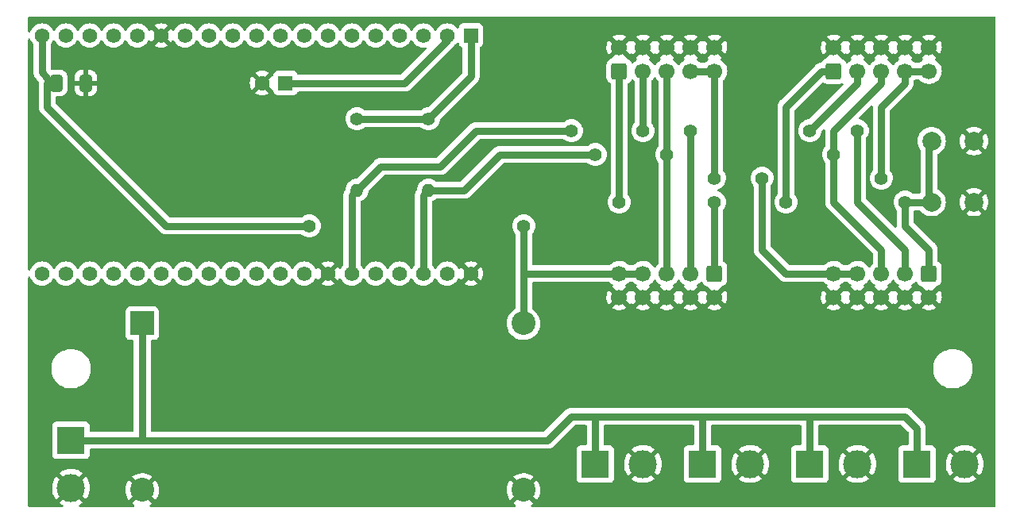
<source format=gbr>
%TF.GenerationSoftware,KiCad,Pcbnew,(6.0.0)*%
%TF.CreationDate,2022-06-21T00:16:54+02:00*%
%TF.ProjectId,Esp32x4,45737033-3278-4342-9e6b-696361645f70,rev?*%
%TF.SameCoordinates,PX3a22d00PY5c0c740*%
%TF.FileFunction,Copper,L2,Bot*%
%TF.FilePolarity,Positive*%
%FSLAX46Y46*%
G04 Gerber Fmt 4.6, Leading zero omitted, Abs format (unit mm)*
G04 Created by KiCad (PCBNEW (6.0.0)) date 2022-06-21 00:16:54*
%MOMM*%
%LPD*%
G01*
G04 APERTURE LIST*
G04 Aperture macros list*
%AMRoundRect*
0 Rectangle with rounded corners*
0 $1 Rounding radius*
0 $2 $3 $4 $5 $6 $7 $8 $9 X,Y pos of 4 corners*
0 Add a 4 corners polygon primitive as box body*
4,1,4,$2,$3,$4,$5,$6,$7,$8,$9,$2,$3,0*
0 Add four circle primitives for the rounded corners*
1,1,$1+$1,$2,$3*
1,1,$1+$1,$4,$5*
1,1,$1+$1,$6,$7*
1,1,$1+$1,$8,$9*
0 Add four rect primitives between the rounded corners*
20,1,$1+$1,$2,$3,$4,$5,0*
20,1,$1+$1,$4,$5,$6,$7,0*
20,1,$1+$1,$6,$7,$8,$9,0*
20,1,$1+$1,$8,$9,$2,$3,0*%
G04 Aperture macros list end*
%TA.AperFunction,ComponentPad*%
%ADD10R,3.000000X3.000000*%
%TD*%
%TA.AperFunction,ComponentPad*%
%ADD11C,3.000000*%
%TD*%
%TA.AperFunction,ComponentPad*%
%ADD12RoundRect,0.250000X-0.600000X0.600000X-0.600000X-0.600000X0.600000X-0.600000X0.600000X0.600000X0*%
%TD*%
%TA.AperFunction,ComponentPad*%
%ADD13C,1.700000*%
%TD*%
%TA.AperFunction,ComponentPad*%
%ADD14C,1.400000*%
%TD*%
%TA.AperFunction,ComponentPad*%
%ADD15O,1.400000X1.400000*%
%TD*%
%TA.AperFunction,ComponentPad*%
%ADD16RoundRect,0.250000X0.600000X-0.600000X0.600000X0.600000X-0.600000X0.600000X-0.600000X-0.600000X0*%
%TD*%
%TA.AperFunction,ComponentPad*%
%ADD17R,1.600000X1.600000*%
%TD*%
%TA.AperFunction,ComponentPad*%
%ADD18C,1.600000*%
%TD*%
%TA.AperFunction,ComponentPad*%
%ADD19R,1.560000X1.560000*%
%TD*%
%TA.AperFunction,ComponentPad*%
%ADD20C,1.560000*%
%TD*%
%TA.AperFunction,ComponentPad*%
%ADD21R,2.540000X2.540000*%
%TD*%
%TA.AperFunction,ComponentPad*%
%ADD22C,2.540000*%
%TD*%
%TA.AperFunction,ComponentPad*%
%ADD23C,2.000000*%
%TD*%
%TA.AperFunction,SMDPad,CuDef*%
%ADD24RoundRect,0.250000X-0.412500X-0.650000X0.412500X-0.650000X0.412500X0.650000X-0.412500X0.650000X0*%
%TD*%
%TA.AperFunction,ViaPad*%
%ADD25C,1.400000*%
%TD*%
%TA.AperFunction,Conductor*%
%ADD26C,0.800000*%
%TD*%
%TA.AperFunction,Conductor*%
%ADD27C,0.600000*%
%TD*%
G04 APERTURE END LIST*
D10*
%TO.P,J6,1,Pin_1*%
%TO.N,Net-(J5-Pad1)*%
X97790000Y7620000D03*
D11*
%TO.P,J6,2,Pin_2*%
%TO.N,GND*%
X102870000Y7620000D03*
%TD*%
D12*
%TO.P,J3,1,Pin_1*%
%TO.N,RESET*%
X76200000Y27940000D03*
D13*
%TO.P,J3,2,Pin_2*%
%TO.N,GND*%
X76200000Y25400000D03*
%TO.P,J3,3,Pin_3*%
%TO.N,SDA*%
X73660000Y27940000D03*
%TO.P,J3,4,Pin_4*%
%TO.N,GND*%
X73660000Y25400000D03*
%TO.P,J3,5,Pin_5*%
%TO.N,SCL*%
X71120000Y27940000D03*
%TO.P,J3,6,Pin_6*%
%TO.N,GND*%
X71120000Y25400000D03*
%TO.P,J3,7,Pin_7*%
%TO.N,VOut*%
X68580000Y27940000D03*
%TO.P,J3,8,Pin_8*%
%TO.N,GND*%
X68580000Y25400000D03*
%TO.P,J3,9,Pin_9*%
%TO.N,VOut*%
X66040000Y27940000D03*
%TO.P,J3,10,Pin_10*%
%TO.N,GND*%
X66040000Y25400000D03*
%TD*%
D14*
%TO.P,R2,1*%
%TO.N,Net-(R1-Pad1)*%
X38100000Y44450000D03*
D15*
%TO.P,R2,2*%
%TO.N,SDA*%
X38100000Y36830000D03*
%TD*%
D12*
%TO.P,J4,1,Pin_1*%
%TO.N,RESET*%
X99060000Y27940000D03*
D13*
%TO.P,J4,2,Pin_2*%
%TO.N,GND*%
X99060000Y25400000D03*
%TO.P,J4,3,Pin_3*%
%TO.N,SDA*%
X96520000Y27940000D03*
%TO.P,J4,4,Pin_4*%
%TO.N,GND*%
X96520000Y25400000D03*
%TO.P,J4,5,Pin_5*%
%TO.N,SCL*%
X93980000Y27940000D03*
%TO.P,J4,6,Pin_6*%
%TO.N,GND*%
X93980000Y25400000D03*
%TO.P,J4,7,Pin_7*%
%TO.N,VOut*%
X91440000Y27940000D03*
%TO.P,J4,8,Pin_8*%
%TO.N,GND*%
X91440000Y25400000D03*
%TO.P,J4,9,Pin_9*%
%TO.N,VOut*%
X88900000Y27940000D03*
%TO.P,J4,10,Pin_10*%
%TO.N,GND*%
X88900000Y25400000D03*
%TD*%
D16*
%TO.P,J1,1,Pin_1*%
%TO.N,RESET*%
X66040000Y49530000D03*
D13*
%TO.P,J1,2,Pin_2*%
%TO.N,GND*%
X66040000Y52070000D03*
%TO.P,J1,3,Pin_3*%
%TO.N,SDA*%
X68580000Y49530000D03*
%TO.P,J1,4,Pin_4*%
%TO.N,GND*%
X68580000Y52070000D03*
%TO.P,J1,5,Pin_5*%
%TO.N,SCL*%
X71120000Y49530000D03*
%TO.P,J1,6,Pin_6*%
%TO.N,GND*%
X71120000Y52070000D03*
%TO.P,J1,7,Pin_7*%
%TO.N,VOut*%
X73660000Y49530000D03*
%TO.P,J1,8,Pin_8*%
%TO.N,GND*%
X73660000Y52070000D03*
%TO.P,J1,9,Pin_9*%
%TO.N,VOut*%
X76200000Y49530000D03*
%TO.P,J1,10,Pin_10*%
%TO.N,GND*%
X76200000Y52070000D03*
%TD*%
D17*
%TO.P,C1,1*%
%TO.N,Net-(C1-Pad1)*%
X30480000Y48260000D03*
D18*
%TO.P,C1,2*%
%TO.N,GND*%
X27980000Y48260000D03*
%TD*%
D16*
%TO.P,J2,1,Pin_1*%
%TO.N,RESET*%
X88900000Y49530000D03*
D13*
%TO.P,J2,2,Pin_2*%
%TO.N,GND*%
X88900000Y52070000D03*
%TO.P,J2,3,Pin_3*%
%TO.N,SDA*%
X91440000Y49530000D03*
%TO.P,J2,4,Pin_4*%
%TO.N,GND*%
X91440000Y52070000D03*
%TO.P,J2,5,Pin_5*%
%TO.N,SCL*%
X93980000Y49530000D03*
%TO.P,J2,6,Pin_6*%
%TO.N,GND*%
X93980000Y52070000D03*
%TO.P,J2,7,Pin_7*%
%TO.N,VOut*%
X96520000Y49530000D03*
%TO.P,J2,8,Pin_8*%
%TO.N,GND*%
X96520000Y52070000D03*
%TO.P,J2,9,Pin_9*%
%TO.N,VOut*%
X99060000Y49530000D03*
%TO.P,J2,10,Pin_10*%
%TO.N,GND*%
X99060000Y52070000D03*
%TD*%
D10*
%TO.P,J5,1,Pin_1*%
%TO.N,Net-(J5-Pad1)*%
X7620000Y10160000D03*
D11*
%TO.P,J5,2,Pin_2*%
%TO.N,GND*%
X7620000Y5080000D03*
%TD*%
D10*
%TO.P,J9,1,Pin_1*%
%TO.N,Net-(J5-Pad1)*%
X74930000Y7620000D03*
D11*
%TO.P,J9,2,Pin_2*%
%TO.N,GND*%
X80010000Y7620000D03*
%TD*%
D10*
%TO.P,J8,1,Pin_1*%
%TO.N,Net-(J5-Pad1)*%
X63500000Y7620000D03*
D11*
%TO.P,J8,2,Pin_2*%
%TO.N,GND*%
X68580000Y7620000D03*
%TD*%
D19*
%TO.P,U1,1,3V3*%
%TO.N,Net-(R1-Pad1)*%
X50240000Y53340000D03*
D20*
%TO.P,U1,2,EN*%
%TO.N,Net-(C1-Pad1)*%
X47700000Y53340000D03*
%TO.P,U1,3,SENSOR_VP*%
%TO.N,unconnected-(U1-Pad3)*%
X45160000Y53340000D03*
%TO.P,U1,4,SENSOR_VN*%
%TO.N,unconnected-(U1-Pad4)*%
X42620000Y53340000D03*
%TO.P,U1,5,IO34*%
%TO.N,unconnected-(U1-Pad5)*%
X40080000Y53340000D03*
%TO.P,U1,6,IO35*%
%TO.N,unconnected-(U1-Pad6)*%
X37540000Y53340000D03*
%TO.P,U1,7,IO32*%
%TO.N,unconnected-(U1-Pad7)*%
X35000000Y53340000D03*
%TO.P,U1,8,IO33*%
%TO.N,unconnected-(U1-Pad8)*%
X32460000Y53340000D03*
%TO.P,U1,9,IO25*%
%TO.N,unconnected-(U1-Pad9)*%
X29920000Y53340000D03*
%TO.P,U1,10,IO26*%
%TO.N,unconnected-(U1-Pad10)*%
X27380000Y53340000D03*
%TO.P,U1,11,IO27*%
%TO.N,unconnected-(U1-Pad11)*%
X24840000Y53340000D03*
%TO.P,U1,12,IO14*%
%TO.N,unconnected-(U1-Pad12)*%
X22300000Y53340000D03*
%TO.P,U1,13,IO12*%
%TO.N,unconnected-(U1-Pad13)*%
X19760000Y53340000D03*
%TO.P,U1,14,GND1*%
%TO.N,GND*%
X17220000Y53340000D03*
%TO.P,U1,15,IO13*%
%TO.N,unconnected-(U1-Pad15)*%
X14680000Y53340000D03*
%TO.P,U1,16,SD2*%
%TO.N,unconnected-(U1-Pad16)*%
X12140000Y53340000D03*
%TO.P,U1,17,SD3*%
%TO.N,unconnected-(U1-Pad17)*%
X9600000Y53340000D03*
%TO.P,U1,18,CMD*%
%TO.N,unconnected-(U1-Pad18)*%
X7060000Y53340000D03*
%TO.P,U1,19,EXT_5V*%
%TO.N,VOut*%
X4520000Y53340000D03*
%TO.P,U1,20,GND3*%
%TO.N,GND*%
X50240000Y27940000D03*
%TO.P,U1,21,IO23*%
%TO.N,unconnected-(U1-Pad21)*%
X47700000Y27940000D03*
%TO.P,U1,22,IO22*%
%TO.N,SCL*%
X45160000Y27940000D03*
%TO.P,U1,23,TXD0*%
%TO.N,unconnected-(U1-Pad23)*%
X42620000Y27940000D03*
%TO.P,U1,24,RXD0*%
%TO.N,unconnected-(U1-Pad24)*%
X40080000Y27940000D03*
%TO.P,U1,25,IO21*%
%TO.N,SDA*%
X37540000Y27940000D03*
%TO.P,U1,26,GND2*%
%TO.N,GND*%
X35000000Y27940000D03*
%TO.P,U1,27,IO19*%
%TO.N,unconnected-(U1-Pad27)*%
X32460000Y27940000D03*
%TO.P,U1,28,IO18*%
%TO.N,unconnected-(U1-Pad28)*%
X29920000Y27940000D03*
%TO.P,U1,29,IO5*%
%TO.N,unconnected-(U1-Pad29)*%
X27380000Y27940000D03*
%TO.P,U1,30,IO17*%
%TO.N,unconnected-(U1-Pad30)*%
X24840000Y27940000D03*
%TO.P,U1,31,IO16*%
%TO.N,unconnected-(U1-Pad31)*%
X22300000Y27940000D03*
%TO.P,U1,32,IO4*%
%TO.N,unconnected-(U1-Pad32)*%
X19760000Y27940000D03*
%TO.P,U1,33,IO0*%
%TO.N,unconnected-(U1-Pad33)*%
X17220000Y27940000D03*
%TO.P,U1,34,IO2*%
%TO.N,unconnected-(U1-Pad34)*%
X14680000Y27940000D03*
%TO.P,U1,35,IO15*%
%TO.N,unconnected-(U1-Pad35)*%
X12140000Y27940000D03*
%TO.P,U1,36,SD1*%
%TO.N,unconnected-(U1-Pad36)*%
X9600000Y27940000D03*
%TO.P,U1,37,SD0*%
%TO.N,unconnected-(U1-Pad37)*%
X7060000Y27940000D03*
%TO.P,U1,38,CLK*%
%TO.N,unconnected-(U1-Pad38)*%
X4520000Y27940000D03*
%TD*%
D14*
%TO.P,R1,1*%
%TO.N,Net-(R1-Pad1)*%
X45720000Y44450000D03*
D15*
%TO.P,R1,2*%
%TO.N,SCL*%
X45720000Y36830000D03*
%TD*%
D21*
%TO.P,U2,1,Vin*%
%TO.N,Net-(J5-Pad1)*%
X15195011Y22620128D03*
D22*
%TO.P,U2,2,GND*%
%TO.N,GND*%
X15195011Y4840128D03*
%TO.P,U2,3,GND*%
X55835011Y4840128D03*
%TO.P,U2,4,Vout*%
%TO.N,VOut*%
X55835011Y22620128D03*
%TD*%
D23*
%TO.P,SW1,1,1*%
%TO.N,RESET*%
X99350000Y35560000D03*
X99350000Y42060000D03*
%TO.P,SW1,2,2*%
%TO.N,GND*%
X103850000Y42060000D03*
X103850000Y35560000D03*
%TD*%
D10*
%TO.P,J7,1,Pin_1*%
%TO.N,Net-(J5-Pad1)*%
X86360000Y7620000D03*
D11*
%TO.P,J7,2,Pin_2*%
%TO.N,GND*%
X91440000Y7620000D03*
%TD*%
D24*
%TO.P,C2,1*%
%TO.N,VOut*%
X6057500Y48260000D03*
%TO.P,C2,2*%
%TO.N,GND*%
X9182500Y48260000D03*
%TD*%
D25*
%TO.N,RESET*%
X76200000Y35560000D03*
X66040000Y35560000D03*
X83820000Y35560000D03*
X96520000Y35560000D03*
%TO.N,SDA*%
X73660000Y43180000D03*
X60960000Y43180000D03*
X91440000Y43180000D03*
X86360000Y43180000D03*
X68580000Y43180000D03*
%TO.N,SCL*%
X88900000Y40640000D03*
X63500000Y40640000D03*
X71120000Y40640000D03*
%TO.N,VOut*%
X76200000Y38100000D03*
X81280000Y38100000D03*
X33020000Y33020000D03*
X55880000Y33020000D03*
X93980000Y38100000D03*
%TD*%
D26*
%TO.N,RESET*%
X87630000Y49530000D02*
X88900000Y49530000D01*
X83820000Y45720000D02*
X87630000Y49530000D01*
X99060000Y30480000D02*
X99060000Y27940000D01*
X96520000Y35560000D02*
X99350000Y35560000D01*
X96520000Y35560000D02*
X96520000Y33020000D01*
X76200000Y35560000D02*
X76200000Y27940000D01*
X99060000Y35850000D02*
X99060000Y41770000D01*
X99060000Y41770000D02*
X99350000Y42060000D01*
X96520000Y33020000D02*
X99060000Y30480000D01*
X66040000Y35560000D02*
X66040000Y49530000D01*
X83820000Y35560000D02*
X83820000Y45720000D01*
X99350000Y35560000D02*
X99060000Y35850000D01*
%TO.N,SDA*%
X37540000Y27940000D02*
X37540000Y36270000D01*
X46990000Y39370000D02*
X40640000Y39370000D01*
X91440000Y48260000D02*
X91440000Y49530000D01*
X86360000Y43180000D02*
X91440000Y48260000D01*
X40640000Y39370000D02*
X38100000Y36830000D01*
X91440000Y43180000D02*
X91440000Y35560000D01*
X91440000Y35560000D02*
X96520000Y30480000D01*
X50800000Y43180000D02*
X46990000Y39370000D01*
X73660000Y27940000D02*
X73660000Y43180000D01*
X96520000Y30480000D02*
X96520000Y27940000D01*
X60960000Y43180000D02*
X50800000Y43180000D01*
X68580000Y49530000D02*
X68580000Y43180000D01*
X37540000Y36270000D02*
X38100000Y36830000D01*
%TO.N,SCL*%
X45160000Y27940000D02*
X45160000Y36270000D01*
X71120000Y49530000D02*
X71120000Y40640000D01*
X93980000Y48260000D02*
X88900000Y43180000D01*
X49530000Y36830000D02*
X45720000Y36830000D01*
X93980000Y30480000D02*
X93980000Y27940000D01*
X71120000Y27940000D02*
X71120000Y40640000D01*
X53340000Y40640000D02*
X49530000Y36830000D01*
X93980000Y49530000D02*
X93980000Y48260000D01*
X88900000Y40640000D02*
X88900000Y35560000D01*
X45160000Y36270000D02*
X45720000Y36830000D01*
X88900000Y43180000D02*
X88900000Y40640000D01*
X88900000Y35560000D02*
X93980000Y30480000D01*
X63500000Y40640000D02*
X53340000Y40640000D01*
%TO.N,VOut*%
X17780000Y33020000D02*
X33020000Y33020000D01*
X4520000Y49380000D02*
X4520000Y53340000D01*
X55880000Y22665117D02*
X55880000Y33020000D01*
X93980000Y45720000D02*
X93980000Y38100000D01*
X96520000Y48260000D02*
X93980000Y45720000D01*
X83820000Y27940000D02*
X88900000Y27940000D01*
X96520000Y49530000D02*
X99060000Y49530000D01*
X81280000Y38100000D02*
X81280000Y30480000D01*
X76200000Y49530000D02*
X76200000Y38100000D01*
X96520000Y49530000D02*
X96520000Y48260000D01*
X5080000Y45720000D02*
X17780000Y33020000D01*
X55835011Y22620128D02*
X55880000Y22665117D01*
X5080000Y48820000D02*
X4520000Y49380000D01*
X73660000Y49530000D02*
X76200000Y49530000D01*
X5080000Y48260000D02*
X5080000Y45720000D01*
X88900000Y27940000D02*
X91440000Y27940000D01*
X81280000Y30480000D02*
X83820000Y27940000D01*
X55880000Y27940000D02*
X66040000Y27940000D01*
X66040000Y27940000D02*
X68580000Y27940000D01*
%TO.N,Net-(J5-Pad1)*%
X15195011Y10204989D02*
X15240000Y10160000D01*
X7620000Y10160000D02*
X58420000Y10160000D01*
X60960000Y12700000D02*
X63500000Y12700000D01*
X59690000Y11430000D02*
X60960000Y12700000D01*
X58420000Y10160000D02*
X60960000Y12700000D01*
X74930000Y12700000D02*
X86360000Y12700000D01*
X15195011Y22620128D02*
X15195011Y10204989D01*
X74930000Y7620000D02*
X74930000Y12700000D01*
X86360000Y12700000D02*
X96520000Y12700000D01*
X63500000Y12700000D02*
X74930000Y12700000D01*
X96520000Y12700000D02*
X97790000Y11430000D01*
X97790000Y11430000D02*
X97790000Y7620000D01*
X86360000Y7620000D02*
X86360000Y12700000D01*
X63500000Y7620000D02*
X63500000Y12700000D01*
%TO.N,Net-(R1-Pad1)*%
X50240000Y48970000D02*
X50240000Y53340000D01*
X38100000Y44450000D02*
X45720000Y44450000D01*
X45720000Y44450000D02*
X50240000Y48970000D01*
D27*
%TO.N,Net-(C1-Pad1)*%
X47700000Y53340000D02*
X47700000Y52780000D01*
D26*
X43180000Y48260000D02*
X42620000Y48260000D01*
X42620000Y48260000D02*
X30480000Y48260000D01*
X47700000Y52780000D02*
X43180000Y48260000D01*
%TD*%
%TA.AperFunction,Conductor*%
%TO.N,GND*%
G36*
X106114121Y55351998D02*
G01*
X106160614Y55298342D01*
X106172000Y55246000D01*
X106172000Y3174000D01*
X106151998Y3105879D01*
X106098342Y3059386D01*
X106046000Y3048000D01*
X56761036Y3048000D01*
X56692915Y3068002D01*
X56646422Y3121658D01*
X56636318Y3191932D01*
X56665812Y3256512D01*
X56694733Y3281144D01*
X56879047Y3395201D01*
X56886590Y3400681D01*
X56888283Y3402114D01*
X56896721Y3414917D01*
X56890656Y3425273D01*
X55847823Y4468106D01*
X55833879Y4475720D01*
X55832046Y4475589D01*
X55825431Y4471338D01*
X54782972Y3428879D01*
X54776314Y3416686D01*
X54785028Y3405166D01*
X54886405Y3330832D01*
X54894304Y3325896D01*
X54971068Y3285509D01*
X55022041Y3236089D01*
X55038204Y3166957D01*
X55014426Y3100061D01*
X54958255Y3056640D01*
X54912401Y3048000D01*
X16121036Y3048000D01*
X16052915Y3068002D01*
X16006422Y3121658D01*
X15996318Y3191932D01*
X16025812Y3256512D01*
X16054733Y3281144D01*
X16239047Y3395201D01*
X16246590Y3400681D01*
X16248283Y3402114D01*
X16256721Y3414917D01*
X16250656Y3425273D01*
X15207823Y4468106D01*
X15193879Y4475720D01*
X15192046Y4475589D01*
X15185431Y4471338D01*
X14142972Y3428879D01*
X14136314Y3416686D01*
X14145028Y3405166D01*
X14246405Y3330832D01*
X14254304Y3325896D01*
X14331068Y3285509D01*
X14382041Y3236089D01*
X14398204Y3166957D01*
X14374426Y3100061D01*
X14318255Y3056640D01*
X14272401Y3048000D01*
X8588034Y3048000D01*
X8519913Y3068002D01*
X8473420Y3121658D01*
X8463316Y3191932D01*
X8492810Y3256512D01*
X8524463Y3282788D01*
X8747598Y3413178D01*
X8754679Y3417991D01*
X8834655Y3480699D01*
X8843125Y3492558D01*
X8836608Y3504182D01*
X7632812Y4707978D01*
X7618868Y4715592D01*
X7617035Y4715461D01*
X7610420Y4711210D01*
X6402910Y3503700D01*
X6395618Y3490346D01*
X6402673Y3480373D01*
X6433679Y3454449D01*
X6440598Y3449421D01*
X6665272Y3308485D01*
X6672807Y3304444D01*
X6707373Y3288837D01*
X6761227Y3242574D01*
X6781521Y3174539D01*
X6761810Y3106333D01*
X6708354Y3059611D01*
X6655522Y3048000D01*
X3174000Y3048000D01*
X3105879Y3068002D01*
X3059386Y3121658D01*
X3048000Y3174000D01*
X3048000Y5096796D01*
X5607665Y5096796D01*
X5622932Y4832031D01*
X5624005Y4823530D01*
X5675065Y4563278D01*
X5677276Y4555026D01*
X5763184Y4304106D01*
X5766499Y4296221D01*
X5885664Y4059287D01*
X5890020Y4051921D01*
X6019347Y3863750D01*
X6029601Y3855406D01*
X6043342Y3862552D01*
X7247978Y5067188D01*
X7254356Y5078868D01*
X7984408Y5078868D01*
X7984539Y5077035D01*
X7988790Y5070420D01*
X9195730Y3863480D01*
X9207939Y3856813D01*
X9219439Y3865503D01*
X9316831Y3998087D01*
X9321418Y4005315D01*
X9447962Y4238379D01*
X9451530Y4246173D01*
X9545271Y4494250D01*
X9547748Y4502456D01*
X9606954Y4760962D01*
X9608294Y4769423D01*
X9618353Y4882129D01*
X13412860Y4882129D01*
X13425091Y4627509D01*
X13426228Y4618249D01*
X13475958Y4368234D01*
X13478452Y4359241D01*
X13564589Y4119331D01*
X13568389Y4110796D01*
X13689042Y3886251D01*
X13694056Y3878380D01*
X13760165Y3789849D01*
X13771425Y3781399D01*
X13783843Y3788170D01*
X14822989Y4827316D01*
X14829367Y4838996D01*
X15559419Y4838996D01*
X15559550Y4837163D01*
X15563801Y4830548D01*
X16609397Y3784952D01*
X16621777Y3778192D01*
X16630118Y3784436D01*
X16759402Y3985431D01*
X16763849Y3993622D01*
X16868547Y4226043D01*
X16871742Y4234821D01*
X16940934Y4480160D01*
X16942792Y4489289D01*
X16975155Y4743684D01*
X16975636Y4749970D01*
X16977914Y4836968D01*
X16977763Y4843277D01*
X16974876Y4882129D01*
X54052860Y4882129D01*
X54065091Y4627509D01*
X54066228Y4618249D01*
X54115958Y4368234D01*
X54118452Y4359241D01*
X54204589Y4119331D01*
X54208389Y4110796D01*
X54329042Y3886251D01*
X54334056Y3878380D01*
X54400165Y3789849D01*
X54411425Y3781399D01*
X54423843Y3788170D01*
X55462989Y4827316D01*
X55469367Y4838996D01*
X56199419Y4838996D01*
X56199550Y4837163D01*
X56203801Y4830548D01*
X57249397Y3784952D01*
X57261777Y3778192D01*
X57270118Y3784436D01*
X57399402Y3985431D01*
X57403849Y3993622D01*
X57508547Y4226043D01*
X57511742Y4234821D01*
X57580934Y4480160D01*
X57582792Y4489289D01*
X57615155Y4743684D01*
X57615636Y4749970D01*
X57617914Y4836968D01*
X57617763Y4843277D01*
X57598758Y5099018D01*
X57597381Y5108224D01*
X57541120Y5356866D01*
X57538396Y5365777D01*
X57446001Y5603370D01*
X57441990Y5611779D01*
X57315493Y5833101D01*
X57310280Y5840830D01*
X57270644Y5891109D01*
X57258720Y5899579D01*
X57247185Y5893092D01*
X56207033Y4852940D01*
X56199419Y4838996D01*
X55469367Y4838996D01*
X55470603Y4841260D01*
X55470472Y4843093D01*
X55466221Y4849708D01*
X54422130Y5893799D01*
X54408822Y5901066D01*
X54398783Y5893944D01*
X54386444Y5879108D01*
X54381029Y5871516D01*
X54248787Y5653588D01*
X54244549Y5645271D01*
X54145972Y5410193D01*
X54143011Y5401343D01*
X54080266Y5154279D01*
X54078644Y5145082D01*
X54053105Y4891455D01*
X54052860Y4882129D01*
X16974876Y4882129D01*
X16958758Y5099018D01*
X16957381Y5108224D01*
X16901120Y5356866D01*
X16898396Y5365777D01*
X16806001Y5603370D01*
X16801990Y5611779D01*
X16675493Y5833101D01*
X16670280Y5840830D01*
X16630644Y5891109D01*
X16618720Y5899579D01*
X16607185Y5893092D01*
X15567033Y4852940D01*
X15559419Y4838996D01*
X14829367Y4838996D01*
X14830603Y4841260D01*
X14830472Y4843093D01*
X14826221Y4849708D01*
X13782130Y5893799D01*
X13768822Y5901066D01*
X13758783Y5893944D01*
X13746444Y5879108D01*
X13741029Y5871516D01*
X13608787Y5653588D01*
X13604549Y5645271D01*
X13505972Y5410193D01*
X13503011Y5401343D01*
X13440266Y5154279D01*
X13438644Y5145082D01*
X13413105Y4891455D01*
X13412860Y4882129D01*
X9618353Y4882129D01*
X9632031Y5035384D01*
X9632277Y5040323D01*
X9632666Y5077515D01*
X9632523Y5082481D01*
X9614362Y5348877D01*
X9613201Y5357351D01*
X9559419Y5617056D01*
X9557120Y5625291D01*
X9468588Y5875295D01*
X9465191Y5883146D01*
X9343550Y6118822D01*
X9339122Y6126134D01*
X9240983Y6265771D01*
X14133781Y6265771D01*
X14138354Y6255995D01*
X15182199Y5212150D01*
X15196143Y5204536D01*
X15197976Y5204667D01*
X15204591Y5208918D01*
X16247801Y6252128D01*
X16254185Y6263818D01*
X16252667Y6265771D01*
X54773781Y6265771D01*
X54778354Y6255995D01*
X55822199Y5212150D01*
X55836143Y5204536D01*
X55837976Y5204667D01*
X55844591Y5208918D01*
X56887801Y6252128D01*
X56894185Y6263818D01*
X56884773Y6275929D01*
X56743787Y6373736D01*
X56735752Y6378469D01*
X56507117Y6491219D01*
X56498484Y6494707D01*
X56255686Y6572427D01*
X56246635Y6574600D01*
X55995020Y6615578D01*
X55985731Y6616390D01*
X55730839Y6619727D01*
X55721528Y6619157D01*
X55468938Y6584781D01*
X55459819Y6582843D01*
X55215095Y6511512D01*
X55206342Y6508240D01*
X54974848Y6401520D01*
X54966693Y6397000D01*
X54782918Y6276512D01*
X54773781Y6265771D01*
X16252667Y6265771D01*
X16244773Y6275929D01*
X16103787Y6373736D01*
X16095752Y6378469D01*
X15867117Y6491219D01*
X15858484Y6494707D01*
X15615686Y6572427D01*
X15606635Y6574600D01*
X15355020Y6615578D01*
X15345731Y6616390D01*
X15090839Y6619727D01*
X15081528Y6619157D01*
X14828938Y6584781D01*
X14819819Y6582843D01*
X14575095Y6511512D01*
X14566342Y6508240D01*
X14334848Y6401520D01*
X14326693Y6397000D01*
X14142918Y6276512D01*
X14133781Y6265771D01*
X9240983Y6265771D01*
X9220031Y6295583D01*
X9209509Y6303963D01*
X9196121Y6296911D01*
X7992022Y5092812D01*
X7984408Y5078868D01*
X7254356Y5078868D01*
X7255592Y5081132D01*
X7255461Y5082965D01*
X7251210Y5089580D01*
X6043814Y6296976D01*
X6031804Y6303534D01*
X6020064Y6294566D01*
X5911935Y6144089D01*
X5907418Y6136804D01*
X5783325Y5902433D01*
X5779839Y5894605D01*
X5688700Y5645554D01*
X5686311Y5637330D01*
X5629812Y5378205D01*
X5628563Y5369750D01*
X5607754Y5105347D01*
X5607665Y5096796D01*
X3048000Y5096796D01*
X3048000Y6667500D01*
X6396584Y6667500D01*
X6402980Y6656230D01*
X7607188Y5452022D01*
X7621132Y5444408D01*
X7622965Y5444539D01*
X7629580Y5448790D01*
X8836604Y6655814D01*
X8843795Y6668983D01*
X8836473Y6679220D01*
X8789233Y6717885D01*
X8782261Y6722840D01*
X8556122Y6861418D01*
X8548552Y6865376D01*
X8305704Y6971978D01*
X8297644Y6974880D01*
X8042592Y7047533D01*
X8034214Y7049315D01*
X7771656Y7086682D01*
X7763111Y7087309D01*
X7497908Y7088698D01*
X7489374Y7088161D01*
X7226433Y7053544D01*
X7218035Y7051851D01*
X6962238Y6981873D01*
X6954143Y6979054D01*
X6710199Y6875003D01*
X6702577Y6871119D01*
X6475013Y6734925D01*
X6467981Y6730038D01*
X6405053Y6679623D01*
X6396584Y6667500D01*
X3048000Y6667500D01*
X3048000Y8611866D01*
X5611500Y8611866D01*
X5618255Y8549684D01*
X5669385Y8413295D01*
X5756739Y8296739D01*
X5873295Y8209385D01*
X6009684Y8158255D01*
X6071866Y8151500D01*
X9168134Y8151500D01*
X9230316Y8158255D01*
X9366705Y8209385D01*
X9483261Y8296739D01*
X9570615Y8413295D01*
X9621745Y8549684D01*
X9628500Y8611866D01*
X9628500Y9125500D01*
X9648502Y9193621D01*
X9702158Y9240114D01*
X9754500Y9251500D01*
X15212926Y9251500D01*
X15219520Y9251327D01*
X15281218Y9248093D01*
X15281223Y9248093D01*
X15287810Y9247748D01*
X15301708Y9249949D01*
X15321417Y9251500D01*
X58338583Y9251500D01*
X58358292Y9249949D01*
X58372190Y9247748D01*
X58378777Y9248093D01*
X58378782Y9248093D01*
X58440480Y9251327D01*
X58447074Y9251500D01*
X58467610Y9251500D01*
X58470882Y9251844D01*
X58470884Y9251844D01*
X58488042Y9253647D01*
X58494616Y9254164D01*
X58556308Y9257397D01*
X58556312Y9257398D01*
X58562903Y9257743D01*
X58569284Y9259453D01*
X58569286Y9259453D01*
X58576491Y9261383D01*
X58595925Y9264985D01*
X58603354Y9265766D01*
X58603363Y9265768D01*
X58609928Y9266458D01*
X58674997Y9287600D01*
X58681299Y9289467D01*
X58747370Y9307171D01*
X58759908Y9313560D01*
X58778174Y9321125D01*
X58785272Y9323431D01*
X58785274Y9323432D01*
X58791556Y9325473D01*
X58850785Y9359669D01*
X58856579Y9362815D01*
X58917530Y9393871D01*
X58928467Y9402727D01*
X58944763Y9413927D01*
X58951224Y9417657D01*
X58951228Y9417660D01*
X58956944Y9420960D01*
X58961850Y9425377D01*
X58961855Y9425381D01*
X59007769Y9466722D01*
X59012784Y9471006D01*
X59026177Y9481852D01*
X59028741Y9483928D01*
X59043256Y9498443D01*
X59048041Y9502984D01*
X59093957Y9544327D01*
X59098866Y9548747D01*
X59107140Y9560135D01*
X59119981Y9575168D01*
X61299408Y11754595D01*
X61361720Y11788621D01*
X61388503Y11791500D01*
X62465500Y11791500D01*
X62533621Y11771498D01*
X62580114Y11717842D01*
X62591500Y11665500D01*
X62591500Y9754500D01*
X62571498Y9686379D01*
X62517842Y9639886D01*
X62465500Y9628500D01*
X61951866Y9628500D01*
X61889684Y9621745D01*
X61753295Y9570615D01*
X61636739Y9483261D01*
X61549385Y9366705D01*
X61498255Y9230316D01*
X61491500Y9168134D01*
X61491500Y6071866D01*
X61498255Y6009684D01*
X61549385Y5873295D01*
X61636739Y5756739D01*
X61753295Y5669385D01*
X61889684Y5618255D01*
X61951866Y5611500D01*
X65048134Y5611500D01*
X65110316Y5618255D01*
X65246705Y5669385D01*
X65363261Y5756739D01*
X65450615Y5873295D01*
X65501745Y6009684D01*
X65503990Y6030346D01*
X67355618Y6030346D01*
X67362673Y6020373D01*
X67393679Y5994449D01*
X67400598Y5989421D01*
X67625272Y5848485D01*
X67632807Y5844444D01*
X67874520Y5735306D01*
X67882551Y5732320D01*
X68136832Y5656998D01*
X68145184Y5655131D01*
X68407340Y5615016D01*
X68415874Y5614300D01*
X68681045Y5610133D01*
X68689596Y5610582D01*
X68952883Y5642443D01*
X68961284Y5644045D01*
X69217824Y5711347D01*
X69225926Y5714074D01*
X69470949Y5815566D01*
X69478617Y5819372D01*
X69707598Y5953178D01*
X69714679Y5957991D01*
X69794655Y6020699D01*
X69803125Y6032558D01*
X69796608Y6044182D01*
X68592812Y7247978D01*
X68578868Y7255592D01*
X68577035Y7255461D01*
X68570420Y7251210D01*
X67362910Y6043700D01*
X67355618Y6030346D01*
X65503990Y6030346D01*
X65508500Y6071866D01*
X65508500Y7636796D01*
X66567665Y7636796D01*
X66582932Y7372031D01*
X66584005Y7363530D01*
X66635065Y7103278D01*
X66637276Y7095026D01*
X66723184Y6844106D01*
X66726499Y6836221D01*
X66845664Y6599287D01*
X66850020Y6591921D01*
X66979347Y6403750D01*
X66989601Y6395406D01*
X67003342Y6402552D01*
X68207978Y7607188D01*
X68214356Y7618868D01*
X68944408Y7618868D01*
X68944539Y7617035D01*
X68948790Y7610420D01*
X70155730Y6403480D01*
X70167939Y6396813D01*
X70179439Y6405503D01*
X70276831Y6538087D01*
X70281418Y6545315D01*
X70407962Y6778379D01*
X70411530Y6786173D01*
X70505271Y7034250D01*
X70507748Y7042456D01*
X70566954Y7300962D01*
X70568294Y7309423D01*
X70592031Y7575384D01*
X70592277Y7580323D01*
X70592666Y7617515D01*
X70592523Y7622481D01*
X70574362Y7888877D01*
X70573201Y7897351D01*
X70519419Y8157056D01*
X70517120Y8165291D01*
X70428588Y8415295D01*
X70425191Y8423146D01*
X70303550Y8658822D01*
X70299122Y8666134D01*
X70180031Y8835583D01*
X70169509Y8843963D01*
X70156121Y8836911D01*
X68952022Y7632812D01*
X68944408Y7618868D01*
X68214356Y7618868D01*
X68215592Y7621132D01*
X68215461Y7622965D01*
X68211210Y7629580D01*
X67003814Y8836976D01*
X66991804Y8843534D01*
X66980064Y8834566D01*
X66871935Y8684089D01*
X66867418Y8676804D01*
X66743325Y8442433D01*
X66739839Y8434605D01*
X66648700Y8185554D01*
X66646311Y8177330D01*
X66589812Y7918205D01*
X66588563Y7909750D01*
X66567754Y7645347D01*
X66567665Y7636796D01*
X65508500Y7636796D01*
X65508500Y9168134D01*
X65504224Y9207500D01*
X67356584Y9207500D01*
X67362980Y9196230D01*
X68567188Y7992022D01*
X68581132Y7984408D01*
X68582965Y7984539D01*
X68589580Y7988790D01*
X69796604Y9195814D01*
X69803795Y9208983D01*
X69796473Y9219220D01*
X69749233Y9257885D01*
X69742261Y9262840D01*
X69516122Y9401418D01*
X69508552Y9405376D01*
X69265704Y9511978D01*
X69257644Y9514880D01*
X69002592Y9587533D01*
X68994214Y9589315D01*
X68731656Y9626682D01*
X68723111Y9627309D01*
X68457908Y9628698D01*
X68449374Y9628161D01*
X68186433Y9593544D01*
X68178035Y9591851D01*
X67922238Y9521873D01*
X67914143Y9519054D01*
X67670199Y9415003D01*
X67662577Y9411119D01*
X67435013Y9274925D01*
X67427981Y9270038D01*
X67365053Y9219623D01*
X67356584Y9207500D01*
X65504224Y9207500D01*
X65501745Y9230316D01*
X65450615Y9366705D01*
X65363261Y9483261D01*
X65246705Y9570615D01*
X65110316Y9621745D01*
X65048134Y9628500D01*
X64534500Y9628500D01*
X64466379Y9648502D01*
X64419886Y9702158D01*
X64408500Y9754500D01*
X64408500Y11665500D01*
X64428502Y11733621D01*
X64482158Y11780114D01*
X64534500Y11791500D01*
X73895500Y11791500D01*
X73963621Y11771498D01*
X74010114Y11717842D01*
X74021500Y11665500D01*
X74021500Y9754500D01*
X74001498Y9686379D01*
X73947842Y9639886D01*
X73895500Y9628500D01*
X73381866Y9628500D01*
X73319684Y9621745D01*
X73183295Y9570615D01*
X73066739Y9483261D01*
X72979385Y9366705D01*
X72928255Y9230316D01*
X72921500Y9168134D01*
X72921500Y6071866D01*
X72928255Y6009684D01*
X72979385Y5873295D01*
X73066739Y5756739D01*
X73183295Y5669385D01*
X73319684Y5618255D01*
X73381866Y5611500D01*
X76478134Y5611500D01*
X76540316Y5618255D01*
X76676705Y5669385D01*
X76793261Y5756739D01*
X76880615Y5873295D01*
X76931745Y6009684D01*
X76933990Y6030346D01*
X78785618Y6030346D01*
X78792673Y6020373D01*
X78823679Y5994449D01*
X78830598Y5989421D01*
X79055272Y5848485D01*
X79062807Y5844444D01*
X79304520Y5735306D01*
X79312551Y5732320D01*
X79566832Y5656998D01*
X79575184Y5655131D01*
X79837340Y5615016D01*
X79845874Y5614300D01*
X80111045Y5610133D01*
X80119596Y5610582D01*
X80382883Y5642443D01*
X80391284Y5644045D01*
X80647824Y5711347D01*
X80655926Y5714074D01*
X80900949Y5815566D01*
X80908617Y5819372D01*
X81137598Y5953178D01*
X81144679Y5957991D01*
X81224655Y6020699D01*
X81233125Y6032558D01*
X81226608Y6044182D01*
X80022812Y7247978D01*
X80008868Y7255592D01*
X80007035Y7255461D01*
X80000420Y7251210D01*
X78792910Y6043700D01*
X78785618Y6030346D01*
X76933990Y6030346D01*
X76938500Y6071866D01*
X76938500Y7636796D01*
X77997665Y7636796D01*
X78012932Y7372031D01*
X78014005Y7363530D01*
X78065065Y7103278D01*
X78067276Y7095026D01*
X78153184Y6844106D01*
X78156499Y6836221D01*
X78275664Y6599287D01*
X78280020Y6591921D01*
X78409347Y6403750D01*
X78419601Y6395406D01*
X78433342Y6402552D01*
X79637978Y7607188D01*
X79644356Y7618868D01*
X80374408Y7618868D01*
X80374539Y7617035D01*
X80378790Y7610420D01*
X81585730Y6403480D01*
X81597939Y6396813D01*
X81609439Y6405503D01*
X81706831Y6538087D01*
X81711418Y6545315D01*
X81837962Y6778379D01*
X81841530Y6786173D01*
X81935271Y7034250D01*
X81937748Y7042456D01*
X81996954Y7300962D01*
X81998294Y7309423D01*
X82022031Y7575384D01*
X82022277Y7580323D01*
X82022666Y7617515D01*
X82022523Y7622481D01*
X82004362Y7888877D01*
X82003201Y7897351D01*
X81949419Y8157056D01*
X81947120Y8165291D01*
X81858588Y8415295D01*
X81855191Y8423146D01*
X81733550Y8658822D01*
X81729122Y8666134D01*
X81610031Y8835583D01*
X81599509Y8843963D01*
X81586121Y8836911D01*
X80382022Y7632812D01*
X80374408Y7618868D01*
X79644356Y7618868D01*
X79645592Y7621132D01*
X79645461Y7622965D01*
X79641210Y7629580D01*
X78433814Y8836976D01*
X78421804Y8843534D01*
X78410064Y8834566D01*
X78301935Y8684089D01*
X78297418Y8676804D01*
X78173325Y8442433D01*
X78169839Y8434605D01*
X78078700Y8185554D01*
X78076311Y8177330D01*
X78019812Y7918205D01*
X78018563Y7909750D01*
X77997754Y7645347D01*
X77997665Y7636796D01*
X76938500Y7636796D01*
X76938500Y9168134D01*
X76934224Y9207500D01*
X78786584Y9207500D01*
X78792980Y9196230D01*
X79997188Y7992022D01*
X80011132Y7984408D01*
X80012965Y7984539D01*
X80019580Y7988790D01*
X81226604Y9195814D01*
X81233795Y9208983D01*
X81226473Y9219220D01*
X81179233Y9257885D01*
X81172261Y9262840D01*
X80946122Y9401418D01*
X80938552Y9405376D01*
X80695704Y9511978D01*
X80687644Y9514880D01*
X80432592Y9587533D01*
X80424214Y9589315D01*
X80161656Y9626682D01*
X80153111Y9627309D01*
X79887908Y9628698D01*
X79879374Y9628161D01*
X79616433Y9593544D01*
X79608035Y9591851D01*
X79352238Y9521873D01*
X79344143Y9519054D01*
X79100199Y9415003D01*
X79092577Y9411119D01*
X78865013Y9274925D01*
X78857981Y9270038D01*
X78795053Y9219623D01*
X78786584Y9207500D01*
X76934224Y9207500D01*
X76931745Y9230316D01*
X76880615Y9366705D01*
X76793261Y9483261D01*
X76676705Y9570615D01*
X76540316Y9621745D01*
X76478134Y9628500D01*
X75964500Y9628500D01*
X75896379Y9648502D01*
X75849886Y9702158D01*
X75838500Y9754500D01*
X75838500Y11665500D01*
X75858502Y11733621D01*
X75912158Y11780114D01*
X75964500Y11791500D01*
X85325500Y11791500D01*
X85393621Y11771498D01*
X85440114Y11717842D01*
X85451500Y11665500D01*
X85451500Y9754500D01*
X85431498Y9686379D01*
X85377842Y9639886D01*
X85325500Y9628500D01*
X84811866Y9628500D01*
X84749684Y9621745D01*
X84613295Y9570615D01*
X84496739Y9483261D01*
X84409385Y9366705D01*
X84358255Y9230316D01*
X84351500Y9168134D01*
X84351500Y6071866D01*
X84358255Y6009684D01*
X84409385Y5873295D01*
X84496739Y5756739D01*
X84613295Y5669385D01*
X84749684Y5618255D01*
X84811866Y5611500D01*
X87908134Y5611500D01*
X87970316Y5618255D01*
X88106705Y5669385D01*
X88223261Y5756739D01*
X88310615Y5873295D01*
X88361745Y6009684D01*
X88363990Y6030346D01*
X90215618Y6030346D01*
X90222673Y6020373D01*
X90253679Y5994449D01*
X90260598Y5989421D01*
X90485272Y5848485D01*
X90492807Y5844444D01*
X90734520Y5735306D01*
X90742551Y5732320D01*
X90996832Y5656998D01*
X91005184Y5655131D01*
X91267340Y5615016D01*
X91275874Y5614300D01*
X91541045Y5610133D01*
X91549596Y5610582D01*
X91812883Y5642443D01*
X91821284Y5644045D01*
X92077824Y5711347D01*
X92085926Y5714074D01*
X92330949Y5815566D01*
X92338617Y5819372D01*
X92567598Y5953178D01*
X92574679Y5957991D01*
X92654655Y6020699D01*
X92663125Y6032558D01*
X92656608Y6044182D01*
X91452812Y7247978D01*
X91438868Y7255592D01*
X91437035Y7255461D01*
X91430420Y7251210D01*
X90222910Y6043700D01*
X90215618Y6030346D01*
X88363990Y6030346D01*
X88368500Y6071866D01*
X88368500Y7636796D01*
X89427665Y7636796D01*
X89442932Y7372031D01*
X89444005Y7363530D01*
X89495065Y7103278D01*
X89497276Y7095026D01*
X89583184Y6844106D01*
X89586499Y6836221D01*
X89705664Y6599287D01*
X89710020Y6591921D01*
X89839347Y6403750D01*
X89849601Y6395406D01*
X89863342Y6402552D01*
X91067978Y7607188D01*
X91074356Y7618868D01*
X91804408Y7618868D01*
X91804539Y7617035D01*
X91808790Y7610420D01*
X93015730Y6403480D01*
X93027939Y6396813D01*
X93039439Y6405503D01*
X93136831Y6538087D01*
X93141418Y6545315D01*
X93267962Y6778379D01*
X93271530Y6786173D01*
X93365271Y7034250D01*
X93367748Y7042456D01*
X93426954Y7300962D01*
X93428294Y7309423D01*
X93452031Y7575384D01*
X93452277Y7580323D01*
X93452666Y7617515D01*
X93452523Y7622481D01*
X93434362Y7888877D01*
X93433201Y7897351D01*
X93379419Y8157056D01*
X93377120Y8165291D01*
X93288588Y8415295D01*
X93285191Y8423146D01*
X93163550Y8658822D01*
X93159122Y8666134D01*
X93040031Y8835583D01*
X93029509Y8843963D01*
X93016121Y8836911D01*
X91812022Y7632812D01*
X91804408Y7618868D01*
X91074356Y7618868D01*
X91075592Y7621132D01*
X91075461Y7622965D01*
X91071210Y7629580D01*
X89863814Y8836976D01*
X89851804Y8843534D01*
X89840064Y8834566D01*
X89731935Y8684089D01*
X89727418Y8676804D01*
X89603325Y8442433D01*
X89599839Y8434605D01*
X89508700Y8185554D01*
X89506311Y8177330D01*
X89449812Y7918205D01*
X89448563Y7909750D01*
X89427754Y7645347D01*
X89427665Y7636796D01*
X88368500Y7636796D01*
X88368500Y9168134D01*
X88364224Y9207500D01*
X90216584Y9207500D01*
X90222980Y9196230D01*
X91427188Y7992022D01*
X91441132Y7984408D01*
X91442965Y7984539D01*
X91449580Y7988790D01*
X92656604Y9195814D01*
X92663795Y9208983D01*
X92656473Y9219220D01*
X92609233Y9257885D01*
X92602261Y9262840D01*
X92376122Y9401418D01*
X92368552Y9405376D01*
X92125704Y9511978D01*
X92117644Y9514880D01*
X91862592Y9587533D01*
X91854214Y9589315D01*
X91591656Y9626682D01*
X91583111Y9627309D01*
X91317908Y9628698D01*
X91309374Y9628161D01*
X91046433Y9593544D01*
X91038035Y9591851D01*
X90782238Y9521873D01*
X90774143Y9519054D01*
X90530199Y9415003D01*
X90522577Y9411119D01*
X90295013Y9274925D01*
X90287981Y9270038D01*
X90225053Y9219623D01*
X90216584Y9207500D01*
X88364224Y9207500D01*
X88361745Y9230316D01*
X88310615Y9366705D01*
X88223261Y9483261D01*
X88106705Y9570615D01*
X87970316Y9621745D01*
X87908134Y9628500D01*
X87394500Y9628500D01*
X87326379Y9648502D01*
X87279886Y9702158D01*
X87268500Y9754500D01*
X87268500Y11665500D01*
X87288502Y11733621D01*
X87342158Y11780114D01*
X87394500Y11791500D01*
X96091497Y11791500D01*
X96159618Y11771498D01*
X96180592Y11754595D01*
X96844595Y11090592D01*
X96878621Y11028280D01*
X96881500Y11001497D01*
X96881500Y9754500D01*
X96861498Y9686379D01*
X96807842Y9639886D01*
X96755500Y9628500D01*
X96241866Y9628500D01*
X96179684Y9621745D01*
X96043295Y9570615D01*
X95926739Y9483261D01*
X95839385Y9366705D01*
X95788255Y9230316D01*
X95781500Y9168134D01*
X95781500Y6071866D01*
X95788255Y6009684D01*
X95839385Y5873295D01*
X95926739Y5756739D01*
X96043295Y5669385D01*
X96179684Y5618255D01*
X96241866Y5611500D01*
X99338134Y5611500D01*
X99400316Y5618255D01*
X99536705Y5669385D01*
X99653261Y5756739D01*
X99740615Y5873295D01*
X99791745Y6009684D01*
X99793990Y6030346D01*
X101645618Y6030346D01*
X101652673Y6020373D01*
X101683679Y5994449D01*
X101690598Y5989421D01*
X101915272Y5848485D01*
X101922807Y5844444D01*
X102164520Y5735306D01*
X102172551Y5732320D01*
X102426832Y5656998D01*
X102435184Y5655131D01*
X102697340Y5615016D01*
X102705874Y5614300D01*
X102971045Y5610133D01*
X102979596Y5610582D01*
X103242883Y5642443D01*
X103251284Y5644045D01*
X103507824Y5711347D01*
X103515926Y5714074D01*
X103760949Y5815566D01*
X103768617Y5819372D01*
X103997598Y5953178D01*
X104004679Y5957991D01*
X104084655Y6020699D01*
X104093125Y6032558D01*
X104086608Y6044182D01*
X102882812Y7247978D01*
X102868868Y7255592D01*
X102867035Y7255461D01*
X102860420Y7251210D01*
X101652910Y6043700D01*
X101645618Y6030346D01*
X99793990Y6030346D01*
X99798500Y6071866D01*
X99798500Y7636796D01*
X100857665Y7636796D01*
X100872932Y7372031D01*
X100874005Y7363530D01*
X100925065Y7103278D01*
X100927276Y7095026D01*
X101013184Y6844106D01*
X101016499Y6836221D01*
X101135664Y6599287D01*
X101140020Y6591921D01*
X101269347Y6403750D01*
X101279601Y6395406D01*
X101293342Y6402552D01*
X102497978Y7607188D01*
X102504356Y7618868D01*
X103234408Y7618868D01*
X103234539Y7617035D01*
X103238790Y7610420D01*
X104445730Y6403480D01*
X104457939Y6396813D01*
X104469439Y6405503D01*
X104566831Y6538087D01*
X104571418Y6545315D01*
X104697962Y6778379D01*
X104701530Y6786173D01*
X104795271Y7034250D01*
X104797748Y7042456D01*
X104856954Y7300962D01*
X104858294Y7309423D01*
X104882031Y7575384D01*
X104882277Y7580323D01*
X104882666Y7617515D01*
X104882523Y7622481D01*
X104864362Y7888877D01*
X104863201Y7897351D01*
X104809419Y8157056D01*
X104807120Y8165291D01*
X104718588Y8415295D01*
X104715191Y8423146D01*
X104593550Y8658822D01*
X104589122Y8666134D01*
X104470031Y8835583D01*
X104459509Y8843963D01*
X104446121Y8836911D01*
X103242022Y7632812D01*
X103234408Y7618868D01*
X102504356Y7618868D01*
X102505592Y7621132D01*
X102505461Y7622965D01*
X102501210Y7629580D01*
X101293814Y8836976D01*
X101281804Y8843534D01*
X101270064Y8834566D01*
X101161935Y8684089D01*
X101157418Y8676804D01*
X101033325Y8442433D01*
X101029839Y8434605D01*
X100938700Y8185554D01*
X100936311Y8177330D01*
X100879812Y7918205D01*
X100878563Y7909750D01*
X100857754Y7645347D01*
X100857665Y7636796D01*
X99798500Y7636796D01*
X99798500Y9168134D01*
X99794224Y9207500D01*
X101646584Y9207500D01*
X101652980Y9196230D01*
X102857188Y7992022D01*
X102871132Y7984408D01*
X102872965Y7984539D01*
X102879580Y7988790D01*
X104086604Y9195814D01*
X104093795Y9208983D01*
X104086473Y9219220D01*
X104039233Y9257885D01*
X104032261Y9262840D01*
X103806122Y9401418D01*
X103798552Y9405376D01*
X103555704Y9511978D01*
X103547644Y9514880D01*
X103292592Y9587533D01*
X103284214Y9589315D01*
X103021656Y9626682D01*
X103013111Y9627309D01*
X102747908Y9628698D01*
X102739374Y9628161D01*
X102476433Y9593544D01*
X102468035Y9591851D01*
X102212238Y9521873D01*
X102204143Y9519054D01*
X101960199Y9415003D01*
X101952577Y9411119D01*
X101725013Y9274925D01*
X101717981Y9270038D01*
X101655053Y9219623D01*
X101646584Y9207500D01*
X99794224Y9207500D01*
X99791745Y9230316D01*
X99740615Y9366705D01*
X99653261Y9483261D01*
X99536705Y9570615D01*
X99400316Y9621745D01*
X99338134Y9628500D01*
X98824500Y9628500D01*
X98756379Y9648502D01*
X98709886Y9702158D01*
X98698500Y9754500D01*
X98698500Y11348584D01*
X98700051Y11368296D01*
X98701220Y11375676D01*
X98702252Y11382191D01*
X98698673Y11450481D01*
X98698500Y11457075D01*
X98698500Y11477610D01*
X98696353Y11498040D01*
X98695836Y11504615D01*
X98692603Y11566304D01*
X98692603Y11566305D01*
X98692257Y11572904D01*
X98688616Y11586492D01*
X98685012Y11605939D01*
X98684233Y11613356D01*
X98684232Y11613360D01*
X98683542Y11619928D01*
X98662402Y11684991D01*
X98660529Y11691315D01*
X98644539Y11750990D01*
X98644538Y11750994D01*
X98642829Y11757370D01*
X98636440Y11769908D01*
X98628875Y11788174D01*
X98626569Y11795272D01*
X98626568Y11795274D01*
X98624527Y11801556D01*
X98590331Y11860785D01*
X98587185Y11866579D01*
X98571024Y11898297D01*
X98556129Y11927530D01*
X98547273Y11938467D01*
X98536073Y11954763D01*
X98532343Y11961224D01*
X98532340Y11961228D01*
X98529040Y11966944D01*
X98524623Y11971850D01*
X98524619Y11971855D01*
X98483278Y12017769D01*
X98478994Y12022784D01*
X98468148Y12036177D01*
X98466072Y12038741D01*
X98451557Y12053256D01*
X98447016Y12058041D01*
X98405673Y12103957D01*
X98401253Y12108866D01*
X98394508Y12113767D01*
X98389865Y12117140D01*
X98374832Y12129981D01*
X97219981Y13284832D01*
X97207140Y13299865D01*
X97202746Y13305913D01*
X97202745Y13305914D01*
X97198866Y13311253D01*
X97148041Y13357016D01*
X97143256Y13361557D01*
X97128741Y13376072D01*
X97112795Y13388985D01*
X97112784Y13388994D01*
X97107769Y13393278D01*
X97061855Y13434619D01*
X97061850Y13434623D01*
X97056944Y13439040D01*
X97051228Y13442340D01*
X97051224Y13442343D01*
X97044763Y13446073D01*
X97028466Y13457273D01*
X97022660Y13461975D01*
X97022658Y13461976D01*
X97017530Y13466129D01*
X96956573Y13497188D01*
X96950782Y13500333D01*
X96897279Y13531223D01*
X96897278Y13531224D01*
X96891556Y13534527D01*
X96885274Y13536568D01*
X96885272Y13536569D01*
X96878174Y13538875D01*
X96859907Y13546441D01*
X96847370Y13552829D01*
X96840989Y13554539D01*
X96822852Y13559399D01*
X96781299Y13570533D01*
X96774997Y13572400D01*
X96709928Y13593542D01*
X96703363Y13594232D01*
X96703354Y13594234D01*
X96695925Y13595015D01*
X96676491Y13598617D01*
X96669286Y13600547D01*
X96669284Y13600547D01*
X96662903Y13602257D01*
X96656312Y13602602D01*
X96656308Y13602603D01*
X96594616Y13605836D01*
X96588042Y13606353D01*
X96570884Y13608156D01*
X96570882Y13608156D01*
X96567610Y13608500D01*
X96547074Y13608500D01*
X96540480Y13608673D01*
X96478782Y13611907D01*
X96478777Y13611907D01*
X96472190Y13612252D01*
X96458292Y13610051D01*
X96438583Y13608500D01*
X61041416Y13608500D01*
X61021707Y13610051D01*
X61007809Y13612252D01*
X61001222Y13611907D01*
X61001217Y13611907D01*
X60939519Y13608673D01*
X60932925Y13608500D01*
X60912390Y13608500D01*
X60906222Y13607852D01*
X60891960Y13606353D01*
X60885385Y13605836D01*
X60823696Y13602603D01*
X60823695Y13602603D01*
X60817096Y13602257D01*
X60803508Y13598616D01*
X60784061Y13595012D01*
X60776644Y13594233D01*
X60776640Y13594232D01*
X60770072Y13593542D01*
X60713276Y13575088D01*
X60705009Y13572402D01*
X60698685Y13570529D01*
X60639010Y13554539D01*
X60639006Y13554538D01*
X60632630Y13552829D01*
X60626748Y13549832D01*
X60620093Y13546441D01*
X60601826Y13538875D01*
X60594728Y13536569D01*
X60594726Y13536568D01*
X60588444Y13534527D01*
X60582722Y13531223D01*
X60582721Y13531223D01*
X60529223Y13500336D01*
X60523426Y13497188D01*
X60468352Y13469127D01*
X60468349Y13469125D01*
X60462469Y13466129D01*
X60451526Y13457267D01*
X60435237Y13446073D01*
X60423056Y13439040D01*
X60418150Y13434623D01*
X60418145Y13434619D01*
X60372221Y13393269D01*
X60367220Y13388997D01*
X60351259Y13376072D01*
X60336744Y13361557D01*
X60331959Y13357016D01*
X60281134Y13311253D01*
X60277255Y13305914D01*
X60277254Y13305913D01*
X60272860Y13299865D01*
X60260019Y13284832D01*
X58080592Y11105405D01*
X58018280Y11071379D01*
X57991497Y11068500D01*
X16229511Y11068500D01*
X16161390Y11088502D01*
X16114897Y11142158D01*
X16103511Y11194500D01*
X16103511Y17647297D01*
X99490743Y17647297D01*
X99528268Y17362266D01*
X99604129Y17084964D01*
X99716923Y16820524D01*
X99864561Y16573839D01*
X100044313Y16349472D01*
X100252851Y16151577D01*
X100486317Y15983814D01*
X100490112Y15981805D01*
X100490113Y15981804D01*
X100511869Y15970285D01*
X100740392Y15849288D01*
X101010373Y15750489D01*
X101291264Y15689245D01*
X101319841Y15686996D01*
X101514282Y15671693D01*
X101514291Y15671693D01*
X101516739Y15671500D01*
X101672271Y15671500D01*
X101674407Y15671646D01*
X101674418Y15671646D01*
X101882548Y15685835D01*
X101882554Y15685836D01*
X101886825Y15686127D01*
X101891020Y15686996D01*
X101891022Y15686996D01*
X102027583Y15715276D01*
X102168342Y15744426D01*
X102439343Y15840393D01*
X102694812Y15972250D01*
X102698313Y15974711D01*
X102698317Y15974713D01*
X102812418Y16054905D01*
X102930023Y16137559D01*
X103140622Y16333260D01*
X103322713Y16555732D01*
X103472927Y16800858D01*
X103588483Y17064102D01*
X103667244Y17340594D01*
X103707751Y17625216D01*
X103707845Y17643049D01*
X103709235Y17908417D01*
X103709235Y17908424D01*
X103709257Y17912703D01*
X103671732Y18197734D01*
X103595871Y18475036D01*
X103483077Y18739476D01*
X103335439Y18986161D01*
X103155687Y19210528D01*
X102947149Y19408423D01*
X102713683Y19576186D01*
X102691843Y19587750D01*
X102668654Y19600028D01*
X102459608Y19710712D01*
X102189627Y19809511D01*
X101908736Y19870755D01*
X101877685Y19873199D01*
X101685718Y19888307D01*
X101685709Y19888307D01*
X101683261Y19888500D01*
X101527729Y19888500D01*
X101525593Y19888354D01*
X101525582Y19888354D01*
X101317452Y19874165D01*
X101317446Y19874164D01*
X101313175Y19873873D01*
X101308980Y19873004D01*
X101308978Y19873004D01*
X101172417Y19844724D01*
X101031658Y19815574D01*
X100760657Y19719607D01*
X100505188Y19587750D01*
X100501687Y19585289D01*
X100501683Y19585287D01*
X100491594Y19578196D01*
X100269977Y19422441D01*
X100059378Y19226740D01*
X99877287Y19004268D01*
X99727073Y18759142D01*
X99611517Y18495898D01*
X99532756Y18219406D01*
X99492249Y17934784D01*
X99492227Y17930495D01*
X99492226Y17930488D01*
X99490765Y17651583D01*
X99490743Y17647297D01*
X16103511Y17647297D01*
X16103511Y20715628D01*
X16123513Y20783749D01*
X16177169Y20830242D01*
X16229511Y20841628D01*
X16513145Y20841628D01*
X16575327Y20848383D01*
X16711716Y20899513D01*
X16828272Y20986867D01*
X16915626Y21103423D01*
X16966756Y21239812D01*
X16973511Y21301994D01*
X16973511Y22666814D01*
X54052135Y22666814D01*
X54052359Y22662148D01*
X54052359Y22662143D01*
X54054529Y22616968D01*
X54064818Y22402776D01*
X54116389Y22143512D01*
X54117968Y22139114D01*
X54117970Y22139107D01*
X54204132Y21899127D01*
X54205715Y21894718D01*
X54207932Y21890592D01*
X54275312Y21765192D01*
X54330833Y21661861D01*
X54333628Y21658117D01*
X54333630Y21658115D01*
X54416754Y21546799D01*
X54488996Y21450055D01*
X54492303Y21446777D01*
X54492308Y21446771D01*
X54591890Y21348055D01*
X54676729Y21263954D01*
X54889907Y21107645D01*
X54894042Y21105469D01*
X54894046Y21105467D01*
X55017304Y21040618D01*
X55123847Y20984563D01*
X55263902Y20935654D01*
X55367395Y20899513D01*
X55373411Y20897412D01*
X55378004Y20896540D01*
X55628526Y20848977D01*
X55628529Y20848977D01*
X55633115Y20848106D01*
X55765185Y20842916D01*
X55892586Y20837910D01*
X55892592Y20837910D01*
X55897254Y20837727D01*
X56160026Y20866506D01*
X56164537Y20867694D01*
X56164539Y20867694D01*
X56411135Y20932617D01*
X56411137Y20932618D01*
X56415658Y20933808D01*
X56419955Y20935654D01*
X56654240Y21036311D01*
X56654242Y21036312D01*
X56658534Y21038156D01*
X56883318Y21177257D01*
X56948471Y21232413D01*
X57081507Y21345035D01*
X57081509Y21345037D01*
X57085074Y21348055D01*
X57259367Y21546799D01*
X57333378Y21661861D01*
X57399842Y21765192D01*
X57402370Y21769122D01*
X57510941Y22010140D01*
X57582694Y22264558D01*
X57616054Y22526788D01*
X57618498Y22620128D01*
X57598908Y22883744D01*
X57540568Y23141569D01*
X57525039Y23181502D01*
X57446453Y23383586D01*
X57446452Y23383588D01*
X57444760Y23387939D01*
X57418546Y23433805D01*
X57315908Y23613383D01*
X57313589Y23617441D01*
X57149936Y23825034D01*
X56957396Y24006158D01*
X56842680Y24085739D01*
X56798110Y24141001D01*
X56788500Y24189266D01*
X56788500Y24275147D01*
X65279977Y24275147D01*
X65285258Y24268093D01*
X65446756Y24173721D01*
X65456042Y24169271D01*
X65655001Y24093297D01*
X65664899Y24090421D01*
X65873595Y24047962D01*
X65883823Y24046743D01*
X66096650Y24038938D01*
X66106936Y24039405D01*
X66318185Y24066466D01*
X66328262Y24068608D01*
X66532255Y24129809D01*
X66541842Y24133567D01*
X66733098Y24227262D01*
X66741944Y24232535D01*
X66789247Y24266277D01*
X66796211Y24275147D01*
X67819977Y24275147D01*
X67825258Y24268093D01*
X67986756Y24173721D01*
X67996042Y24169271D01*
X68195001Y24093297D01*
X68204899Y24090421D01*
X68413595Y24047962D01*
X68423823Y24046743D01*
X68636650Y24038938D01*
X68646936Y24039405D01*
X68858185Y24066466D01*
X68868262Y24068608D01*
X69072255Y24129809D01*
X69081842Y24133567D01*
X69273098Y24227262D01*
X69281944Y24232535D01*
X69329247Y24266277D01*
X69336211Y24275147D01*
X70359977Y24275147D01*
X70365258Y24268093D01*
X70526756Y24173721D01*
X70536042Y24169271D01*
X70735001Y24093297D01*
X70744899Y24090421D01*
X70953595Y24047962D01*
X70963823Y24046743D01*
X71176650Y24038938D01*
X71186936Y24039405D01*
X71398185Y24066466D01*
X71408262Y24068608D01*
X71612255Y24129809D01*
X71621842Y24133567D01*
X71813098Y24227262D01*
X71821944Y24232535D01*
X71869247Y24266277D01*
X71876211Y24275147D01*
X72899977Y24275147D01*
X72905258Y24268093D01*
X73066756Y24173721D01*
X73076042Y24169271D01*
X73275001Y24093297D01*
X73284899Y24090421D01*
X73493595Y24047962D01*
X73503823Y24046743D01*
X73716650Y24038938D01*
X73726936Y24039405D01*
X73938185Y24066466D01*
X73948262Y24068608D01*
X74152255Y24129809D01*
X74161842Y24133567D01*
X74353098Y24227262D01*
X74361944Y24232535D01*
X74409247Y24266277D01*
X74416211Y24275147D01*
X75439977Y24275147D01*
X75445258Y24268093D01*
X75606756Y24173721D01*
X75616042Y24169271D01*
X75815001Y24093297D01*
X75824899Y24090421D01*
X76033595Y24047962D01*
X76043823Y24046743D01*
X76256650Y24038938D01*
X76266936Y24039405D01*
X76478185Y24066466D01*
X76488262Y24068608D01*
X76692255Y24129809D01*
X76701842Y24133567D01*
X76893098Y24227262D01*
X76901944Y24232535D01*
X76949247Y24266277D01*
X76956211Y24275147D01*
X88139977Y24275147D01*
X88145258Y24268093D01*
X88306756Y24173721D01*
X88316042Y24169271D01*
X88515001Y24093297D01*
X88524899Y24090421D01*
X88733595Y24047962D01*
X88743823Y24046743D01*
X88956650Y24038938D01*
X88966936Y24039405D01*
X89178185Y24066466D01*
X89188262Y24068608D01*
X89392255Y24129809D01*
X89401842Y24133567D01*
X89593098Y24227262D01*
X89601944Y24232535D01*
X89649247Y24266277D01*
X89656211Y24275147D01*
X90679977Y24275147D01*
X90685258Y24268093D01*
X90846756Y24173721D01*
X90856042Y24169271D01*
X91055001Y24093297D01*
X91064899Y24090421D01*
X91273595Y24047962D01*
X91283823Y24046743D01*
X91496650Y24038938D01*
X91506936Y24039405D01*
X91718185Y24066466D01*
X91728262Y24068608D01*
X91932255Y24129809D01*
X91941842Y24133567D01*
X92133098Y24227262D01*
X92141944Y24232535D01*
X92189247Y24266277D01*
X92196211Y24275147D01*
X93219977Y24275147D01*
X93225258Y24268093D01*
X93386756Y24173721D01*
X93396042Y24169271D01*
X93595001Y24093297D01*
X93604899Y24090421D01*
X93813595Y24047962D01*
X93823823Y24046743D01*
X94036650Y24038938D01*
X94046936Y24039405D01*
X94258185Y24066466D01*
X94268262Y24068608D01*
X94472255Y24129809D01*
X94481842Y24133567D01*
X94673098Y24227262D01*
X94681944Y24232535D01*
X94729247Y24266277D01*
X94736211Y24275147D01*
X95759977Y24275147D01*
X95765258Y24268093D01*
X95926756Y24173721D01*
X95936042Y24169271D01*
X96135001Y24093297D01*
X96144899Y24090421D01*
X96353595Y24047962D01*
X96363823Y24046743D01*
X96576650Y24038938D01*
X96586936Y24039405D01*
X96798185Y24066466D01*
X96808262Y24068608D01*
X97012255Y24129809D01*
X97021842Y24133567D01*
X97213098Y24227262D01*
X97221944Y24232535D01*
X97269247Y24266277D01*
X97276211Y24275147D01*
X98299977Y24275147D01*
X98305258Y24268093D01*
X98466756Y24173721D01*
X98476042Y24169271D01*
X98675001Y24093297D01*
X98684899Y24090421D01*
X98893595Y24047962D01*
X98903823Y24046743D01*
X99116650Y24038938D01*
X99126936Y24039405D01*
X99338185Y24066466D01*
X99348262Y24068608D01*
X99552255Y24129809D01*
X99561842Y24133567D01*
X99753098Y24227262D01*
X99761944Y24232535D01*
X99809247Y24266277D01*
X99817648Y24276977D01*
X99810660Y24290130D01*
X99072812Y25027978D01*
X99058868Y25035592D01*
X99057035Y25035461D01*
X99050420Y25031210D01*
X98306737Y24287527D01*
X98299977Y24275147D01*
X97276211Y24275147D01*
X97277648Y24276977D01*
X97270660Y24290130D01*
X96532812Y25027978D01*
X96518868Y25035592D01*
X96517035Y25035461D01*
X96510420Y25031210D01*
X95766737Y24287527D01*
X95759977Y24275147D01*
X94736211Y24275147D01*
X94737648Y24276977D01*
X94730660Y24290130D01*
X93992812Y25027978D01*
X93978868Y25035592D01*
X93977035Y25035461D01*
X93970420Y25031210D01*
X93226737Y24287527D01*
X93219977Y24275147D01*
X92196211Y24275147D01*
X92197648Y24276977D01*
X92190660Y24290130D01*
X91452812Y25027978D01*
X91438868Y25035592D01*
X91437035Y25035461D01*
X91430420Y25031210D01*
X90686737Y24287527D01*
X90679977Y24275147D01*
X89656211Y24275147D01*
X89657648Y24276977D01*
X89650660Y24290130D01*
X88912812Y25027978D01*
X88898868Y25035592D01*
X88897035Y25035461D01*
X88890420Y25031210D01*
X88146737Y24287527D01*
X88139977Y24275147D01*
X76956211Y24275147D01*
X76957648Y24276977D01*
X76950660Y24290130D01*
X76212812Y25027978D01*
X76198868Y25035592D01*
X76197035Y25035461D01*
X76190420Y25031210D01*
X75446737Y24287527D01*
X75439977Y24275147D01*
X74416211Y24275147D01*
X74417648Y24276977D01*
X74410660Y24290130D01*
X73672812Y25027978D01*
X73658868Y25035592D01*
X73657035Y25035461D01*
X73650420Y25031210D01*
X72906737Y24287527D01*
X72899977Y24275147D01*
X71876211Y24275147D01*
X71877648Y24276977D01*
X71870660Y24290130D01*
X71132812Y25027978D01*
X71118868Y25035592D01*
X71117035Y25035461D01*
X71110420Y25031210D01*
X70366737Y24287527D01*
X70359977Y24275147D01*
X69336211Y24275147D01*
X69337648Y24276977D01*
X69330660Y24290130D01*
X68592812Y25027978D01*
X68578868Y25035592D01*
X68577035Y25035461D01*
X68570420Y25031210D01*
X67826737Y24287527D01*
X67819977Y24275147D01*
X66796211Y24275147D01*
X66797648Y24276977D01*
X66790660Y24290130D01*
X66052812Y25027978D01*
X66038868Y25035592D01*
X66037035Y25035461D01*
X66030420Y25031210D01*
X65286737Y24287527D01*
X65279977Y24275147D01*
X56788500Y24275147D01*
X56788500Y25428137D01*
X64678050Y25428137D01*
X64690309Y25215523D01*
X64691745Y25205303D01*
X64738565Y24997554D01*
X64741645Y24987725D01*
X64821770Y24790397D01*
X64826413Y24781206D01*
X64906460Y24650580D01*
X64916916Y24641120D01*
X64925694Y24644904D01*
X65667978Y25387188D01*
X65674356Y25398868D01*
X66404408Y25398868D01*
X66404539Y25397035D01*
X66408790Y25390420D01*
X67150474Y24648736D01*
X67162484Y24642177D01*
X67174223Y24651145D01*
X67208022Y24698181D01*
X67209149Y24697371D01*
X67256659Y24741119D01*
X67326596Y24753339D01*
X67392038Y24725809D01*
X67419870Y24693971D01*
X67446459Y24650581D01*
X67456916Y24641120D01*
X67465694Y24644904D01*
X68207978Y25387188D01*
X68214356Y25398868D01*
X68944408Y25398868D01*
X68944539Y25397035D01*
X68948790Y25390420D01*
X69690474Y24648736D01*
X69702484Y24642177D01*
X69714223Y24651145D01*
X69748022Y24698181D01*
X69749149Y24697371D01*
X69796659Y24741119D01*
X69866596Y24753339D01*
X69932038Y24725809D01*
X69959870Y24693971D01*
X69986459Y24650581D01*
X69996916Y24641120D01*
X70005694Y24644904D01*
X70747978Y25387188D01*
X70754356Y25398868D01*
X71484408Y25398868D01*
X71484539Y25397035D01*
X71488790Y25390420D01*
X72230474Y24648736D01*
X72242484Y24642177D01*
X72254223Y24651145D01*
X72288022Y24698181D01*
X72289149Y24697371D01*
X72336659Y24741119D01*
X72406596Y24753339D01*
X72472038Y24725809D01*
X72499870Y24693971D01*
X72526459Y24650581D01*
X72536916Y24641120D01*
X72545694Y24644904D01*
X73287978Y25387188D01*
X73294356Y25398868D01*
X74024408Y25398868D01*
X74024539Y25397035D01*
X74028790Y25390420D01*
X74770474Y24648736D01*
X74782484Y24642177D01*
X74794223Y24651145D01*
X74828022Y24698181D01*
X74829149Y24697371D01*
X74876659Y24741119D01*
X74946596Y24753339D01*
X75012038Y24725809D01*
X75039870Y24693971D01*
X75066459Y24650581D01*
X75076916Y24641120D01*
X75085694Y24644904D01*
X75827978Y25387188D01*
X75834356Y25398868D01*
X76564408Y25398868D01*
X76564539Y25397035D01*
X76568790Y25390420D01*
X77310474Y24648736D01*
X77322484Y24642177D01*
X77334223Y24651145D01*
X77365004Y24693981D01*
X77370315Y24702820D01*
X77464670Y24893733D01*
X77468469Y24903328D01*
X77530376Y25107085D01*
X77532555Y25117166D01*
X77560590Y25330113D01*
X77561109Y25336788D01*
X77562572Y25396636D01*
X77562378Y25403354D01*
X77560341Y25428137D01*
X87538050Y25428137D01*
X87550309Y25215523D01*
X87551745Y25205303D01*
X87598565Y24997554D01*
X87601645Y24987725D01*
X87681770Y24790397D01*
X87686413Y24781206D01*
X87766460Y24650580D01*
X87776916Y24641120D01*
X87785694Y24644904D01*
X88527978Y25387188D01*
X88534356Y25398868D01*
X89264408Y25398868D01*
X89264539Y25397035D01*
X89268790Y25390420D01*
X90010474Y24648736D01*
X90022484Y24642177D01*
X90034223Y24651145D01*
X90068022Y24698181D01*
X90069149Y24697371D01*
X90116659Y24741119D01*
X90186596Y24753339D01*
X90252038Y24725809D01*
X90279870Y24693971D01*
X90306459Y24650581D01*
X90316916Y24641120D01*
X90325694Y24644904D01*
X91067978Y25387188D01*
X91074356Y25398868D01*
X91804408Y25398868D01*
X91804539Y25397035D01*
X91808790Y25390420D01*
X92550474Y24648736D01*
X92562484Y24642177D01*
X92574223Y24651145D01*
X92608022Y24698181D01*
X92609149Y24697371D01*
X92656659Y24741119D01*
X92726596Y24753339D01*
X92792038Y24725809D01*
X92819870Y24693971D01*
X92846459Y24650581D01*
X92856916Y24641120D01*
X92865694Y24644904D01*
X93607978Y25387188D01*
X93614356Y25398868D01*
X94344408Y25398868D01*
X94344539Y25397035D01*
X94348790Y25390420D01*
X95090474Y24648736D01*
X95102484Y24642177D01*
X95114223Y24651145D01*
X95148022Y24698181D01*
X95149149Y24697371D01*
X95196659Y24741119D01*
X95266596Y24753339D01*
X95332038Y24725809D01*
X95359870Y24693971D01*
X95386459Y24650581D01*
X95396916Y24641120D01*
X95405694Y24644904D01*
X96147978Y25387188D01*
X96154356Y25398868D01*
X96884408Y25398868D01*
X96884539Y25397035D01*
X96888790Y25390420D01*
X97630474Y24648736D01*
X97642484Y24642177D01*
X97654223Y24651145D01*
X97688022Y24698181D01*
X97689149Y24697371D01*
X97736659Y24741119D01*
X97806596Y24753339D01*
X97872038Y24725809D01*
X97899870Y24693971D01*
X97926459Y24650581D01*
X97936916Y24641120D01*
X97945694Y24644904D01*
X98687978Y25387188D01*
X98694356Y25398868D01*
X99424408Y25398868D01*
X99424539Y25397035D01*
X99428790Y25390420D01*
X100170474Y24648736D01*
X100182484Y24642177D01*
X100194223Y24651145D01*
X100225004Y24693981D01*
X100230315Y24702820D01*
X100324670Y24893733D01*
X100328469Y24903328D01*
X100390376Y25107085D01*
X100392555Y25117166D01*
X100420590Y25330113D01*
X100421109Y25336788D01*
X100422572Y25396636D01*
X100422378Y25403354D01*
X100404781Y25617396D01*
X100403096Y25627576D01*
X100351214Y25834125D01*
X100347894Y25843876D01*
X100262972Y26039186D01*
X100258105Y26048261D01*
X100193063Y26148803D01*
X100182377Y26158005D01*
X100172812Y26153602D01*
X99432022Y25412812D01*
X99424408Y25398868D01*
X98694356Y25398868D01*
X98695592Y25401132D01*
X98695461Y25402965D01*
X98691210Y25409580D01*
X97949849Y26150941D01*
X97938313Y26157241D01*
X97926028Y26147616D01*
X97893192Y26099480D01*
X97838281Y26054477D01*
X97767756Y26046306D01*
X97704009Y26077560D01*
X97683311Y26102045D01*
X97653062Y26148803D01*
X97642377Y26158005D01*
X97632812Y26153602D01*
X96892022Y25412812D01*
X96884408Y25398868D01*
X96154356Y25398868D01*
X96155592Y25401132D01*
X96155461Y25402965D01*
X96151210Y25409580D01*
X95409849Y26150941D01*
X95398313Y26157241D01*
X95386028Y26147616D01*
X95353192Y26099480D01*
X95298281Y26054477D01*
X95227756Y26046306D01*
X95164009Y26077560D01*
X95143311Y26102045D01*
X95113062Y26148803D01*
X95102377Y26158005D01*
X95092812Y26153602D01*
X94352022Y25412812D01*
X94344408Y25398868D01*
X93614356Y25398868D01*
X93615592Y25401132D01*
X93615461Y25402965D01*
X93611210Y25409580D01*
X92869849Y26150941D01*
X92858313Y26157241D01*
X92846028Y26147616D01*
X92813192Y26099480D01*
X92758281Y26054477D01*
X92687756Y26046306D01*
X92624009Y26077560D01*
X92603311Y26102045D01*
X92573062Y26148803D01*
X92562377Y26158005D01*
X92552812Y26153602D01*
X91812022Y25412812D01*
X91804408Y25398868D01*
X91074356Y25398868D01*
X91075592Y25401132D01*
X91075461Y25402965D01*
X91071210Y25409580D01*
X90329849Y26150941D01*
X90318313Y26157241D01*
X90306028Y26147616D01*
X90273192Y26099480D01*
X90218281Y26054477D01*
X90147756Y26046306D01*
X90084009Y26077560D01*
X90063311Y26102045D01*
X90033062Y26148803D01*
X90022377Y26158005D01*
X90012812Y26153602D01*
X89272022Y25412812D01*
X89264408Y25398868D01*
X88534356Y25398868D01*
X88535592Y25401132D01*
X88535461Y25402965D01*
X88531210Y25409580D01*
X87789849Y26150941D01*
X87778313Y26157241D01*
X87766031Y26147618D01*
X87718089Y26077338D01*
X87713004Y26068387D01*
X87623338Y25875217D01*
X87619775Y25865530D01*
X87562864Y25660319D01*
X87560933Y25650200D01*
X87538302Y25438426D01*
X87538050Y25428137D01*
X77560341Y25428137D01*
X77544781Y25617396D01*
X77543096Y25627576D01*
X77491214Y25834125D01*
X77487894Y25843876D01*
X77402972Y26039186D01*
X77398105Y26048261D01*
X77333063Y26148803D01*
X77322377Y26158005D01*
X77312812Y26153602D01*
X76572022Y25412812D01*
X76564408Y25398868D01*
X75834356Y25398868D01*
X75835592Y25401132D01*
X75835461Y25402965D01*
X75831210Y25409580D01*
X75089849Y26150941D01*
X75078313Y26157241D01*
X75066028Y26147616D01*
X75033192Y26099480D01*
X74978281Y26054477D01*
X74907756Y26046306D01*
X74844009Y26077560D01*
X74823311Y26102045D01*
X74793062Y26148803D01*
X74782377Y26158005D01*
X74772812Y26153602D01*
X74032022Y25412812D01*
X74024408Y25398868D01*
X73294356Y25398868D01*
X73295592Y25401132D01*
X73295461Y25402965D01*
X73291210Y25409580D01*
X72549849Y26150941D01*
X72538313Y26157241D01*
X72526028Y26147616D01*
X72493192Y26099480D01*
X72438281Y26054477D01*
X72367756Y26046306D01*
X72304009Y26077560D01*
X72283311Y26102045D01*
X72253062Y26148803D01*
X72242377Y26158005D01*
X72232812Y26153602D01*
X71492022Y25412812D01*
X71484408Y25398868D01*
X70754356Y25398868D01*
X70755592Y25401132D01*
X70755461Y25402965D01*
X70751210Y25409580D01*
X70009849Y26150941D01*
X69998313Y26157241D01*
X69986028Y26147616D01*
X69953192Y26099480D01*
X69898281Y26054477D01*
X69827756Y26046306D01*
X69764009Y26077560D01*
X69743311Y26102045D01*
X69713062Y26148803D01*
X69702377Y26158005D01*
X69692812Y26153602D01*
X68952022Y25412812D01*
X68944408Y25398868D01*
X68214356Y25398868D01*
X68215592Y25401132D01*
X68215461Y25402965D01*
X68211210Y25409580D01*
X67469849Y26150941D01*
X67458313Y26157241D01*
X67446028Y26147616D01*
X67413192Y26099480D01*
X67358281Y26054477D01*
X67287756Y26046306D01*
X67224009Y26077560D01*
X67203311Y26102045D01*
X67173062Y26148803D01*
X67162377Y26158005D01*
X67152812Y26153602D01*
X66412022Y25412812D01*
X66404408Y25398868D01*
X65674356Y25398868D01*
X65675592Y25401132D01*
X65675461Y25402965D01*
X65671210Y25409580D01*
X64929849Y26150941D01*
X64918313Y26157241D01*
X64906031Y26147618D01*
X64858089Y26077338D01*
X64853004Y26068387D01*
X64763338Y25875217D01*
X64759775Y25865530D01*
X64702864Y25660319D01*
X64700933Y25650200D01*
X64678302Y25438426D01*
X64678050Y25428137D01*
X56788500Y25428137D01*
X56788500Y26905500D01*
X56808502Y26973621D01*
X56862158Y27020114D01*
X56914500Y27031500D01*
X64972011Y27031500D01*
X65040132Y27011498D01*
X65067248Y26987998D01*
X65082864Y26969970D01*
X65082869Y26969965D01*
X65086250Y26966062D01*
X65258126Y26823368D01*
X65268098Y26817541D01*
X65331955Y26780226D01*
X65380679Y26728588D01*
X65393750Y26658805D01*
X65367019Y26593033D01*
X65326562Y26559673D01*
X65318460Y26555456D01*
X65309734Y26549961D01*
X65289677Y26534901D01*
X65281223Y26523573D01*
X65287968Y26511242D01*
X66027188Y25772022D01*
X66041132Y25764408D01*
X66042965Y25764539D01*
X66049580Y25768790D01*
X66793389Y26512599D01*
X66800410Y26525456D01*
X66793611Y26534787D01*
X66789559Y26537479D01*
X66752602Y26557880D01*
X66702631Y26608313D01*
X66687859Y26677755D01*
X66712975Y26744161D01*
X66740327Y26770768D01*
X66763797Y26787509D01*
X66919860Y26898827D01*
X67016120Y26994752D01*
X67078490Y27028667D01*
X67105059Y27031500D01*
X67512011Y27031500D01*
X67580132Y27011498D01*
X67607248Y26987998D01*
X67622864Y26969970D01*
X67622869Y26969965D01*
X67626250Y26966062D01*
X67798126Y26823368D01*
X67808098Y26817541D01*
X67871955Y26780226D01*
X67920679Y26728588D01*
X67933750Y26658805D01*
X67907019Y26593033D01*
X67866562Y26559673D01*
X67858460Y26555456D01*
X67849734Y26549961D01*
X67829677Y26534901D01*
X67821223Y26523573D01*
X67827968Y26511242D01*
X68567188Y25772022D01*
X68581132Y25764408D01*
X68582965Y25764539D01*
X68589580Y25768790D01*
X69333389Y26512599D01*
X69340410Y26525456D01*
X69333611Y26534787D01*
X69329559Y26537479D01*
X69292602Y26557880D01*
X69242631Y26608313D01*
X69227859Y26677755D01*
X69252975Y26744161D01*
X69280327Y26770768D01*
X69303797Y26787509D01*
X69459860Y26898827D01*
X69466557Y26905500D01*
X69556120Y26994751D01*
X69618096Y27056511D01*
X69655529Y27108604D01*
X69748453Y27237923D01*
X69749776Y27236972D01*
X69796645Y27280143D01*
X69866580Y27292375D01*
X69932026Y27264856D01*
X69959875Y27233006D01*
X70019987Y27134912D01*
X70166250Y26966062D01*
X70338126Y26823368D01*
X70348098Y26817541D01*
X70411955Y26780226D01*
X70460679Y26728588D01*
X70473750Y26658805D01*
X70447019Y26593033D01*
X70406562Y26559673D01*
X70398460Y26555456D01*
X70389734Y26549961D01*
X70369677Y26534901D01*
X70361223Y26523573D01*
X70367968Y26511242D01*
X71107188Y25772022D01*
X71121132Y25764408D01*
X71122965Y25764539D01*
X71129580Y25768790D01*
X71873389Y26512599D01*
X71880410Y26525456D01*
X71873611Y26534787D01*
X71869559Y26537479D01*
X71832602Y26557880D01*
X71782631Y26608313D01*
X71767859Y26677755D01*
X71792975Y26744161D01*
X71820327Y26770768D01*
X71843797Y26787509D01*
X71999860Y26898827D01*
X72006557Y26905500D01*
X72096120Y26994751D01*
X72158096Y27056511D01*
X72195529Y27108604D01*
X72288453Y27237923D01*
X72289776Y27236972D01*
X72336645Y27280143D01*
X72406580Y27292375D01*
X72472026Y27264856D01*
X72499875Y27233006D01*
X72559987Y27134912D01*
X72706250Y26966062D01*
X72878126Y26823368D01*
X72888098Y26817541D01*
X72951955Y26780226D01*
X73000679Y26728588D01*
X73013750Y26658805D01*
X72987019Y26593033D01*
X72946562Y26559673D01*
X72938460Y26555456D01*
X72929734Y26549961D01*
X72909677Y26534901D01*
X72901223Y26523573D01*
X72907968Y26511242D01*
X73647188Y25772022D01*
X73661132Y25764408D01*
X73662965Y25764539D01*
X73669580Y25768790D01*
X74413389Y26512599D01*
X74420410Y26525456D01*
X74413611Y26534787D01*
X74409559Y26537479D01*
X74372602Y26557880D01*
X74322631Y26608313D01*
X74307859Y26677755D01*
X74332975Y26744161D01*
X74360327Y26770768D01*
X74383797Y26787509D01*
X74539860Y26898827D01*
X74546557Y26905500D01*
X74636120Y26994751D01*
X74698096Y27056511D01*
X74698671Y27055934D01*
X74754391Y27092438D01*
X74825385Y27093061D01*
X74885446Y27055204D01*
X74905051Y27025309D01*
X74906133Y27023000D01*
X74908450Y27016054D01*
X75001522Y26865652D01*
X75126697Y26740695D01*
X75132927Y26736855D01*
X75132928Y26736854D01*
X75270090Y26652306D01*
X75277262Y26647885D01*
X75347939Y26624443D01*
X75352219Y26623023D01*
X75410579Y26582593D01*
X75421299Y26556789D01*
X75422650Y26557528D01*
X75447968Y26511242D01*
X76187188Y25772022D01*
X76201132Y25764408D01*
X76202965Y25764539D01*
X76209580Y25768790D01*
X76953389Y26512599D01*
X76976183Y26554341D01*
X76978357Y26564334D01*
X77028561Y26614534D01*
X77049066Y26623468D01*
X77071552Y26630970D01*
X77123946Y26648450D01*
X77274348Y26741522D01*
X77399305Y26866697D01*
X77452550Y26953076D01*
X77488275Y27011032D01*
X77488276Y27011034D01*
X77492115Y27017262D01*
X77544060Y27173871D01*
X77545632Y27178611D01*
X77545632Y27178613D01*
X77547797Y27185139D01*
X77558500Y27289600D01*
X77558500Y28590400D01*
X77558163Y28593650D01*
X77548238Y28689308D01*
X77548237Y28689312D01*
X77547526Y28696166D01*
X77513598Y28797862D01*
X77493868Y28856998D01*
X77491550Y28863946D01*
X77398478Y29014348D01*
X77273303Y29139305D01*
X77168383Y29203979D01*
X77120891Y29256750D01*
X77108500Y29311238D01*
X77108500Y34710790D01*
X77131287Y34783060D01*
X77197650Y34877837D01*
X77250589Y34953442D01*
X77259351Y34972231D01*
X77337633Y35140108D01*
X77337634Y35140109D01*
X77339956Y35145090D01*
X77353257Y35194728D01*
X77393262Y35344030D01*
X77393262Y35344032D01*
X77394686Y35349345D01*
X77413116Y35560000D01*
X77394686Y35770655D01*
X77392340Y35779411D01*
X77341379Y35969600D01*
X77341378Y35969602D01*
X77339956Y35974910D01*
X77333824Y35988060D01*
X77252912Y36161577D01*
X77252910Y36161580D01*
X77250589Y36166558D01*
X77129301Y36339776D01*
X76979776Y36489301D01*
X76806558Y36610589D01*
X76801580Y36612910D01*
X76801577Y36612912D01*
X76619892Y36697633D01*
X76619891Y36697634D01*
X76614910Y36699956D01*
X76609602Y36701378D01*
X76609600Y36701379D01*
X76583796Y36708293D01*
X76523173Y36745245D01*
X76492152Y36809106D01*
X76500580Y36879600D01*
X76545783Y36934347D01*
X76583796Y36951707D01*
X76609600Y36958621D01*
X76609602Y36958622D01*
X76614910Y36960044D01*
X76693592Y36996734D01*
X76801577Y37047088D01*
X76801580Y37047090D01*
X76806558Y37049411D01*
X76979776Y37170699D01*
X77129301Y37320224D01*
X77250589Y37493442D01*
X77302733Y37605264D01*
X77337633Y37680108D01*
X77337634Y37680109D01*
X77339956Y37685090D01*
X77391495Y37877434D01*
X77393262Y37884030D01*
X77393262Y37884032D01*
X77394686Y37889345D01*
X77413116Y38100000D01*
X80066884Y38100000D01*
X80085314Y37889345D01*
X80086738Y37884032D01*
X80086738Y37884030D01*
X80088506Y37877434D01*
X80140044Y37685090D01*
X80142366Y37680109D01*
X80142367Y37680108D01*
X80177268Y37605264D01*
X80229411Y37493442D01*
X80272729Y37431577D01*
X80348713Y37323060D01*
X80371500Y37250790D01*
X80371500Y30561417D01*
X80369949Y30541708D01*
X80367748Y30527810D01*
X80368093Y30521223D01*
X80368093Y30521218D01*
X80371327Y30459520D01*
X80371500Y30452926D01*
X80371500Y30432390D01*
X80371844Y30429118D01*
X80371844Y30429116D01*
X80373647Y30411958D01*
X80374164Y30405384D01*
X80374521Y30398583D01*
X80377743Y30337097D01*
X80379453Y30330716D01*
X80379453Y30330714D01*
X80381383Y30323509D01*
X80384985Y30304075D01*
X80385766Y30296646D01*
X80385768Y30296637D01*
X80386458Y30290072D01*
X80407600Y30225003D01*
X80409467Y30218701D01*
X80427171Y30152630D01*
X80433305Y30140592D01*
X80433559Y30140093D01*
X80441125Y30121827D01*
X80445473Y30108444D01*
X80448776Y30102722D01*
X80448777Y30102721D01*
X80479667Y30049218D01*
X80482814Y30043423D01*
X80513871Y29982470D01*
X80518024Y29977342D01*
X80518025Y29977340D01*
X80522727Y29971534D01*
X80533927Y29955237D01*
X80537657Y29948776D01*
X80537660Y29948772D01*
X80540960Y29943056D01*
X80545377Y29938150D01*
X80545381Y29938145D01*
X80586722Y29892231D01*
X80591006Y29887216D01*
X80603928Y29871259D01*
X80618443Y29856744D01*
X80622984Y29851959D01*
X80668747Y29801134D01*
X80674086Y29797255D01*
X80674087Y29797254D01*
X80680135Y29792860D01*
X80695168Y29780019D01*
X83120019Y27355168D01*
X83132860Y27340135D01*
X83141134Y27328747D01*
X83146043Y27324327D01*
X83191959Y27282984D01*
X83196744Y27278443D01*
X83211259Y27263928D01*
X83227220Y27251003D01*
X83232221Y27246731D01*
X83278145Y27205381D01*
X83278150Y27205377D01*
X83283056Y27200960D01*
X83295237Y27193927D01*
X83311526Y27182733D01*
X83322469Y27173871D01*
X83328349Y27170875D01*
X83328352Y27170873D01*
X83383426Y27142812D01*
X83389220Y27139665D01*
X83448444Y27105473D01*
X83454726Y27103432D01*
X83454728Y27103431D01*
X83461826Y27101125D01*
X83480092Y27093560D01*
X83492630Y27087171D01*
X83499006Y27085462D01*
X83499010Y27085461D01*
X83558685Y27069471D01*
X83565010Y27067598D01*
X83630072Y27046458D01*
X83636640Y27045768D01*
X83636644Y27045767D01*
X83644061Y27044988D01*
X83663508Y27041384D01*
X83677096Y27037743D01*
X83683695Y27037397D01*
X83683696Y27037397D01*
X83745385Y27034164D01*
X83751960Y27033647D01*
X83766222Y27032148D01*
X83772390Y27031500D01*
X83792925Y27031500D01*
X83799519Y27031327D01*
X83861217Y27028093D01*
X83861222Y27028093D01*
X83867809Y27027748D01*
X83881707Y27029949D01*
X83901416Y27031500D01*
X87832011Y27031500D01*
X87900132Y27011498D01*
X87927248Y26987998D01*
X87942864Y26969970D01*
X87942869Y26969965D01*
X87946250Y26966062D01*
X88118126Y26823368D01*
X88128098Y26817541D01*
X88191955Y26780226D01*
X88240679Y26728588D01*
X88253750Y26658805D01*
X88227019Y26593033D01*
X88186562Y26559673D01*
X88178460Y26555456D01*
X88169734Y26549961D01*
X88149677Y26534901D01*
X88141223Y26523573D01*
X88147968Y26511242D01*
X88887188Y25772022D01*
X88901132Y25764408D01*
X88902965Y25764539D01*
X88909580Y25768790D01*
X89653389Y26512599D01*
X89660410Y26525456D01*
X89653611Y26534787D01*
X89649559Y26537479D01*
X89612602Y26557880D01*
X89562631Y26608313D01*
X89547859Y26677755D01*
X89572975Y26744161D01*
X89600327Y26770768D01*
X89623797Y26787509D01*
X89779860Y26898827D01*
X89876120Y26994752D01*
X89938490Y27028667D01*
X89965059Y27031500D01*
X90372011Y27031500D01*
X90440132Y27011498D01*
X90467248Y26987998D01*
X90482864Y26969970D01*
X90482869Y26969965D01*
X90486250Y26966062D01*
X90658126Y26823368D01*
X90668098Y26817541D01*
X90731955Y26780226D01*
X90780679Y26728588D01*
X90793750Y26658805D01*
X90767019Y26593033D01*
X90726562Y26559673D01*
X90718460Y26555456D01*
X90709734Y26549961D01*
X90689677Y26534901D01*
X90681223Y26523573D01*
X90687968Y26511242D01*
X91427188Y25772022D01*
X91441132Y25764408D01*
X91442965Y25764539D01*
X91449580Y25768790D01*
X92193389Y26512599D01*
X92200410Y26525456D01*
X92193611Y26534787D01*
X92189559Y26537479D01*
X92152602Y26557880D01*
X92102631Y26608313D01*
X92087859Y26677755D01*
X92112975Y26744161D01*
X92140327Y26770768D01*
X92163797Y26787509D01*
X92319860Y26898827D01*
X92326557Y26905500D01*
X92416120Y26994751D01*
X92478096Y27056511D01*
X92515529Y27108604D01*
X92608453Y27237923D01*
X92609776Y27236972D01*
X92656645Y27280143D01*
X92726580Y27292375D01*
X92792026Y27264856D01*
X92819875Y27233006D01*
X92879987Y27134912D01*
X93026250Y26966062D01*
X93198126Y26823368D01*
X93208098Y26817541D01*
X93271955Y26780226D01*
X93320679Y26728588D01*
X93333750Y26658805D01*
X93307019Y26593033D01*
X93266562Y26559673D01*
X93258460Y26555456D01*
X93249734Y26549961D01*
X93229677Y26534901D01*
X93221223Y26523573D01*
X93227968Y26511242D01*
X93967188Y25772022D01*
X93981132Y25764408D01*
X93982965Y25764539D01*
X93989580Y25768790D01*
X94733389Y26512599D01*
X94740410Y26525456D01*
X94733611Y26534787D01*
X94729559Y26537479D01*
X94692602Y26557880D01*
X94642631Y26608313D01*
X94627859Y26677755D01*
X94652975Y26744161D01*
X94680327Y26770768D01*
X94703797Y26787509D01*
X94859860Y26898827D01*
X94866557Y26905500D01*
X94956120Y26994751D01*
X95018096Y27056511D01*
X95055529Y27108604D01*
X95148453Y27237923D01*
X95149776Y27236972D01*
X95196645Y27280143D01*
X95266580Y27292375D01*
X95332026Y27264856D01*
X95359875Y27233006D01*
X95419987Y27134912D01*
X95566250Y26966062D01*
X95738126Y26823368D01*
X95748098Y26817541D01*
X95811955Y26780226D01*
X95860679Y26728588D01*
X95873750Y26658805D01*
X95847019Y26593033D01*
X95806562Y26559673D01*
X95798460Y26555456D01*
X95789734Y26549961D01*
X95769677Y26534901D01*
X95761223Y26523573D01*
X95767968Y26511242D01*
X96507188Y25772022D01*
X96521132Y25764408D01*
X96522965Y25764539D01*
X96529580Y25768790D01*
X97273389Y26512599D01*
X97280410Y26525456D01*
X97273611Y26534787D01*
X97269559Y26537479D01*
X97232602Y26557880D01*
X97182631Y26608313D01*
X97167859Y26677755D01*
X97192975Y26744161D01*
X97220327Y26770768D01*
X97243797Y26787509D01*
X97399860Y26898827D01*
X97406557Y26905500D01*
X97496120Y26994751D01*
X97558096Y27056511D01*
X97558671Y27055934D01*
X97614391Y27092438D01*
X97685385Y27093061D01*
X97745446Y27055204D01*
X97765051Y27025309D01*
X97766133Y27023000D01*
X97768450Y27016054D01*
X97861522Y26865652D01*
X97986697Y26740695D01*
X97992927Y26736855D01*
X97992928Y26736854D01*
X98130090Y26652306D01*
X98137262Y26647885D01*
X98207939Y26624443D01*
X98212219Y26623023D01*
X98270579Y26582593D01*
X98281299Y26556789D01*
X98282650Y26557528D01*
X98307968Y26511242D01*
X99047188Y25772022D01*
X99061132Y25764408D01*
X99062965Y25764539D01*
X99069580Y25768790D01*
X99813389Y26512599D01*
X99836183Y26554341D01*
X99838357Y26564334D01*
X99888561Y26614534D01*
X99909066Y26623468D01*
X99931552Y26630970D01*
X99983946Y26648450D01*
X100134348Y26741522D01*
X100259305Y26866697D01*
X100312550Y26953076D01*
X100348275Y27011032D01*
X100348276Y27011034D01*
X100352115Y27017262D01*
X100404060Y27173871D01*
X100405632Y27178611D01*
X100405632Y27178613D01*
X100407797Y27185139D01*
X100418500Y27289600D01*
X100418500Y28590400D01*
X100418163Y28593650D01*
X100408238Y28689308D01*
X100408237Y28689312D01*
X100407526Y28696166D01*
X100373598Y28797862D01*
X100353868Y28856998D01*
X100351550Y28863946D01*
X100258478Y29014348D01*
X100133303Y29139305D01*
X100028383Y29203979D01*
X99980891Y29256750D01*
X99968500Y29311238D01*
X99968500Y30398584D01*
X99970051Y30418296D01*
X99971220Y30425676D01*
X99972252Y30432191D01*
X99971166Y30452926D01*
X99968673Y30500481D01*
X99968500Y30507075D01*
X99968500Y30527610D01*
X99967794Y30534325D01*
X99966353Y30548040D01*
X99965836Y30554615D01*
X99962603Y30616304D01*
X99962603Y30616305D01*
X99962257Y30622904D01*
X99958616Y30636492D01*
X99955012Y30655939D01*
X99954233Y30663356D01*
X99954232Y30663360D01*
X99953542Y30669928D01*
X99932402Y30734991D01*
X99930529Y30741315D01*
X99914539Y30800990D01*
X99914538Y30800994D01*
X99912829Y30807370D01*
X99906440Y30819908D01*
X99898875Y30838174D01*
X99896569Y30845272D01*
X99896568Y30845274D01*
X99894527Y30851556D01*
X99860335Y30910780D01*
X99857188Y30916574D01*
X99829127Y30971648D01*
X99829125Y30971651D01*
X99826129Y30977531D01*
X99817267Y30988474D01*
X99806073Y31004763D01*
X99799040Y31016944D01*
X99794623Y31021850D01*
X99794619Y31021855D01*
X99753269Y31067779D01*
X99748997Y31072780D01*
X99736072Y31088741D01*
X99721557Y31103256D01*
X99717016Y31108041D01*
X99675673Y31153957D01*
X99671253Y31158866D01*
X99659865Y31167140D01*
X99644832Y31179981D01*
X97465405Y33359408D01*
X97431379Y33421720D01*
X97428500Y33448503D01*
X97428500Y34525500D01*
X97448502Y34593621D01*
X97502158Y34640114D01*
X97554500Y34651500D01*
X98084036Y34651500D01*
X98152157Y34631498D01*
X98179847Y34607331D01*
X98249738Y34525500D01*
X98280031Y34490031D01*
X98460584Y34335824D01*
X98464792Y34333245D01*
X98464798Y34333241D01*
X98628187Y34233116D01*
X98663037Y34211760D01*
X98667607Y34209867D01*
X98667611Y34209865D01*
X98877833Y34122789D01*
X98882406Y34120895D01*
X98962609Y34101640D01*
X99108476Y34066620D01*
X99108482Y34066619D01*
X99113289Y34065465D01*
X99350000Y34046835D01*
X99586711Y34065465D01*
X99591518Y34066619D01*
X99591524Y34066620D01*
X99737391Y34101640D01*
X99817594Y34120895D01*
X99822167Y34122789D01*
X100032389Y34209865D01*
X100032393Y34209867D01*
X100036963Y34211760D01*
X100071813Y34233116D01*
X100225556Y34327330D01*
X102982160Y34327330D01*
X102987887Y34319680D01*
X103159042Y34214795D01*
X103167837Y34210313D01*
X103377988Y34123266D01*
X103387373Y34120217D01*
X103608554Y34067115D01*
X103618301Y34065572D01*
X103845070Y34047725D01*
X103854930Y34047725D01*
X104081699Y34065572D01*
X104091446Y34067115D01*
X104312627Y34120217D01*
X104322012Y34123266D01*
X104532163Y34210313D01*
X104540958Y34214795D01*
X104708445Y34317432D01*
X104717907Y34327890D01*
X104714124Y34336666D01*
X103862812Y35187978D01*
X103848868Y35195592D01*
X103847035Y35195461D01*
X103840420Y35191210D01*
X102988920Y34339710D01*
X102982160Y34327330D01*
X100225556Y34327330D01*
X100235202Y34333241D01*
X100235208Y34333245D01*
X100239416Y34335824D01*
X100419969Y34490031D01*
X100574176Y34670584D01*
X100576755Y34674792D01*
X100576759Y34674798D01*
X100695654Y34868817D01*
X100698240Y34873037D01*
X100700229Y34877837D01*
X100787211Y35087833D01*
X100787212Y35087835D01*
X100789105Y35092406D01*
X100819760Y35220093D01*
X100843380Y35318476D01*
X100843381Y35318482D01*
X100844535Y35323289D01*
X100862777Y35555070D01*
X102337725Y35555070D01*
X102355572Y35328301D01*
X102357115Y35318554D01*
X102410217Y35097373D01*
X102413266Y35087988D01*
X102500313Y34877837D01*
X102504795Y34869042D01*
X102607432Y34701555D01*
X102617890Y34692093D01*
X102626666Y34695876D01*
X103477978Y35547188D01*
X103484356Y35558868D01*
X104214408Y35558868D01*
X104214539Y35557035D01*
X104218790Y35550420D01*
X105070290Y34698920D01*
X105082670Y34692160D01*
X105090320Y34697887D01*
X105195205Y34869042D01*
X105199687Y34877837D01*
X105286734Y35087988D01*
X105289783Y35097373D01*
X105342885Y35318554D01*
X105344428Y35328301D01*
X105362275Y35555070D01*
X105362275Y35564930D01*
X105344428Y35791699D01*
X105342885Y35801446D01*
X105289783Y36022627D01*
X105286734Y36032012D01*
X105199687Y36242163D01*
X105195205Y36250958D01*
X105092568Y36418445D01*
X105082110Y36427907D01*
X105073334Y36424124D01*
X104222022Y35572812D01*
X104214408Y35558868D01*
X103484356Y35558868D01*
X103485592Y35561132D01*
X103485461Y35562965D01*
X103481210Y35569580D01*
X102629710Y36421080D01*
X102617330Y36427840D01*
X102609680Y36422113D01*
X102504795Y36250958D01*
X102500313Y36242163D01*
X102413266Y36032012D01*
X102410217Y36022627D01*
X102357115Y35801446D01*
X102355572Y35791699D01*
X102337725Y35564930D01*
X102337725Y35555070D01*
X100862777Y35555070D01*
X100863165Y35560000D01*
X100844535Y35796711D01*
X100814061Y35923647D01*
X100801753Y35974910D01*
X100789105Y36027594D01*
X100787211Y36032167D01*
X100700135Y36242389D01*
X100700133Y36242393D01*
X100698240Y36246963D01*
X100667532Y36297074D01*
X100576759Y36445202D01*
X100576755Y36445208D01*
X100574176Y36449416D01*
X100419969Y36629969D01*
X100239416Y36784176D01*
X100235208Y36786755D01*
X100235202Y36786759D01*
X100226470Y36792110D01*
X102982093Y36792110D01*
X102985876Y36783334D01*
X103837188Y35932022D01*
X103851132Y35924408D01*
X103852965Y35924539D01*
X103859580Y35928790D01*
X104711080Y36780290D01*
X104717840Y36792670D01*
X104712113Y36800320D01*
X104540958Y36905205D01*
X104532163Y36909687D01*
X104322012Y36996734D01*
X104312627Y36999783D01*
X104091446Y37052885D01*
X104081699Y37054428D01*
X103854930Y37072275D01*
X103845070Y37072275D01*
X103618301Y37054428D01*
X103608554Y37052885D01*
X103387373Y36999783D01*
X103377988Y36996734D01*
X103167837Y36909687D01*
X103159042Y36905205D01*
X102991555Y36802568D01*
X102982093Y36792110D01*
X100226470Y36792110D01*
X100041178Y36905657D01*
X100036963Y36908240D01*
X100036417Y36908466D01*
X99985682Y36956382D01*
X99968500Y37019901D01*
X99968500Y40600099D01*
X99988502Y40668220D01*
X100036345Y40711504D01*
X100036963Y40711760D01*
X100050172Y40719855D01*
X100225556Y40827330D01*
X102982160Y40827330D01*
X102987887Y40819680D01*
X103159042Y40714795D01*
X103167837Y40710313D01*
X103377988Y40623266D01*
X103387373Y40620217D01*
X103608554Y40567115D01*
X103618301Y40565572D01*
X103845070Y40547725D01*
X103854930Y40547725D01*
X104081699Y40565572D01*
X104091446Y40567115D01*
X104312627Y40620217D01*
X104322012Y40623266D01*
X104532163Y40710313D01*
X104540958Y40714795D01*
X104708445Y40817432D01*
X104717907Y40827890D01*
X104714124Y40836666D01*
X103862812Y41687978D01*
X103848868Y41695592D01*
X103847035Y41695461D01*
X103840420Y41691210D01*
X102988920Y40839710D01*
X102982160Y40827330D01*
X100225556Y40827330D01*
X100235202Y40833241D01*
X100235208Y40833245D01*
X100239416Y40835824D01*
X100419969Y40990031D01*
X100574176Y41170584D01*
X100576757Y41174795D01*
X100576759Y41174798D01*
X100695654Y41368817D01*
X100698240Y41373037D01*
X100700229Y41377837D01*
X100787211Y41587833D01*
X100787212Y41587835D01*
X100789105Y41592406D01*
X100834132Y41779956D01*
X100843380Y41818476D01*
X100843381Y41818482D01*
X100844535Y41823289D01*
X100862777Y42055070D01*
X102337725Y42055070D01*
X102355572Y41828301D01*
X102357115Y41818554D01*
X102410217Y41597373D01*
X102413266Y41587988D01*
X102500313Y41377837D01*
X102504795Y41369042D01*
X102607432Y41201555D01*
X102617890Y41192093D01*
X102626666Y41195876D01*
X103477978Y42047188D01*
X103484356Y42058868D01*
X104214408Y42058868D01*
X104214539Y42057035D01*
X104218790Y42050420D01*
X105070290Y41198920D01*
X105082670Y41192160D01*
X105090320Y41197887D01*
X105195205Y41369042D01*
X105199687Y41377837D01*
X105286734Y41587988D01*
X105289783Y41597373D01*
X105342885Y41818554D01*
X105344428Y41828301D01*
X105362275Y42055070D01*
X105362275Y42064930D01*
X105344428Y42291699D01*
X105342885Y42301446D01*
X105289783Y42522627D01*
X105286734Y42532012D01*
X105199687Y42742163D01*
X105195205Y42750958D01*
X105092568Y42918445D01*
X105082110Y42927907D01*
X105073334Y42924124D01*
X104222022Y42072812D01*
X104214408Y42058868D01*
X103484356Y42058868D01*
X103485592Y42061132D01*
X103485461Y42062965D01*
X103481210Y42069580D01*
X102629710Y42921080D01*
X102617330Y42927840D01*
X102609680Y42922113D01*
X102504795Y42750958D01*
X102500313Y42742163D01*
X102413266Y42532012D01*
X102410217Y42522627D01*
X102357115Y42301446D01*
X102355572Y42291699D01*
X102337725Y42064930D01*
X102337725Y42055070D01*
X100862777Y42055070D01*
X100863165Y42060000D01*
X100844535Y42296711D01*
X100836354Y42330790D01*
X100790260Y42522782D01*
X100789105Y42527594D01*
X100787211Y42532167D01*
X100700135Y42742389D01*
X100700133Y42742393D01*
X100698240Y42746963D01*
X100683878Y42770400D01*
X100576759Y42945202D01*
X100576755Y42945208D01*
X100574176Y42949416D01*
X100419969Y43129969D01*
X100239416Y43284176D01*
X100235208Y43286755D01*
X100235202Y43286759D01*
X100226470Y43292110D01*
X102982093Y43292110D01*
X102985876Y43283334D01*
X103837188Y42432022D01*
X103851132Y42424408D01*
X103852965Y42424539D01*
X103859580Y42428790D01*
X104711080Y43280290D01*
X104717840Y43292670D01*
X104712113Y43300320D01*
X104540958Y43405205D01*
X104532163Y43409687D01*
X104322012Y43496734D01*
X104312627Y43499783D01*
X104091446Y43552885D01*
X104081699Y43554428D01*
X103854930Y43572275D01*
X103845070Y43572275D01*
X103618301Y43554428D01*
X103608554Y43552885D01*
X103387373Y43499783D01*
X103377988Y43496734D01*
X103167837Y43409687D01*
X103159042Y43405205D01*
X102991555Y43302568D01*
X102982093Y43292110D01*
X100226470Y43292110D01*
X100041183Y43405654D01*
X100036963Y43408240D01*
X100032393Y43410133D01*
X100032389Y43410135D01*
X99822167Y43497211D01*
X99822165Y43497212D01*
X99817594Y43499105D01*
X99727648Y43520699D01*
X99591524Y43553380D01*
X99591518Y43553381D01*
X99586711Y43554535D01*
X99350000Y43573165D01*
X99113289Y43554535D01*
X99108482Y43553381D01*
X99108476Y43553380D01*
X98972352Y43520699D01*
X98882406Y43499105D01*
X98877835Y43497212D01*
X98877833Y43497211D01*
X98667611Y43410135D01*
X98667607Y43410133D01*
X98663037Y43408240D01*
X98658817Y43405654D01*
X98464798Y43286759D01*
X98464792Y43286755D01*
X98460584Y43284176D01*
X98280031Y43129969D01*
X98125824Y42949416D01*
X98123245Y42945208D01*
X98123241Y42945202D01*
X98016122Y42770400D01*
X98001760Y42746963D01*
X97999867Y42742393D01*
X97999865Y42742389D01*
X97912789Y42532167D01*
X97910895Y42527594D01*
X97909740Y42522782D01*
X97863647Y42330790D01*
X97855465Y42296711D01*
X97836835Y42060000D01*
X97855465Y41823289D01*
X97856619Y41818482D01*
X97856620Y41818476D01*
X97865868Y41779956D01*
X97910895Y41592406D01*
X97912788Y41587835D01*
X97912789Y41587833D01*
X97999772Y41377837D01*
X98001760Y41373037D01*
X98004346Y41368817D01*
X98123242Y41174798D01*
X98125824Y41170584D01*
X98127609Y41168494D01*
X98151500Y41094964D01*
X98151500Y36594500D01*
X98131498Y36526379D01*
X98077842Y36479886D01*
X98025500Y36468500D01*
X97369210Y36468500D01*
X97296940Y36491287D01*
X97239788Y36531305D01*
X97126558Y36610589D01*
X97121580Y36612910D01*
X97121577Y36612912D01*
X96939892Y36697633D01*
X96939891Y36697634D01*
X96934910Y36699956D01*
X96929602Y36701378D01*
X96929600Y36701379D01*
X96735970Y36753262D01*
X96735968Y36753262D01*
X96730655Y36754686D01*
X96520000Y36773116D01*
X96309345Y36754686D01*
X96304032Y36753262D01*
X96304030Y36753262D01*
X96110400Y36701379D01*
X96110398Y36701378D01*
X96105090Y36699956D01*
X96100109Y36697634D01*
X96100108Y36697633D01*
X95918423Y36612912D01*
X95918420Y36612910D01*
X95913442Y36610589D01*
X95740224Y36489301D01*
X95590699Y36339776D01*
X95469411Y36166558D01*
X95467090Y36161580D01*
X95467088Y36161577D01*
X95386176Y35988060D01*
X95380044Y35974910D01*
X95378622Y35969602D01*
X95378621Y35969600D01*
X95327660Y35779411D01*
X95325314Y35770655D01*
X95306884Y35560000D01*
X95325314Y35349345D01*
X95326738Y35344032D01*
X95326738Y35344030D01*
X95366744Y35194728D01*
X95380044Y35145090D01*
X95382366Y35140109D01*
X95382367Y35140108D01*
X95460650Y34972231D01*
X95469411Y34953442D01*
X95522350Y34877837D01*
X95588713Y34783060D01*
X95611500Y34710790D01*
X95611500Y33101417D01*
X95609949Y33081708D01*
X95607748Y33067810D01*
X95608093Y33061223D01*
X95608093Y33061218D01*
X95611327Y32999520D01*
X95611500Y32992926D01*
X95611500Y32977503D01*
X95591498Y32909382D01*
X95537842Y32862889D01*
X95467568Y32852785D01*
X95402988Y32882279D01*
X95396405Y32888408D01*
X92385405Y35899408D01*
X92351379Y35961720D01*
X92348500Y35988503D01*
X92348500Y42330790D01*
X92371287Y42403060D01*
X92455008Y42522627D01*
X92490589Y42573442D01*
X92569371Y42742389D01*
X92577633Y42760108D01*
X92577634Y42760109D01*
X92579956Y42765090D01*
X92621048Y42918445D01*
X92633262Y42964030D01*
X92633262Y42964032D01*
X92634686Y42969345D01*
X92653116Y43180000D01*
X92634686Y43390655D01*
X92632340Y43399411D01*
X92581379Y43589600D01*
X92581378Y43589602D01*
X92579956Y43594910D01*
X92546653Y43666329D01*
X92492912Y43781577D01*
X92492910Y43781580D01*
X92490589Y43786558D01*
X92369301Y43959776D01*
X92219776Y44109301D01*
X92046558Y44230589D01*
X92041580Y44232910D01*
X92041577Y44232912D01*
X91859892Y44317633D01*
X91859891Y44317634D01*
X91854910Y44319956D01*
X91849602Y44321378D01*
X91849600Y44321379D01*
X91650655Y44374686D01*
X91651102Y44376355D01*
X91594487Y44404412D01*
X91558016Y44465324D01*
X91560266Y44536285D01*
X91590881Y44586068D01*
X92856405Y45851592D01*
X92918717Y45885618D01*
X92989532Y45880553D01*
X93046368Y45838006D01*
X93071179Y45771486D01*
X93071500Y45762497D01*
X93071500Y45747074D01*
X93071327Y45740480D01*
X93068612Y45688671D01*
X93067748Y45672190D01*
X93068780Y45665675D01*
X93069949Y45658295D01*
X93071500Y45638583D01*
X93071500Y38949210D01*
X93048713Y38876940D01*
X93016702Y38831223D01*
X92929411Y38706558D01*
X92927090Y38701580D01*
X92927088Y38701577D01*
X92851173Y38538777D01*
X92840044Y38514910D01*
X92838622Y38509602D01*
X92838621Y38509600D01*
X92826400Y38463991D01*
X92785314Y38310655D01*
X92766884Y38100000D01*
X92785314Y37889345D01*
X92786738Y37884032D01*
X92786738Y37884030D01*
X92788506Y37877434D01*
X92840044Y37685090D01*
X92842366Y37680109D01*
X92842367Y37680108D01*
X92877268Y37605264D01*
X92929411Y37493442D01*
X93050699Y37320224D01*
X93200224Y37170699D01*
X93373442Y37049411D01*
X93378420Y37047090D01*
X93378423Y37047088D01*
X93486408Y36996734D01*
X93565090Y36960044D01*
X93570398Y36958622D01*
X93570400Y36958621D01*
X93764030Y36906738D01*
X93764032Y36906738D01*
X93769345Y36905314D01*
X93980000Y36886884D01*
X94190655Y36905314D01*
X94195968Y36906738D01*
X94195970Y36906738D01*
X94389600Y36958621D01*
X94389602Y36958622D01*
X94394910Y36960044D01*
X94473592Y36996734D01*
X94581577Y37047088D01*
X94581580Y37047090D01*
X94586558Y37049411D01*
X94759776Y37170699D01*
X94909301Y37320224D01*
X95030589Y37493442D01*
X95082733Y37605264D01*
X95117633Y37680108D01*
X95117634Y37680109D01*
X95119956Y37685090D01*
X95171495Y37877434D01*
X95173262Y37884030D01*
X95173262Y37884032D01*
X95174686Y37889345D01*
X95193116Y38100000D01*
X95174686Y38310655D01*
X95133600Y38463991D01*
X95121379Y38509600D01*
X95121378Y38509602D01*
X95119956Y38514910D01*
X95108827Y38538777D01*
X95032912Y38701577D01*
X95032910Y38701580D01*
X95030589Y38706558D01*
X94943298Y38831223D01*
X94911287Y38876940D01*
X94888500Y38949210D01*
X94888500Y45291497D01*
X94908502Y45359618D01*
X94925405Y45380592D01*
X97104832Y47560019D01*
X97119865Y47572860D01*
X97125913Y47577254D01*
X97125914Y47577255D01*
X97131253Y47581134D01*
X97177016Y47631959D01*
X97181557Y47636744D01*
X97196072Y47651259D01*
X97208997Y47667220D01*
X97213269Y47672221D01*
X97254619Y47718145D01*
X97254623Y47718150D01*
X97259040Y47723056D01*
X97266073Y47735237D01*
X97277267Y47751526D01*
X97286129Y47762469D01*
X97317189Y47823428D01*
X97320336Y47829223D01*
X97351223Y47882721D01*
X97351223Y47882722D01*
X97354527Y47888444D01*
X97358875Y47901827D01*
X97366441Y47920093D01*
X97369832Y47926748D01*
X97372829Y47932630D01*
X97390529Y47998685D01*
X97392402Y48005009D01*
X97411500Y48063788D01*
X97413542Y48070072D01*
X97415012Y48084061D01*
X97418617Y48103514D01*
X97420547Y48110715D01*
X97422257Y48117096D01*
X97425108Y48171500D01*
X97425836Y48185385D01*
X97426353Y48191960D01*
X97428156Y48209118D01*
X97428500Y48212390D01*
X97428500Y48232926D01*
X97428673Y48239519D01*
X97431907Y48301217D01*
X97431907Y48301222D01*
X97432252Y48307809D01*
X97430051Y48321707D01*
X97428500Y48341416D01*
X97428500Y48465047D01*
X97448502Y48533168D01*
X97465561Y48554299D01*
X97496121Y48584752D01*
X97558493Y48618667D01*
X97585060Y48621500D01*
X97992011Y48621500D01*
X98060132Y48601498D01*
X98087248Y48577998D01*
X98102864Y48559970D01*
X98102869Y48559965D01*
X98106250Y48556062D01*
X98278126Y48413368D01*
X98471000Y48300662D01*
X98679692Y48220970D01*
X98684760Y48219939D01*
X98684763Y48219938D01*
X98792017Y48198117D01*
X98898597Y48176433D01*
X98903772Y48176243D01*
X98903774Y48176243D01*
X99116673Y48168436D01*
X99116677Y48168436D01*
X99121837Y48168247D01*
X99126957Y48168903D01*
X99126959Y48168903D01*
X99338288Y48195975D01*
X99338289Y48195975D01*
X99343416Y48196632D01*
X99348366Y48198117D01*
X99552429Y48259339D01*
X99552434Y48259341D01*
X99557384Y48260826D01*
X99757994Y48359104D01*
X99939860Y48488827D01*
X100098096Y48646511D01*
X100228453Y48827923D01*
X100241953Y48855237D01*
X100325136Y49023547D01*
X100325137Y49023549D01*
X100327430Y49028189D01*
X100378611Y49196646D01*
X100390865Y49236977D01*
X100390865Y49236979D01*
X100392370Y49241931D01*
X100421529Y49463410D01*
X100422494Y49502901D01*
X100423074Y49526635D01*
X100423074Y49526639D01*
X100423156Y49530000D01*
X100404852Y49752639D01*
X100350431Y49969298D01*
X100261354Y50174160D01*
X100221906Y50235138D01*
X100142822Y50357383D01*
X100142820Y50357386D01*
X100140014Y50361723D01*
X99989670Y50526949D01*
X99985619Y50530148D01*
X99985615Y50530152D01*
X99818414Y50662200D01*
X99818410Y50662202D01*
X99814359Y50665402D01*
X99772569Y50688471D01*
X99722598Y50738903D01*
X99707826Y50808346D01*
X99732942Y50874752D01*
X99760293Y50901358D01*
X99809247Y50936277D01*
X99817648Y50946977D01*
X99810660Y50960130D01*
X99072812Y51697978D01*
X99058868Y51705592D01*
X99057035Y51705461D01*
X99050420Y51701210D01*
X98306737Y50957527D01*
X98299977Y50945147D01*
X98305258Y50938093D01*
X98351969Y50910797D01*
X98400693Y50859159D01*
X98413764Y50789376D01*
X98387033Y50723604D01*
X98346584Y50690248D01*
X98333607Y50683493D01*
X98329474Y50680390D01*
X98329471Y50680388D01*
X98159100Y50552470D01*
X98154965Y50549365D01*
X98129892Y50523127D01*
X98086241Y50477449D01*
X98024717Y50442019D01*
X97995147Y50438500D01*
X97585856Y50438500D01*
X97517735Y50458502D01*
X97492662Y50479701D01*
X97453148Y50523127D01*
X97453145Y50523130D01*
X97449670Y50526949D01*
X97352990Y50603303D01*
X97278414Y50662200D01*
X97278410Y50662202D01*
X97274359Y50665402D01*
X97232569Y50688471D01*
X97182598Y50738903D01*
X97167826Y50808346D01*
X97192942Y50874752D01*
X97220293Y50901358D01*
X97269247Y50936277D01*
X97277648Y50946977D01*
X97270660Y50960130D01*
X96532812Y51697978D01*
X96518868Y51705592D01*
X96517035Y51705461D01*
X96510420Y51701210D01*
X95766737Y50957527D01*
X95759977Y50945147D01*
X95765258Y50938093D01*
X95811969Y50910797D01*
X95860693Y50859159D01*
X95873764Y50789376D01*
X95847033Y50723604D01*
X95806584Y50690248D01*
X95793607Y50683493D01*
X95789474Y50680390D01*
X95789471Y50680388D01*
X95619100Y50552470D01*
X95614965Y50549365D01*
X95611393Y50545627D01*
X95472740Y50400535D01*
X95460629Y50387862D01*
X95353201Y50230379D01*
X95298293Y50185379D01*
X95227768Y50177208D01*
X95164021Y50208462D01*
X95143324Y50232946D01*
X95062822Y50357383D01*
X95062820Y50357386D01*
X95060014Y50361723D01*
X94909670Y50526949D01*
X94905619Y50530148D01*
X94905615Y50530152D01*
X94738414Y50662200D01*
X94738410Y50662202D01*
X94734359Y50665402D01*
X94692569Y50688471D01*
X94642598Y50738903D01*
X94627826Y50808346D01*
X94652942Y50874752D01*
X94680293Y50901358D01*
X94729247Y50936277D01*
X94737648Y50946977D01*
X94730660Y50960130D01*
X93992812Y51697978D01*
X93978868Y51705592D01*
X93977035Y51705461D01*
X93970420Y51701210D01*
X93226737Y50957527D01*
X93219977Y50945147D01*
X93225258Y50938093D01*
X93271969Y50910797D01*
X93320693Y50859159D01*
X93333764Y50789376D01*
X93307033Y50723604D01*
X93266584Y50690248D01*
X93253607Y50683493D01*
X93249474Y50680390D01*
X93249471Y50680388D01*
X93079100Y50552470D01*
X93074965Y50549365D01*
X93071393Y50545627D01*
X92932740Y50400535D01*
X92920629Y50387862D01*
X92813201Y50230379D01*
X92758293Y50185379D01*
X92687768Y50177208D01*
X92624021Y50208462D01*
X92603324Y50232946D01*
X92522822Y50357383D01*
X92522820Y50357386D01*
X92520014Y50361723D01*
X92369670Y50526949D01*
X92365619Y50530148D01*
X92365615Y50530152D01*
X92198414Y50662200D01*
X92198410Y50662202D01*
X92194359Y50665402D01*
X92152569Y50688471D01*
X92102598Y50738903D01*
X92087826Y50808346D01*
X92112942Y50874752D01*
X92140293Y50901358D01*
X92189247Y50936277D01*
X92197648Y50946977D01*
X92190660Y50960130D01*
X91452812Y51697978D01*
X91438868Y51705592D01*
X91437035Y51705461D01*
X91430420Y51701210D01*
X90686737Y50957527D01*
X90679977Y50945147D01*
X90685258Y50938093D01*
X90731969Y50910797D01*
X90780693Y50859159D01*
X90793764Y50789376D01*
X90767033Y50723604D01*
X90726584Y50690248D01*
X90713607Y50683493D01*
X90709474Y50680390D01*
X90709471Y50680388D01*
X90539100Y50552470D01*
X90534965Y50549365D01*
X90416133Y50425014D01*
X90401027Y50409207D01*
X90339503Y50373777D01*
X90268590Y50377234D01*
X90210804Y50418480D01*
X90195833Y50442806D01*
X90193865Y50447006D01*
X90191550Y50453946D01*
X90098478Y50604348D01*
X89973303Y50729305D01*
X89880284Y50786643D01*
X89828968Y50818275D01*
X89828966Y50818276D01*
X89822738Y50822115D01*
X89768974Y50839948D01*
X89747640Y50847024D01*
X89689280Y50887455D01*
X89678729Y50912854D01*
X89676424Y50911630D01*
X89650660Y50960130D01*
X88912812Y51697978D01*
X88898868Y51705592D01*
X88897035Y51705461D01*
X88890420Y51701210D01*
X88146737Y50957527D01*
X88123985Y50915861D01*
X88121777Y50905713D01*
X88071574Y50855512D01*
X88051067Y50846576D01*
X87976054Y50821550D01*
X87825652Y50728478D01*
X87820479Y50723296D01*
X87762686Y50665402D01*
X87700695Y50603303D01*
X87651276Y50523130D01*
X87633546Y50494367D01*
X87580774Y50446874D01*
X87532881Y50434656D01*
X87507140Y50433307D01*
X87493696Y50432603D01*
X87493694Y50432603D01*
X87487097Y50432257D01*
X87473504Y50428615D01*
X87454075Y50425014D01*
X87440072Y50423542D01*
X87433791Y50421501D01*
X87433790Y50421501D01*
X87410803Y50414032D01*
X87375025Y50402407D01*
X87368712Y50400537D01*
X87348074Y50395007D01*
X87309003Y50384538D01*
X87309000Y50384537D01*
X87302630Y50382830D01*
X87290085Y50376438D01*
X87271826Y50368875D01*
X87258444Y50364527D01*
X87252723Y50361224D01*
X87199223Y50330336D01*
X87193426Y50327188D01*
X87138351Y50299126D01*
X87138348Y50299124D01*
X87132470Y50296129D01*
X87127342Y50291976D01*
X87127340Y50291975D01*
X87121534Y50287273D01*
X87105237Y50276073D01*
X87098776Y50272343D01*
X87098772Y50272340D01*
X87093056Y50269040D01*
X87088150Y50264623D01*
X87088145Y50264619D01*
X87042231Y50223278D01*
X87037216Y50218994D01*
X87028718Y50212112D01*
X87021259Y50206072D01*
X87006744Y50191557D01*
X87001959Y50187016D01*
X86951134Y50141253D01*
X86947255Y50135914D01*
X86947254Y50135913D01*
X86942860Y50129865D01*
X86930019Y50114832D01*
X83235168Y46419981D01*
X83220135Y46407140D01*
X83208747Y46398866D01*
X83204327Y46393957D01*
X83162984Y46348041D01*
X83158443Y46343256D01*
X83143928Y46328741D01*
X83141852Y46326177D01*
X83131006Y46312784D01*
X83126722Y46307769D01*
X83085381Y46261855D01*
X83085377Y46261850D01*
X83080960Y46256944D01*
X83077660Y46251228D01*
X83077657Y46251224D01*
X83073927Y46244763D01*
X83062727Y46228467D01*
X83053871Y46217530D01*
X83045070Y46200257D01*
X83022815Y46156579D01*
X83019669Y46150785D01*
X82985473Y46091556D01*
X82983432Y46085274D01*
X82983431Y46085272D01*
X82981125Y46078174D01*
X82973560Y46059908D01*
X82967171Y46047370D01*
X82965463Y46040997D01*
X82965463Y46040996D01*
X82949469Y45981305D01*
X82947600Y45974997D01*
X82926458Y45909928D01*
X82925768Y45903363D01*
X82925766Y45903354D01*
X82924985Y45895925D01*
X82921383Y45876491D01*
X82919453Y45869286D01*
X82917743Y45862903D01*
X82917398Y45856312D01*
X82917397Y45856308D01*
X82914164Y45794616D01*
X82913647Y45788042D01*
X82912981Y45781705D01*
X82911500Y45767610D01*
X82911500Y45747074D01*
X82911327Y45740480D01*
X82908612Y45688671D01*
X82907748Y45672190D01*
X82908780Y45665675D01*
X82909949Y45658295D01*
X82911500Y45638583D01*
X82911500Y36409210D01*
X82888713Y36336940D01*
X82860799Y36297074D01*
X82769411Y36166558D01*
X82767090Y36161580D01*
X82767088Y36161577D01*
X82686176Y35988060D01*
X82680044Y35974910D01*
X82678622Y35969602D01*
X82678621Y35969600D01*
X82627660Y35779411D01*
X82625314Y35770655D01*
X82606884Y35560000D01*
X82625314Y35349345D01*
X82626738Y35344032D01*
X82626738Y35344030D01*
X82666744Y35194728D01*
X82680044Y35145090D01*
X82682366Y35140109D01*
X82682367Y35140108D01*
X82760650Y34972231D01*
X82769411Y34953442D01*
X82890699Y34780224D01*
X83040224Y34630699D01*
X83213442Y34509411D01*
X83218420Y34507090D01*
X83218423Y34507088D01*
X83400108Y34422367D01*
X83405090Y34420044D01*
X83410398Y34418622D01*
X83410400Y34418621D01*
X83604030Y34366738D01*
X83604032Y34366738D01*
X83609345Y34365314D01*
X83820000Y34346884D01*
X84030655Y34365314D01*
X84035968Y34366738D01*
X84035970Y34366738D01*
X84229600Y34418621D01*
X84229602Y34418622D01*
X84234910Y34420044D01*
X84239892Y34422367D01*
X84421577Y34507088D01*
X84421580Y34507090D01*
X84426558Y34509411D01*
X84599776Y34630699D01*
X84749301Y34780224D01*
X84870589Y34953442D01*
X84879351Y34972231D01*
X84957633Y35140108D01*
X84957634Y35140109D01*
X84959956Y35145090D01*
X84973257Y35194728D01*
X85013262Y35344030D01*
X85013262Y35344032D01*
X85014686Y35349345D01*
X85033116Y35560000D01*
X85014686Y35770655D01*
X85012340Y35779411D01*
X84961379Y35969600D01*
X84961378Y35969602D01*
X84959956Y35974910D01*
X84953824Y35988060D01*
X84872912Y36161577D01*
X84872910Y36161580D01*
X84870589Y36166558D01*
X84779201Y36297074D01*
X84751287Y36336940D01*
X84728500Y36409210D01*
X84728500Y45291497D01*
X84748502Y45359618D01*
X84765405Y45380592D01*
X87687483Y48302670D01*
X87749795Y48336696D01*
X87820610Y48331631D01*
X87842692Y48320835D01*
X87878409Y48298819D01*
X87971030Y48241726D01*
X87971033Y48241725D01*
X87977262Y48237885D01*
X88057005Y48211436D01*
X88138611Y48184368D01*
X88138613Y48184368D01*
X88145139Y48182203D01*
X88151975Y48181503D01*
X88151978Y48181502D01*
X88191372Y48177466D01*
X88249600Y48171500D01*
X89550400Y48171500D01*
X89553646Y48171837D01*
X89553650Y48171837D01*
X89649308Y48181762D01*
X89649312Y48181763D01*
X89656166Y48182474D01*
X89662702Y48184655D01*
X89662704Y48184655D01*
X89782079Y48224482D01*
X89853028Y48227066D01*
X89914112Y48190883D01*
X89945937Y48127418D01*
X89938398Y48056823D01*
X89911050Y48015863D01*
X86313858Y44418671D01*
X86251546Y44384645D01*
X86235747Y44382245D01*
X86149345Y44374686D01*
X86144032Y44373262D01*
X86144030Y44373262D01*
X85950400Y44321379D01*
X85950398Y44321378D01*
X85945090Y44319956D01*
X85940109Y44317634D01*
X85940108Y44317633D01*
X85758423Y44232912D01*
X85758420Y44232910D01*
X85753442Y44230589D01*
X85580224Y44109301D01*
X85430699Y43959776D01*
X85309411Y43786558D01*
X85307090Y43781580D01*
X85307088Y43781577D01*
X85253347Y43666329D01*
X85220044Y43594910D01*
X85218622Y43589602D01*
X85218621Y43589600D01*
X85167660Y43399411D01*
X85165314Y43390655D01*
X85146884Y43180000D01*
X85165314Y42969345D01*
X85166738Y42964032D01*
X85166738Y42964030D01*
X85178953Y42918445D01*
X85220044Y42765090D01*
X85222366Y42760109D01*
X85222367Y42760108D01*
X85230630Y42742389D01*
X85309411Y42573442D01*
X85430699Y42400224D01*
X85580224Y42250699D01*
X85753442Y42129411D01*
X85758420Y42127090D01*
X85758423Y42127088D01*
X85940108Y42042367D01*
X85945090Y42040044D01*
X85950398Y42038622D01*
X85950400Y42038621D01*
X86144030Y41986738D01*
X86144032Y41986738D01*
X86149345Y41985314D01*
X86360000Y41966884D01*
X86570655Y41985314D01*
X86575968Y41986738D01*
X86575970Y41986738D01*
X86769600Y42038621D01*
X86769602Y42038622D01*
X86774910Y42040044D01*
X86779892Y42042367D01*
X86961577Y42127088D01*
X86961580Y42127090D01*
X86966558Y42129411D01*
X87139776Y42250699D01*
X87289301Y42400224D01*
X87410589Y42573442D01*
X87489371Y42742389D01*
X87497633Y42760108D01*
X87497634Y42760109D01*
X87499956Y42765090D01*
X87541048Y42918445D01*
X87553262Y42964030D01*
X87553262Y42964032D01*
X87554686Y42969345D01*
X87562245Y43055745D01*
X87588109Y43121863D01*
X87598671Y43133858D01*
X87776405Y43311592D01*
X87838717Y43345618D01*
X87909532Y43340553D01*
X87966368Y43298006D01*
X87991179Y43231486D01*
X87991500Y43222497D01*
X87991500Y43207074D01*
X87991327Y43200480D01*
X87990541Y43185475D01*
X87987748Y43132190D01*
X87988780Y43125675D01*
X87989949Y43118295D01*
X87991500Y43098583D01*
X87991500Y41489210D01*
X87968713Y41416940D01*
X87963242Y41409126D01*
X87849411Y41246558D01*
X87847090Y41241580D01*
X87847088Y41241577D01*
X87762367Y41059892D01*
X87760044Y41054910D01*
X87705314Y40850655D01*
X87686884Y40640000D01*
X87705314Y40429345D01*
X87706738Y40424032D01*
X87706738Y40424030D01*
X87749556Y40264233D01*
X87760044Y40225090D01*
X87762366Y40220109D01*
X87762367Y40220108D01*
X87844615Y40043728D01*
X87849411Y40033442D01*
X87853911Y40027016D01*
X87968713Y39863060D01*
X87991500Y39790790D01*
X87991500Y35641417D01*
X87989949Y35621708D01*
X87987748Y35607810D01*
X87988093Y35601223D01*
X87988093Y35601218D01*
X87991327Y35539520D01*
X87991500Y35532926D01*
X87991500Y35512390D01*
X87991844Y35509118D01*
X87991844Y35509116D01*
X87993647Y35491958D01*
X87994164Y35485384D01*
X87997743Y35417097D01*
X87999453Y35410716D01*
X87999453Y35410714D01*
X88001383Y35403509D01*
X88004985Y35384075D01*
X88005766Y35376646D01*
X88005768Y35376637D01*
X88006458Y35370072D01*
X88027600Y35305003D01*
X88029467Y35298701D01*
X88047171Y35232630D01*
X88053559Y35220093D01*
X88061125Y35201827D01*
X88065473Y35188444D01*
X88068776Y35182722D01*
X88068777Y35182721D01*
X88099667Y35129218D01*
X88102814Y35123423D01*
X88133871Y35062470D01*
X88138024Y35057342D01*
X88138025Y35057340D01*
X88142727Y35051534D01*
X88153927Y35035237D01*
X88157657Y35028776D01*
X88157660Y35028772D01*
X88160960Y35023056D01*
X88165377Y35018150D01*
X88165381Y35018145D01*
X88206722Y34972231D01*
X88211006Y34967216D01*
X88223928Y34951259D01*
X88238443Y34936744D01*
X88242984Y34931959D01*
X88288747Y34881134D01*
X88294086Y34877255D01*
X88294087Y34877254D01*
X88300135Y34872860D01*
X88315168Y34860019D01*
X93034595Y30140592D01*
X93068621Y30078280D01*
X93071500Y30051497D01*
X93071500Y29006263D01*
X93051498Y28938142D01*
X93036594Y28919212D01*
X92920629Y28797862D01*
X92813201Y28640379D01*
X92758293Y28595379D01*
X92687768Y28587208D01*
X92624021Y28618462D01*
X92603324Y28642946D01*
X92522822Y28767383D01*
X92522820Y28767386D01*
X92520014Y28771723D01*
X92369670Y28936949D01*
X92365619Y28940148D01*
X92365615Y28940152D01*
X92198414Y29072200D01*
X92198410Y29072202D01*
X92194359Y29075402D01*
X91998789Y29183362D01*
X91993920Y29185086D01*
X91993916Y29185088D01*
X91793087Y29256205D01*
X91793083Y29256206D01*
X91788212Y29257931D01*
X91783119Y29258838D01*
X91783116Y29258839D01*
X91573373Y29296200D01*
X91573367Y29296201D01*
X91568284Y29297106D01*
X91494452Y29298008D01*
X91350081Y29299772D01*
X91350079Y29299772D01*
X91344911Y29299835D01*
X91124091Y29266045D01*
X90911756Y29196643D01*
X90881443Y29180863D01*
X90791678Y29134134D01*
X90713607Y29093493D01*
X90709474Y29090390D01*
X90709471Y29090388D01*
X90539100Y28962470D01*
X90534965Y28959365D01*
X90483878Y28905905D01*
X90466241Y28887449D01*
X90404717Y28852019D01*
X90375147Y28848500D01*
X89965856Y28848500D01*
X89897735Y28868502D01*
X89872662Y28889701D01*
X89833148Y28933127D01*
X89833145Y28933130D01*
X89829670Y28936949D01*
X89750839Y28999206D01*
X89658414Y29072200D01*
X89658410Y29072202D01*
X89654359Y29075402D01*
X89458789Y29183362D01*
X89453920Y29185086D01*
X89453916Y29185088D01*
X89253087Y29256205D01*
X89253083Y29256206D01*
X89248212Y29257931D01*
X89243119Y29258838D01*
X89243116Y29258839D01*
X89033373Y29296200D01*
X89033367Y29296201D01*
X89028284Y29297106D01*
X88954452Y29298008D01*
X88810081Y29299772D01*
X88810079Y29299772D01*
X88804911Y29299835D01*
X88584091Y29266045D01*
X88371756Y29196643D01*
X88341443Y29180863D01*
X88251678Y29134134D01*
X88173607Y29093493D01*
X88169474Y29090390D01*
X88169471Y29090388D01*
X87999100Y28962470D01*
X87994965Y28959365D01*
X87943878Y28905905D01*
X87926241Y28887449D01*
X87864717Y28852019D01*
X87835147Y28848500D01*
X84248503Y28848500D01*
X84180382Y28868502D01*
X84159408Y28885405D01*
X82225405Y30819408D01*
X82191379Y30881720D01*
X82188500Y30908503D01*
X82188500Y37250790D01*
X82211287Y37323060D01*
X82287271Y37431577D01*
X82330589Y37493442D01*
X82382733Y37605264D01*
X82417633Y37680108D01*
X82417634Y37680109D01*
X82419956Y37685090D01*
X82471495Y37877434D01*
X82473262Y37884030D01*
X82473262Y37884032D01*
X82474686Y37889345D01*
X82493116Y38100000D01*
X82474686Y38310655D01*
X82433600Y38463991D01*
X82421379Y38509600D01*
X82421378Y38509602D01*
X82419956Y38514910D01*
X82408827Y38538777D01*
X82332912Y38701577D01*
X82332910Y38701580D01*
X82330589Y38706558D01*
X82209301Y38879776D01*
X82059776Y39029301D01*
X81886558Y39150589D01*
X81881580Y39152910D01*
X81881577Y39152912D01*
X81699892Y39237633D01*
X81699891Y39237634D01*
X81694910Y39239956D01*
X81689602Y39241378D01*
X81689600Y39241379D01*
X81495970Y39293262D01*
X81495968Y39293262D01*
X81490655Y39294686D01*
X81280000Y39313116D01*
X81069345Y39294686D01*
X81064032Y39293262D01*
X81064030Y39293262D01*
X80870400Y39241379D01*
X80870398Y39241378D01*
X80865090Y39239956D01*
X80860109Y39237634D01*
X80860108Y39237633D01*
X80678423Y39152912D01*
X80678420Y39152910D01*
X80673442Y39150589D01*
X80500224Y39029301D01*
X80350699Y38879776D01*
X80229411Y38706558D01*
X80227090Y38701580D01*
X80227088Y38701577D01*
X80151173Y38538777D01*
X80140044Y38514910D01*
X80138622Y38509602D01*
X80138621Y38509600D01*
X80126400Y38463991D01*
X80085314Y38310655D01*
X80066884Y38100000D01*
X77413116Y38100000D01*
X77394686Y38310655D01*
X77353600Y38463991D01*
X77341379Y38509600D01*
X77341378Y38509602D01*
X77339956Y38514910D01*
X77328827Y38538777D01*
X77252912Y38701577D01*
X77252910Y38701580D01*
X77250589Y38706558D01*
X77163298Y38831223D01*
X77131287Y38876940D01*
X77108500Y38949210D01*
X77108500Y48465047D01*
X77128502Y48533168D01*
X77145560Y48554298D01*
X77184118Y48592721D01*
X77238096Y48646511D01*
X77368453Y48827923D01*
X77381953Y48855237D01*
X77465136Y49023547D01*
X77465137Y49023549D01*
X77467430Y49028189D01*
X77518611Y49196646D01*
X77530865Y49236977D01*
X77530865Y49236979D01*
X77532370Y49241931D01*
X77561529Y49463410D01*
X77562494Y49502901D01*
X77563074Y49526635D01*
X77563074Y49526639D01*
X77563156Y49530000D01*
X77544852Y49752639D01*
X77490431Y49969298D01*
X77401354Y50174160D01*
X77361906Y50235138D01*
X77282822Y50357383D01*
X77282820Y50357386D01*
X77280014Y50361723D01*
X77129670Y50526949D01*
X77125619Y50530148D01*
X77125615Y50530152D01*
X76958414Y50662200D01*
X76958410Y50662202D01*
X76954359Y50665402D01*
X76912569Y50688471D01*
X76862598Y50738903D01*
X76847826Y50808346D01*
X76872942Y50874752D01*
X76900293Y50901358D01*
X76949247Y50936277D01*
X76957648Y50946977D01*
X76950660Y50960130D01*
X76212812Y51697978D01*
X76198868Y51705592D01*
X76197035Y51705461D01*
X76190420Y51701210D01*
X75446737Y50957527D01*
X75439977Y50945147D01*
X75445258Y50938093D01*
X75491969Y50910797D01*
X75540693Y50859159D01*
X75553764Y50789376D01*
X75527033Y50723604D01*
X75486584Y50690248D01*
X75473607Y50683493D01*
X75469474Y50680390D01*
X75469471Y50680388D01*
X75299100Y50552470D01*
X75294965Y50549365D01*
X75269892Y50523127D01*
X75226241Y50477449D01*
X75164717Y50442019D01*
X75135147Y50438500D01*
X74725856Y50438500D01*
X74657735Y50458502D01*
X74632662Y50479701D01*
X74593148Y50523127D01*
X74593145Y50523130D01*
X74589670Y50526949D01*
X74492990Y50603303D01*
X74418414Y50662200D01*
X74418410Y50662202D01*
X74414359Y50665402D01*
X74372569Y50688471D01*
X74322598Y50738903D01*
X74307826Y50808346D01*
X74332942Y50874752D01*
X74360293Y50901358D01*
X74409247Y50936277D01*
X74417648Y50946977D01*
X74410660Y50960130D01*
X73672812Y51697978D01*
X73658868Y51705592D01*
X73657035Y51705461D01*
X73650420Y51701210D01*
X72906737Y50957527D01*
X72899977Y50945147D01*
X72905258Y50938093D01*
X72951969Y50910797D01*
X73000693Y50859159D01*
X73013764Y50789376D01*
X72987033Y50723604D01*
X72946584Y50690248D01*
X72933607Y50683493D01*
X72929474Y50680390D01*
X72929471Y50680388D01*
X72759100Y50552470D01*
X72754965Y50549365D01*
X72751393Y50545627D01*
X72612740Y50400535D01*
X72600629Y50387862D01*
X72493201Y50230379D01*
X72438293Y50185379D01*
X72367768Y50177208D01*
X72304021Y50208462D01*
X72283324Y50232946D01*
X72202822Y50357383D01*
X72202820Y50357386D01*
X72200014Y50361723D01*
X72049670Y50526949D01*
X72045619Y50530148D01*
X72045615Y50530152D01*
X71878414Y50662200D01*
X71878410Y50662202D01*
X71874359Y50665402D01*
X71832569Y50688471D01*
X71782598Y50738903D01*
X71767826Y50808346D01*
X71792942Y50874752D01*
X71820293Y50901358D01*
X71869247Y50936277D01*
X71877648Y50946977D01*
X71870660Y50960130D01*
X71132812Y51697978D01*
X71118868Y51705592D01*
X71117035Y51705461D01*
X71110420Y51701210D01*
X70366737Y50957527D01*
X70359977Y50945147D01*
X70365258Y50938093D01*
X70411969Y50910797D01*
X70460693Y50859159D01*
X70473764Y50789376D01*
X70447033Y50723604D01*
X70406584Y50690248D01*
X70393607Y50683493D01*
X70389474Y50680390D01*
X70389471Y50680388D01*
X70219100Y50552470D01*
X70214965Y50549365D01*
X70211393Y50545627D01*
X70072740Y50400535D01*
X70060629Y50387862D01*
X69953201Y50230379D01*
X69898293Y50185379D01*
X69827768Y50177208D01*
X69764021Y50208462D01*
X69743324Y50232946D01*
X69662822Y50357383D01*
X69662820Y50357386D01*
X69660014Y50361723D01*
X69509670Y50526949D01*
X69505619Y50530148D01*
X69505615Y50530152D01*
X69338414Y50662200D01*
X69338410Y50662202D01*
X69334359Y50665402D01*
X69292569Y50688471D01*
X69242598Y50738903D01*
X69227826Y50808346D01*
X69252942Y50874752D01*
X69280293Y50901358D01*
X69329247Y50936277D01*
X69337648Y50946977D01*
X69330660Y50960130D01*
X68592812Y51697978D01*
X68578868Y51705592D01*
X68577035Y51705461D01*
X68570420Y51701210D01*
X67826737Y50957527D01*
X67819977Y50945147D01*
X67825258Y50938093D01*
X67871969Y50910797D01*
X67920693Y50859159D01*
X67933764Y50789376D01*
X67907033Y50723604D01*
X67866584Y50690248D01*
X67853607Y50683493D01*
X67849474Y50680390D01*
X67849471Y50680388D01*
X67679100Y50552470D01*
X67674965Y50549365D01*
X67556133Y50425014D01*
X67541027Y50409207D01*
X67479503Y50373777D01*
X67408590Y50377234D01*
X67350804Y50418480D01*
X67335833Y50442806D01*
X67333865Y50447006D01*
X67331550Y50453946D01*
X67238478Y50604348D01*
X67113303Y50729305D01*
X67020284Y50786643D01*
X66968968Y50818275D01*
X66968966Y50818276D01*
X66962738Y50822115D01*
X66908974Y50839948D01*
X66887640Y50847024D01*
X66829280Y50887455D01*
X66818729Y50912854D01*
X66816424Y50911630D01*
X66790660Y50960130D01*
X66052812Y51697978D01*
X66038868Y51705592D01*
X66037035Y51705461D01*
X66030420Y51701210D01*
X65286737Y50957527D01*
X65263985Y50915861D01*
X65261777Y50905713D01*
X65211574Y50855512D01*
X65191067Y50846576D01*
X65116054Y50821550D01*
X64965652Y50728478D01*
X64960479Y50723296D01*
X64902686Y50665402D01*
X64840695Y50603303D01*
X64836855Y50597073D01*
X64836854Y50597072D01*
X64752466Y50460169D01*
X64747885Y50452738D01*
X64731192Y50402409D01*
X64694563Y50291975D01*
X64692203Y50284861D01*
X64691503Y50278025D01*
X64691502Y50278022D01*
X64690920Y50272343D01*
X64681500Y50180400D01*
X64681500Y48879600D01*
X64681837Y48876354D01*
X64681837Y48876350D01*
X64691145Y48786644D01*
X64692474Y48773834D01*
X64694655Y48767298D01*
X64694655Y48767296D01*
X64736247Y48642630D01*
X64748450Y48606054D01*
X64841522Y48455652D01*
X64966697Y48330695D01*
X64972927Y48326855D01*
X64972928Y48326854D01*
X64998844Y48310879D01*
X65065844Y48269580D01*
X65071616Y48266022D01*
X65119109Y48213250D01*
X65131500Y48158762D01*
X65131500Y36409210D01*
X65108713Y36336940D01*
X65080799Y36297074D01*
X64989411Y36166558D01*
X64987090Y36161580D01*
X64987088Y36161577D01*
X64906176Y35988060D01*
X64900044Y35974910D01*
X64898622Y35969602D01*
X64898621Y35969600D01*
X64847660Y35779411D01*
X64845314Y35770655D01*
X64826884Y35560000D01*
X64845314Y35349345D01*
X64846738Y35344032D01*
X64846738Y35344030D01*
X64886744Y35194728D01*
X64900044Y35145090D01*
X64902366Y35140109D01*
X64902367Y35140108D01*
X64980650Y34972231D01*
X64989411Y34953442D01*
X65110699Y34780224D01*
X65260224Y34630699D01*
X65433442Y34509411D01*
X65438420Y34507090D01*
X65438423Y34507088D01*
X65620108Y34422367D01*
X65625090Y34420044D01*
X65630398Y34418622D01*
X65630400Y34418621D01*
X65824030Y34366738D01*
X65824032Y34366738D01*
X65829345Y34365314D01*
X66040000Y34346884D01*
X66250655Y34365314D01*
X66255968Y34366738D01*
X66255970Y34366738D01*
X66449600Y34418621D01*
X66449602Y34418622D01*
X66454910Y34420044D01*
X66459892Y34422367D01*
X66641577Y34507088D01*
X66641580Y34507090D01*
X66646558Y34509411D01*
X66819776Y34630699D01*
X66969301Y34780224D01*
X67090589Y34953442D01*
X67099351Y34972231D01*
X67177633Y35140108D01*
X67177634Y35140109D01*
X67179956Y35145090D01*
X67193257Y35194728D01*
X67233262Y35344030D01*
X67233262Y35344032D01*
X67234686Y35349345D01*
X67253116Y35560000D01*
X67234686Y35770655D01*
X67232340Y35779411D01*
X67181379Y35969600D01*
X67181378Y35969602D01*
X67179956Y35974910D01*
X67173824Y35988060D01*
X67092912Y36161577D01*
X67092910Y36161580D01*
X67090589Y36166558D01*
X66999201Y36297074D01*
X66971287Y36336940D01*
X66948500Y36409210D01*
X66948500Y48158689D01*
X66968502Y48226810D01*
X67008196Y48265833D01*
X67114348Y48331522D01*
X67129544Y48346744D01*
X67234134Y48451517D01*
X67239305Y48456697D01*
X67245866Y48467340D01*
X67328276Y48601034D01*
X67332115Y48607262D01*
X67334418Y48614205D01*
X67336763Y48619234D01*
X67383680Y48672519D01*
X67451958Y48691979D01*
X67519918Y48671436D01*
X67546194Y48648480D01*
X67622861Y48559974D01*
X67626250Y48556062D01*
X67630226Y48552761D01*
X67633658Y48549400D01*
X67668334Y48487447D01*
X67671500Y48459377D01*
X67671500Y44029210D01*
X67648713Y43956940D01*
X67643242Y43949126D01*
X67529411Y43786558D01*
X67527090Y43781580D01*
X67527088Y43781577D01*
X67473347Y43666329D01*
X67440044Y43594910D01*
X67438622Y43589602D01*
X67438621Y43589600D01*
X67387660Y43399411D01*
X67385314Y43390655D01*
X67366884Y43180000D01*
X67385314Y42969345D01*
X67386738Y42964032D01*
X67386738Y42964030D01*
X67398953Y42918445D01*
X67440044Y42765090D01*
X67442366Y42760109D01*
X67442367Y42760108D01*
X67450630Y42742389D01*
X67529411Y42573442D01*
X67650699Y42400224D01*
X67800224Y42250699D01*
X67973442Y42129411D01*
X67978420Y42127090D01*
X67978423Y42127088D01*
X68160108Y42042367D01*
X68165090Y42040044D01*
X68170398Y42038622D01*
X68170400Y42038621D01*
X68364030Y41986738D01*
X68364032Y41986738D01*
X68369345Y41985314D01*
X68580000Y41966884D01*
X68790655Y41985314D01*
X68795968Y41986738D01*
X68795970Y41986738D01*
X68989600Y42038621D01*
X68989602Y42038622D01*
X68994910Y42040044D01*
X68999892Y42042367D01*
X69181577Y42127088D01*
X69181580Y42127090D01*
X69186558Y42129411D01*
X69359776Y42250699D01*
X69509301Y42400224D01*
X69630589Y42573442D01*
X69709371Y42742389D01*
X69717633Y42760108D01*
X69717634Y42760109D01*
X69719956Y42765090D01*
X69761048Y42918445D01*
X69773262Y42964030D01*
X69773262Y42964032D01*
X69774686Y42969345D01*
X69793116Y43180000D01*
X69774686Y43390655D01*
X69772340Y43399411D01*
X69721379Y43589600D01*
X69721378Y43589602D01*
X69719956Y43594910D01*
X69686653Y43666329D01*
X69632912Y43781577D01*
X69632910Y43781580D01*
X69630589Y43786558D01*
X69516758Y43949126D01*
X69511287Y43956940D01*
X69488500Y44029210D01*
X69488500Y48465047D01*
X69508502Y48533168D01*
X69525560Y48554298D01*
X69564118Y48592721D01*
X69618096Y48646511D01*
X69657347Y48701134D01*
X69748453Y48827923D01*
X69749776Y48826972D01*
X69796645Y48870143D01*
X69866580Y48882375D01*
X69932026Y48854856D01*
X69959875Y48823006D01*
X70019987Y48724912D01*
X70023366Y48721011D01*
X70023367Y48721010D01*
X70162866Y48559968D01*
X70162869Y48559965D01*
X70166250Y48556062D01*
X70170224Y48552763D01*
X70173658Y48549400D01*
X70208334Y48487447D01*
X70211500Y48459377D01*
X70211500Y41489210D01*
X70188713Y41416940D01*
X70183242Y41409126D01*
X70069411Y41246558D01*
X70067090Y41241580D01*
X70067088Y41241577D01*
X69982367Y41059892D01*
X69980044Y41054910D01*
X69925314Y40850655D01*
X69906884Y40640000D01*
X69925314Y40429345D01*
X69926738Y40424032D01*
X69926738Y40424030D01*
X69969556Y40264233D01*
X69980044Y40225090D01*
X69982366Y40220109D01*
X69982367Y40220108D01*
X70064615Y40043728D01*
X70069411Y40033442D01*
X70073911Y40027016D01*
X70188713Y39863060D01*
X70211500Y39790790D01*
X70211500Y29006263D01*
X70191498Y28938142D01*
X70176594Y28919212D01*
X70060629Y28797862D01*
X69953201Y28640379D01*
X69898293Y28595379D01*
X69827768Y28587208D01*
X69764021Y28618462D01*
X69743324Y28642946D01*
X69662822Y28767383D01*
X69662820Y28767386D01*
X69660014Y28771723D01*
X69509670Y28936949D01*
X69505619Y28940148D01*
X69505615Y28940152D01*
X69338414Y29072200D01*
X69338410Y29072202D01*
X69334359Y29075402D01*
X69138789Y29183362D01*
X69133920Y29185086D01*
X69133916Y29185088D01*
X68933087Y29256205D01*
X68933083Y29256206D01*
X68928212Y29257931D01*
X68923119Y29258838D01*
X68923116Y29258839D01*
X68713373Y29296200D01*
X68713367Y29296201D01*
X68708284Y29297106D01*
X68634452Y29298008D01*
X68490081Y29299772D01*
X68490079Y29299772D01*
X68484911Y29299835D01*
X68264091Y29266045D01*
X68051756Y29196643D01*
X68021443Y29180863D01*
X67931678Y29134134D01*
X67853607Y29093493D01*
X67849474Y29090390D01*
X67849471Y29090388D01*
X67679100Y28962470D01*
X67674965Y28959365D01*
X67623878Y28905905D01*
X67606241Y28887449D01*
X67544717Y28852019D01*
X67515147Y28848500D01*
X67105856Y28848500D01*
X67037735Y28868502D01*
X67012662Y28889701D01*
X66973148Y28933127D01*
X66973145Y28933130D01*
X66969670Y28936949D01*
X66890839Y28999206D01*
X66798414Y29072200D01*
X66798410Y29072202D01*
X66794359Y29075402D01*
X66598789Y29183362D01*
X66593920Y29185086D01*
X66593916Y29185088D01*
X66393087Y29256205D01*
X66393083Y29256206D01*
X66388212Y29257931D01*
X66383119Y29258838D01*
X66383116Y29258839D01*
X66173373Y29296200D01*
X66173367Y29296201D01*
X66168284Y29297106D01*
X66094452Y29298008D01*
X65950081Y29299772D01*
X65950079Y29299772D01*
X65944911Y29299835D01*
X65724091Y29266045D01*
X65511756Y29196643D01*
X65481443Y29180863D01*
X65391678Y29134134D01*
X65313607Y29093493D01*
X65309474Y29090390D01*
X65309471Y29090388D01*
X65139100Y28962470D01*
X65134965Y28959365D01*
X65083878Y28905905D01*
X65066241Y28887449D01*
X65004717Y28852019D01*
X64975147Y28848500D01*
X56914500Y28848500D01*
X56846379Y28868502D01*
X56799886Y28922158D01*
X56788500Y28974500D01*
X56788500Y32170790D01*
X56811287Y32243060D01*
X56881915Y32343928D01*
X56930589Y32413442D01*
X57019956Y32605090D01*
X57074686Y32809345D01*
X57093116Y33020000D01*
X57074686Y33230655D01*
X57019956Y33434910D01*
X57017633Y33439892D01*
X56932912Y33621577D01*
X56932910Y33621580D01*
X56930589Y33626558D01*
X56809301Y33799776D01*
X56659776Y33949301D01*
X56486558Y34070589D01*
X56481580Y34072910D01*
X56481577Y34072912D01*
X56299892Y34157633D01*
X56299891Y34157634D01*
X56294910Y34159956D01*
X56289602Y34161378D01*
X56289600Y34161379D01*
X56095970Y34213262D01*
X56095968Y34213262D01*
X56090655Y34214686D01*
X55880000Y34233116D01*
X55669345Y34214686D01*
X55664032Y34213262D01*
X55664030Y34213262D01*
X55470400Y34161379D01*
X55470398Y34161378D01*
X55465090Y34159956D01*
X55460109Y34157634D01*
X55460108Y34157633D01*
X55278423Y34072912D01*
X55278420Y34072910D01*
X55273442Y34070589D01*
X55100224Y33949301D01*
X54950699Y33799776D01*
X54829411Y33626558D01*
X54827090Y33621580D01*
X54827088Y33621577D01*
X54742367Y33439892D01*
X54740044Y33434910D01*
X54685314Y33230655D01*
X54666884Y33020000D01*
X54685314Y32809345D01*
X54740044Y32605090D01*
X54829411Y32413442D01*
X54878085Y32343928D01*
X54948713Y32243060D01*
X54971500Y32170790D01*
X54971500Y24248806D01*
X54951498Y24180685D01*
X54914585Y24143434D01*
X54753206Y24037629D01*
X54753201Y24037625D01*
X54749293Y24035063D01*
X54552078Y23859042D01*
X54383047Y23655804D01*
X54245912Y23429814D01*
X54143688Y23186037D01*
X54142537Y23181505D01*
X54142536Y23181502D01*
X54131237Y23137012D01*
X54078619Y22929827D01*
X54052135Y22666814D01*
X16973511Y22666814D01*
X16973511Y23938262D01*
X16966756Y24000444D01*
X16915626Y24136833D01*
X16828272Y24253389D01*
X16711716Y24340743D01*
X16575327Y24391873D01*
X16513145Y24398628D01*
X13876877Y24398628D01*
X13814695Y24391873D01*
X13678306Y24340743D01*
X13561750Y24253389D01*
X13474396Y24136833D01*
X13423266Y24000444D01*
X13416511Y23938262D01*
X13416511Y21301994D01*
X13423266Y21239812D01*
X13474396Y21103423D01*
X13561750Y20986867D01*
X13678306Y20899513D01*
X13814695Y20848383D01*
X13876877Y20841628D01*
X14160511Y20841628D01*
X14228632Y20821626D01*
X14275125Y20767970D01*
X14286511Y20715628D01*
X14286511Y11194500D01*
X14266509Y11126379D01*
X14212853Y11079886D01*
X14160511Y11068500D01*
X9754500Y11068500D01*
X9686379Y11088502D01*
X9639886Y11142158D01*
X9628500Y11194500D01*
X9628500Y11708134D01*
X9621745Y11770316D01*
X9570615Y11906705D01*
X9483261Y12023261D01*
X9366705Y12110615D01*
X9230316Y12161745D01*
X9168134Y12168500D01*
X6071866Y12168500D01*
X6009684Y12161745D01*
X5873295Y12110615D01*
X5756739Y12023261D01*
X5669385Y11906705D01*
X5618255Y11770316D01*
X5611500Y11708134D01*
X5611500Y8611866D01*
X3048000Y8611866D01*
X3048000Y17647297D01*
X5510743Y17647297D01*
X5548268Y17362266D01*
X5624129Y17084964D01*
X5736923Y16820524D01*
X5884561Y16573839D01*
X6064313Y16349472D01*
X6272851Y16151577D01*
X6506317Y15983814D01*
X6510112Y15981805D01*
X6510113Y15981804D01*
X6531869Y15970285D01*
X6760392Y15849288D01*
X7030373Y15750489D01*
X7311264Y15689245D01*
X7339841Y15686996D01*
X7534282Y15671693D01*
X7534291Y15671693D01*
X7536739Y15671500D01*
X7692271Y15671500D01*
X7694407Y15671646D01*
X7694418Y15671646D01*
X7902548Y15685835D01*
X7902554Y15685836D01*
X7906825Y15686127D01*
X7911020Y15686996D01*
X7911022Y15686996D01*
X8047583Y15715276D01*
X8188342Y15744426D01*
X8459343Y15840393D01*
X8714812Y15972250D01*
X8718313Y15974711D01*
X8718317Y15974713D01*
X8832418Y16054905D01*
X8950023Y16137559D01*
X9160622Y16333260D01*
X9342713Y16555732D01*
X9492927Y16800858D01*
X9608483Y17064102D01*
X9687244Y17340594D01*
X9727751Y17625216D01*
X9727845Y17643049D01*
X9729235Y17908417D01*
X9729235Y17908424D01*
X9729257Y17912703D01*
X9691732Y18197734D01*
X9615871Y18475036D01*
X9503077Y18739476D01*
X9355439Y18986161D01*
X9175687Y19210528D01*
X8967149Y19408423D01*
X8733683Y19576186D01*
X8711843Y19587750D01*
X8688654Y19600028D01*
X8479608Y19710712D01*
X8209627Y19809511D01*
X7928736Y19870755D01*
X7897685Y19873199D01*
X7705718Y19888307D01*
X7705709Y19888307D01*
X7703261Y19888500D01*
X7547729Y19888500D01*
X7545593Y19888354D01*
X7545582Y19888354D01*
X7337452Y19874165D01*
X7337446Y19874164D01*
X7333175Y19873873D01*
X7328980Y19873004D01*
X7328978Y19873004D01*
X7192417Y19844724D01*
X7051658Y19815574D01*
X6780657Y19719607D01*
X6525188Y19587750D01*
X6521687Y19585289D01*
X6521683Y19585287D01*
X6511594Y19578196D01*
X6289977Y19422441D01*
X6079378Y19226740D01*
X5897287Y19004268D01*
X5747073Y18759142D01*
X5631517Y18495898D01*
X5552756Y18219406D01*
X5512249Y17934784D01*
X5512227Y17930495D01*
X5512226Y17930488D01*
X5510765Y17651583D01*
X5510743Y17647297D01*
X3048000Y17647297D01*
X3048000Y27498131D01*
X3068002Y27566252D01*
X3121658Y27612745D01*
X3191932Y27622849D01*
X3256512Y27593355D01*
X3295707Y27530742D01*
X3304581Y27497624D01*
X3306903Y27492643D01*
X3306904Y27492642D01*
X3397420Y27298531D01*
X3399864Y27293289D01*
X3529181Y27108604D01*
X3688604Y26949181D01*
X3873289Y26819864D01*
X3878267Y26817543D01*
X3878270Y26817541D01*
X4051304Y26736854D01*
X4077624Y26724581D01*
X4082932Y26723159D01*
X4082934Y26723158D01*
X4290085Y26667652D01*
X4290087Y26667652D01*
X4295400Y26666228D01*
X4520000Y26646578D01*
X4744600Y26666228D01*
X4749913Y26667652D01*
X4749915Y26667652D01*
X4957066Y26723158D01*
X4957068Y26723159D01*
X4962376Y26724581D01*
X4988696Y26736854D01*
X5161730Y26817541D01*
X5161733Y26817543D01*
X5166711Y26819864D01*
X5351396Y26949181D01*
X5510819Y27108604D01*
X5640136Y27293289D01*
X5642581Y27298531D01*
X5675805Y27369781D01*
X5722723Y27423066D01*
X5791000Y27442527D01*
X5858960Y27421985D01*
X5904195Y27369781D01*
X5937420Y27298531D01*
X5939864Y27293289D01*
X6069181Y27108604D01*
X6228604Y26949181D01*
X6413289Y26819864D01*
X6418267Y26817543D01*
X6418270Y26817541D01*
X6591304Y26736854D01*
X6617624Y26724581D01*
X6622932Y26723159D01*
X6622934Y26723158D01*
X6830085Y26667652D01*
X6830087Y26667652D01*
X6835400Y26666228D01*
X7060000Y26646578D01*
X7284600Y26666228D01*
X7289913Y26667652D01*
X7289915Y26667652D01*
X7497066Y26723158D01*
X7497068Y26723159D01*
X7502376Y26724581D01*
X7528696Y26736854D01*
X7701730Y26817541D01*
X7701733Y26817543D01*
X7706711Y26819864D01*
X7891396Y26949181D01*
X8050819Y27108604D01*
X8180136Y27293289D01*
X8182581Y27298531D01*
X8215805Y27369781D01*
X8262723Y27423066D01*
X8331000Y27442527D01*
X8398960Y27421985D01*
X8444195Y27369781D01*
X8477420Y27298531D01*
X8479864Y27293289D01*
X8609181Y27108604D01*
X8768604Y26949181D01*
X8953289Y26819864D01*
X8958267Y26817543D01*
X8958270Y26817541D01*
X9131304Y26736854D01*
X9157624Y26724581D01*
X9162932Y26723159D01*
X9162934Y26723158D01*
X9370085Y26667652D01*
X9370087Y26667652D01*
X9375400Y26666228D01*
X9600000Y26646578D01*
X9824600Y26666228D01*
X9829913Y26667652D01*
X9829915Y26667652D01*
X10037066Y26723158D01*
X10037068Y26723159D01*
X10042376Y26724581D01*
X10068696Y26736854D01*
X10241730Y26817541D01*
X10241733Y26817543D01*
X10246711Y26819864D01*
X10431396Y26949181D01*
X10590819Y27108604D01*
X10720136Y27293289D01*
X10722581Y27298531D01*
X10755805Y27369781D01*
X10802723Y27423066D01*
X10871000Y27442527D01*
X10938960Y27421985D01*
X10984195Y27369781D01*
X11017420Y27298531D01*
X11019864Y27293289D01*
X11149181Y27108604D01*
X11308604Y26949181D01*
X11493289Y26819864D01*
X11498267Y26817543D01*
X11498270Y26817541D01*
X11671304Y26736854D01*
X11697624Y26724581D01*
X11702932Y26723159D01*
X11702934Y26723158D01*
X11910085Y26667652D01*
X11910087Y26667652D01*
X11915400Y26666228D01*
X12140000Y26646578D01*
X12364600Y26666228D01*
X12369913Y26667652D01*
X12369915Y26667652D01*
X12577066Y26723158D01*
X12577068Y26723159D01*
X12582376Y26724581D01*
X12608696Y26736854D01*
X12781730Y26817541D01*
X12781733Y26817543D01*
X12786711Y26819864D01*
X12971396Y26949181D01*
X13130819Y27108604D01*
X13260136Y27293289D01*
X13262581Y27298531D01*
X13295805Y27369781D01*
X13342723Y27423066D01*
X13411000Y27442527D01*
X13478960Y27421985D01*
X13524195Y27369781D01*
X13557420Y27298531D01*
X13559864Y27293289D01*
X13689181Y27108604D01*
X13848604Y26949181D01*
X14033289Y26819864D01*
X14038267Y26817543D01*
X14038270Y26817541D01*
X14211304Y26736854D01*
X14237624Y26724581D01*
X14242932Y26723159D01*
X14242934Y26723158D01*
X14450085Y26667652D01*
X14450087Y26667652D01*
X14455400Y26666228D01*
X14680000Y26646578D01*
X14904600Y26666228D01*
X14909913Y26667652D01*
X14909915Y26667652D01*
X15117066Y26723158D01*
X15117068Y26723159D01*
X15122376Y26724581D01*
X15148696Y26736854D01*
X15321730Y26817541D01*
X15321733Y26817543D01*
X15326711Y26819864D01*
X15511396Y26949181D01*
X15670819Y27108604D01*
X15800136Y27293289D01*
X15802581Y27298531D01*
X15835805Y27369781D01*
X15882723Y27423066D01*
X15951000Y27442527D01*
X16018960Y27421985D01*
X16064195Y27369781D01*
X16097420Y27298531D01*
X16099864Y27293289D01*
X16229181Y27108604D01*
X16388604Y26949181D01*
X16573289Y26819864D01*
X16578267Y26817543D01*
X16578270Y26817541D01*
X16751304Y26736854D01*
X16777624Y26724581D01*
X16782932Y26723159D01*
X16782934Y26723158D01*
X16990085Y26667652D01*
X16990087Y26667652D01*
X16995400Y26666228D01*
X17220000Y26646578D01*
X17444600Y26666228D01*
X17449913Y26667652D01*
X17449915Y26667652D01*
X17657066Y26723158D01*
X17657068Y26723159D01*
X17662376Y26724581D01*
X17688696Y26736854D01*
X17861730Y26817541D01*
X17861733Y26817543D01*
X17866711Y26819864D01*
X18051396Y26949181D01*
X18210819Y27108604D01*
X18340136Y27293289D01*
X18342581Y27298531D01*
X18375805Y27369781D01*
X18422723Y27423066D01*
X18491000Y27442527D01*
X18558960Y27421985D01*
X18604195Y27369781D01*
X18637420Y27298531D01*
X18639864Y27293289D01*
X18769181Y27108604D01*
X18928604Y26949181D01*
X19113289Y26819864D01*
X19118267Y26817543D01*
X19118270Y26817541D01*
X19291304Y26736854D01*
X19317624Y26724581D01*
X19322932Y26723159D01*
X19322934Y26723158D01*
X19530085Y26667652D01*
X19530087Y26667652D01*
X19535400Y26666228D01*
X19760000Y26646578D01*
X19984600Y26666228D01*
X19989913Y26667652D01*
X19989915Y26667652D01*
X20197066Y26723158D01*
X20197068Y26723159D01*
X20202376Y26724581D01*
X20228696Y26736854D01*
X20401730Y26817541D01*
X20401733Y26817543D01*
X20406711Y26819864D01*
X20591396Y26949181D01*
X20750819Y27108604D01*
X20880136Y27293289D01*
X20882581Y27298531D01*
X20915805Y27369781D01*
X20962723Y27423066D01*
X21031000Y27442527D01*
X21098960Y27421985D01*
X21144195Y27369781D01*
X21177420Y27298531D01*
X21179864Y27293289D01*
X21309181Y27108604D01*
X21468604Y26949181D01*
X21653289Y26819864D01*
X21658267Y26817543D01*
X21658270Y26817541D01*
X21831304Y26736854D01*
X21857624Y26724581D01*
X21862932Y26723159D01*
X21862934Y26723158D01*
X22070085Y26667652D01*
X22070087Y26667652D01*
X22075400Y26666228D01*
X22300000Y26646578D01*
X22524600Y26666228D01*
X22529913Y26667652D01*
X22529915Y26667652D01*
X22737066Y26723158D01*
X22737068Y26723159D01*
X22742376Y26724581D01*
X22768696Y26736854D01*
X22941730Y26817541D01*
X22941733Y26817543D01*
X22946711Y26819864D01*
X23131396Y26949181D01*
X23290819Y27108604D01*
X23420136Y27293289D01*
X23422581Y27298531D01*
X23455805Y27369781D01*
X23502723Y27423066D01*
X23571000Y27442527D01*
X23638960Y27421985D01*
X23684195Y27369781D01*
X23717420Y27298531D01*
X23719864Y27293289D01*
X23849181Y27108604D01*
X24008604Y26949181D01*
X24193289Y26819864D01*
X24198267Y26817543D01*
X24198270Y26817541D01*
X24371304Y26736854D01*
X24397624Y26724581D01*
X24402932Y26723159D01*
X24402934Y26723158D01*
X24610085Y26667652D01*
X24610087Y26667652D01*
X24615400Y26666228D01*
X24840000Y26646578D01*
X25064600Y26666228D01*
X25069913Y26667652D01*
X25069915Y26667652D01*
X25277066Y26723158D01*
X25277068Y26723159D01*
X25282376Y26724581D01*
X25308696Y26736854D01*
X25481730Y26817541D01*
X25481733Y26817543D01*
X25486711Y26819864D01*
X25671396Y26949181D01*
X25830819Y27108604D01*
X25960136Y27293289D01*
X25962581Y27298531D01*
X25995805Y27369781D01*
X26042723Y27423066D01*
X26111000Y27442527D01*
X26178960Y27421985D01*
X26224195Y27369781D01*
X26257420Y27298531D01*
X26259864Y27293289D01*
X26389181Y27108604D01*
X26548604Y26949181D01*
X26733289Y26819864D01*
X26738267Y26817543D01*
X26738270Y26817541D01*
X26911304Y26736854D01*
X26937624Y26724581D01*
X26942932Y26723159D01*
X26942934Y26723158D01*
X27150085Y26667652D01*
X27150087Y26667652D01*
X27155400Y26666228D01*
X27380000Y26646578D01*
X27604600Y26666228D01*
X27609913Y26667652D01*
X27609915Y26667652D01*
X27817066Y26723158D01*
X27817068Y26723159D01*
X27822376Y26724581D01*
X27848696Y26736854D01*
X28021730Y26817541D01*
X28021733Y26817543D01*
X28026711Y26819864D01*
X28211396Y26949181D01*
X28370819Y27108604D01*
X28500136Y27293289D01*
X28502581Y27298531D01*
X28535805Y27369781D01*
X28582723Y27423066D01*
X28651000Y27442527D01*
X28718960Y27421985D01*
X28764195Y27369781D01*
X28797420Y27298531D01*
X28799864Y27293289D01*
X28929181Y27108604D01*
X29088604Y26949181D01*
X29273289Y26819864D01*
X29278267Y26817543D01*
X29278270Y26817541D01*
X29451304Y26736854D01*
X29477624Y26724581D01*
X29482932Y26723159D01*
X29482934Y26723158D01*
X29690085Y26667652D01*
X29690087Y26667652D01*
X29695400Y26666228D01*
X29920000Y26646578D01*
X30144600Y26666228D01*
X30149913Y26667652D01*
X30149915Y26667652D01*
X30357066Y26723158D01*
X30357068Y26723159D01*
X30362376Y26724581D01*
X30388696Y26736854D01*
X30561730Y26817541D01*
X30561733Y26817543D01*
X30566711Y26819864D01*
X30751396Y26949181D01*
X30910819Y27108604D01*
X31040136Y27293289D01*
X31042581Y27298531D01*
X31075805Y27369781D01*
X31122723Y27423066D01*
X31191000Y27442527D01*
X31258960Y27421985D01*
X31304195Y27369781D01*
X31337420Y27298531D01*
X31339864Y27293289D01*
X31469181Y27108604D01*
X31628604Y26949181D01*
X31813289Y26819864D01*
X31818267Y26817543D01*
X31818270Y26817541D01*
X31991304Y26736854D01*
X32017624Y26724581D01*
X32022932Y26723159D01*
X32022934Y26723158D01*
X32230085Y26667652D01*
X32230087Y26667652D01*
X32235400Y26666228D01*
X32460000Y26646578D01*
X32684600Y26666228D01*
X32689913Y26667652D01*
X32689915Y26667652D01*
X32897066Y26723158D01*
X32897068Y26723159D01*
X32902376Y26724581D01*
X32928696Y26736854D01*
X33101730Y26817541D01*
X33101733Y26817543D01*
X33106711Y26819864D01*
X33175882Y26868298D01*
X34292853Y26868298D01*
X34302149Y26856283D01*
X34349032Y26823455D01*
X34358527Y26817972D01*
X34552810Y26727378D01*
X34563106Y26723630D01*
X34770177Y26668145D01*
X34780964Y26666243D01*
X34994525Y26647559D01*
X35005475Y26647559D01*
X35219036Y26666243D01*
X35229823Y26668145D01*
X35436894Y26723630D01*
X35447190Y26727378D01*
X35641473Y26817972D01*
X35650968Y26823455D01*
X35698689Y26856870D01*
X35707064Y26867347D01*
X35699996Y26880794D01*
X35012812Y27567978D01*
X34998868Y27575592D01*
X34997035Y27575461D01*
X34990420Y27571210D01*
X34299283Y26880073D01*
X34292853Y26868298D01*
X33175882Y26868298D01*
X33291396Y26949181D01*
X33450819Y27108604D01*
X33580136Y27293289D01*
X33582581Y27298531D01*
X33616081Y27370373D01*
X33662998Y27423658D01*
X33731276Y27443119D01*
X33799236Y27422577D01*
X33844471Y27370372D01*
X33877970Y27298531D01*
X33883455Y27289032D01*
X33916870Y27241311D01*
X33927347Y27232936D01*
X33940794Y27240004D01*
X34627978Y27927188D01*
X34634356Y27938868D01*
X35364408Y27938868D01*
X35364539Y27937035D01*
X35368790Y27930420D01*
X36059927Y27239283D01*
X36071702Y27232853D01*
X36083717Y27242149D01*
X36116545Y27289032D01*
X36122030Y27298531D01*
X36155529Y27370372D01*
X36202445Y27423657D01*
X36270722Y27443119D01*
X36338683Y27422578D01*
X36383919Y27370373D01*
X36417420Y27298531D01*
X36419864Y27293289D01*
X36549181Y27108604D01*
X36708604Y26949181D01*
X36893289Y26819864D01*
X36898267Y26817543D01*
X36898270Y26817541D01*
X37071304Y26736854D01*
X37097624Y26724581D01*
X37102932Y26723159D01*
X37102934Y26723158D01*
X37310085Y26667652D01*
X37310087Y26667652D01*
X37315400Y26666228D01*
X37540000Y26646578D01*
X37764600Y26666228D01*
X37769913Y26667652D01*
X37769915Y26667652D01*
X37977066Y26723158D01*
X37977068Y26723159D01*
X37982376Y26724581D01*
X38008696Y26736854D01*
X38181730Y26817541D01*
X38181733Y26817543D01*
X38186711Y26819864D01*
X38371396Y26949181D01*
X38530819Y27108604D01*
X38660136Y27293289D01*
X38662581Y27298531D01*
X38695805Y27369781D01*
X38742723Y27423066D01*
X38811000Y27442527D01*
X38878960Y27421985D01*
X38924195Y27369781D01*
X38957420Y27298531D01*
X38959864Y27293289D01*
X39089181Y27108604D01*
X39248604Y26949181D01*
X39433289Y26819864D01*
X39438267Y26817543D01*
X39438270Y26817541D01*
X39611304Y26736854D01*
X39637624Y26724581D01*
X39642932Y26723159D01*
X39642934Y26723158D01*
X39850085Y26667652D01*
X39850087Y26667652D01*
X39855400Y26666228D01*
X40080000Y26646578D01*
X40304600Y26666228D01*
X40309913Y26667652D01*
X40309915Y26667652D01*
X40517066Y26723158D01*
X40517068Y26723159D01*
X40522376Y26724581D01*
X40548696Y26736854D01*
X40721730Y26817541D01*
X40721733Y26817543D01*
X40726711Y26819864D01*
X40911396Y26949181D01*
X41070819Y27108604D01*
X41200136Y27293289D01*
X41202581Y27298531D01*
X41235805Y27369781D01*
X41282723Y27423066D01*
X41351000Y27442527D01*
X41418960Y27421985D01*
X41464195Y27369781D01*
X41497420Y27298531D01*
X41499864Y27293289D01*
X41629181Y27108604D01*
X41788604Y26949181D01*
X41973289Y26819864D01*
X41978267Y26817543D01*
X41978270Y26817541D01*
X42151304Y26736854D01*
X42177624Y26724581D01*
X42182932Y26723159D01*
X42182934Y26723158D01*
X42390085Y26667652D01*
X42390087Y26667652D01*
X42395400Y26666228D01*
X42620000Y26646578D01*
X42844600Y26666228D01*
X42849913Y26667652D01*
X42849915Y26667652D01*
X43057066Y26723158D01*
X43057068Y26723159D01*
X43062376Y26724581D01*
X43088696Y26736854D01*
X43261730Y26817541D01*
X43261733Y26817543D01*
X43266711Y26819864D01*
X43451396Y26949181D01*
X43610819Y27108604D01*
X43740136Y27293289D01*
X43742581Y27298531D01*
X43775805Y27369781D01*
X43822723Y27423066D01*
X43891000Y27442527D01*
X43958960Y27421985D01*
X44004195Y27369781D01*
X44037420Y27298531D01*
X44039864Y27293289D01*
X44169181Y27108604D01*
X44328604Y26949181D01*
X44513289Y26819864D01*
X44518267Y26817543D01*
X44518270Y26817541D01*
X44691304Y26736854D01*
X44717624Y26724581D01*
X44722932Y26723159D01*
X44722934Y26723158D01*
X44930085Y26667652D01*
X44930087Y26667652D01*
X44935400Y26666228D01*
X45160000Y26646578D01*
X45384600Y26666228D01*
X45389913Y26667652D01*
X45389915Y26667652D01*
X45597066Y26723158D01*
X45597068Y26723159D01*
X45602376Y26724581D01*
X45628696Y26736854D01*
X45801730Y26817541D01*
X45801733Y26817543D01*
X45806711Y26819864D01*
X45991396Y26949181D01*
X46150819Y27108604D01*
X46280136Y27293289D01*
X46282581Y27298531D01*
X46315805Y27369781D01*
X46362723Y27423066D01*
X46431000Y27442527D01*
X46498960Y27421985D01*
X46544195Y27369781D01*
X46577420Y27298531D01*
X46579864Y27293289D01*
X46709181Y27108604D01*
X46868604Y26949181D01*
X47053289Y26819864D01*
X47058267Y26817543D01*
X47058270Y26817541D01*
X47231304Y26736854D01*
X47257624Y26724581D01*
X47262932Y26723159D01*
X47262934Y26723158D01*
X47470085Y26667652D01*
X47470087Y26667652D01*
X47475400Y26666228D01*
X47700000Y26646578D01*
X47924600Y26666228D01*
X47929913Y26667652D01*
X47929915Y26667652D01*
X48137066Y26723158D01*
X48137068Y26723159D01*
X48142376Y26724581D01*
X48168696Y26736854D01*
X48341730Y26817541D01*
X48341733Y26817543D01*
X48346711Y26819864D01*
X48415882Y26868298D01*
X49532853Y26868298D01*
X49542149Y26856283D01*
X49589032Y26823455D01*
X49598527Y26817972D01*
X49792810Y26727378D01*
X49803106Y26723630D01*
X50010177Y26668145D01*
X50020964Y26666243D01*
X50234525Y26647559D01*
X50245475Y26647559D01*
X50459036Y26666243D01*
X50469823Y26668145D01*
X50676894Y26723630D01*
X50687190Y26727378D01*
X50881473Y26817972D01*
X50890968Y26823455D01*
X50938689Y26856870D01*
X50947064Y26867347D01*
X50939996Y26880794D01*
X50252812Y27567978D01*
X50238868Y27575592D01*
X50237035Y27575461D01*
X50230420Y27571210D01*
X49539283Y26880073D01*
X49532853Y26868298D01*
X48415882Y26868298D01*
X48531396Y26949181D01*
X48690819Y27108604D01*
X48820136Y27293289D01*
X48822581Y27298531D01*
X48856081Y27370373D01*
X48902998Y27423658D01*
X48971276Y27443119D01*
X49039236Y27422577D01*
X49084471Y27370372D01*
X49117970Y27298531D01*
X49123455Y27289032D01*
X49156870Y27241311D01*
X49167347Y27232936D01*
X49180794Y27240004D01*
X49867978Y27927188D01*
X49874356Y27938868D01*
X50604408Y27938868D01*
X50604539Y27937035D01*
X50608790Y27930420D01*
X51299927Y27239283D01*
X51311702Y27232853D01*
X51323717Y27242149D01*
X51356545Y27289032D01*
X51362028Y27298527D01*
X51452622Y27492810D01*
X51456370Y27503106D01*
X51511855Y27710177D01*
X51513757Y27720964D01*
X51532441Y27934525D01*
X51532441Y27945475D01*
X51513757Y28159036D01*
X51511855Y28169823D01*
X51456370Y28376894D01*
X51452622Y28387190D01*
X51362028Y28581473D01*
X51356545Y28590968D01*
X51323130Y28638689D01*
X51312653Y28647064D01*
X51299206Y28639996D01*
X50612022Y27952812D01*
X50604408Y27938868D01*
X49874356Y27938868D01*
X49875592Y27941132D01*
X49875461Y27942965D01*
X49871210Y27949580D01*
X49180073Y28640717D01*
X49168298Y28647147D01*
X49156283Y28637851D01*
X49123455Y28590968D01*
X49117970Y28581469D01*
X49084471Y28509628D01*
X49037555Y28456343D01*
X48969278Y28436881D01*
X48901317Y28457422D01*
X48856081Y28509627D01*
X48822459Y28581730D01*
X48822457Y28581733D01*
X48820136Y28586711D01*
X48690819Y28771396D01*
X48531396Y28930819D01*
X48414524Y29012653D01*
X49532936Y29012653D01*
X49540004Y28999206D01*
X50227188Y28312022D01*
X50241132Y28304408D01*
X50242965Y28304539D01*
X50249580Y28308790D01*
X50940717Y28999927D01*
X50947147Y29011702D01*
X50937851Y29023717D01*
X50890968Y29056545D01*
X50881473Y29062028D01*
X50687190Y29152622D01*
X50676894Y29156370D01*
X50469823Y29211855D01*
X50459036Y29213757D01*
X50245475Y29232441D01*
X50234525Y29232441D01*
X50020964Y29213757D01*
X50010177Y29211855D01*
X49803106Y29156370D01*
X49792810Y29152622D01*
X49598527Y29062028D01*
X49589032Y29056545D01*
X49541311Y29023130D01*
X49532936Y29012653D01*
X48414524Y29012653D01*
X48346711Y29060136D01*
X48341733Y29062457D01*
X48341730Y29062459D01*
X48147358Y29153096D01*
X48147357Y29153097D01*
X48142376Y29155419D01*
X48137068Y29156841D01*
X48137066Y29156842D01*
X47929915Y29212348D01*
X47929913Y29212348D01*
X47924600Y29213772D01*
X47700000Y29233422D01*
X47475400Y29213772D01*
X47470087Y29212348D01*
X47470085Y29212348D01*
X47262934Y29156842D01*
X47262932Y29156841D01*
X47257624Y29155419D01*
X47252643Y29153097D01*
X47252642Y29153096D01*
X47058270Y29062459D01*
X47058267Y29062457D01*
X47053289Y29060136D01*
X46868604Y28930819D01*
X46709181Y28771396D01*
X46579864Y28586711D01*
X46577543Y28581733D01*
X46577541Y28581730D01*
X46544195Y28510219D01*
X46497277Y28456934D01*
X46429000Y28437473D01*
X46361040Y28458015D01*
X46315805Y28510219D01*
X46282459Y28581730D01*
X46282457Y28581733D01*
X46280136Y28586711D01*
X46150819Y28771396D01*
X46105405Y28816810D01*
X46071379Y28879122D01*
X46068500Y28905905D01*
X46068500Y35578805D01*
X46088502Y35646926D01*
X46141250Y35693000D01*
X46321577Y35777088D01*
X46321580Y35777090D01*
X46326558Y35779411D01*
X46451223Y35866702D01*
X46496940Y35898713D01*
X46569210Y35921500D01*
X49448583Y35921500D01*
X49468292Y35919949D01*
X49482190Y35917748D01*
X49488777Y35918093D01*
X49488782Y35918093D01*
X49550480Y35921327D01*
X49557074Y35921500D01*
X49577610Y35921500D01*
X49580882Y35921844D01*
X49580884Y35921844D01*
X49598042Y35923647D01*
X49604616Y35924164D01*
X49666308Y35927397D01*
X49666312Y35927398D01*
X49672903Y35927743D01*
X49679284Y35929453D01*
X49679286Y35929453D01*
X49686491Y35931383D01*
X49705925Y35934985D01*
X49713354Y35935766D01*
X49713363Y35935768D01*
X49719928Y35936458D01*
X49784997Y35957600D01*
X49791299Y35959467D01*
X49857370Y35977171D01*
X49869908Y35983560D01*
X49888174Y35991125D01*
X49895272Y35993431D01*
X49895274Y35993432D01*
X49901556Y35995473D01*
X49960785Y36029669D01*
X49966579Y36032815D01*
X50027530Y36063871D01*
X50038467Y36072727D01*
X50054763Y36083927D01*
X50061224Y36087657D01*
X50061228Y36087660D01*
X50066944Y36090960D01*
X50071850Y36095377D01*
X50071855Y36095381D01*
X50117769Y36136722D01*
X50122784Y36141006D01*
X50136177Y36151852D01*
X50138741Y36153928D01*
X50153256Y36168443D01*
X50158041Y36172984D01*
X50175365Y36188583D01*
X50208866Y36218747D01*
X50217140Y36230135D01*
X50229981Y36245168D01*
X53679408Y39694595D01*
X53741720Y39728621D01*
X53768503Y39731500D01*
X62650790Y39731500D01*
X62723060Y39708713D01*
X62743223Y39694595D01*
X62893442Y39589411D01*
X62898420Y39587090D01*
X62898423Y39587088D01*
X63080108Y39502367D01*
X63085090Y39500044D01*
X63090398Y39498622D01*
X63090400Y39498621D01*
X63284030Y39446738D01*
X63284032Y39446738D01*
X63289345Y39445314D01*
X63500000Y39426884D01*
X63710655Y39445314D01*
X63715968Y39446738D01*
X63715970Y39446738D01*
X63909600Y39498621D01*
X63909602Y39498622D01*
X63914910Y39500044D01*
X63919892Y39502367D01*
X64101577Y39587088D01*
X64101580Y39587090D01*
X64106558Y39589411D01*
X64279776Y39710699D01*
X64429301Y39860224D01*
X64550589Y40033442D01*
X64555386Y40043728D01*
X64637633Y40220108D01*
X64637634Y40220109D01*
X64639956Y40225090D01*
X64650445Y40264233D01*
X64693262Y40424030D01*
X64693262Y40424032D01*
X64694686Y40429345D01*
X64713116Y40640000D01*
X64694686Y40850655D01*
X64639956Y41054910D01*
X64637633Y41059892D01*
X64552912Y41241577D01*
X64552910Y41241580D01*
X64550589Y41246558D01*
X64429301Y41419776D01*
X64279776Y41569301D01*
X64106558Y41690589D01*
X64101580Y41692910D01*
X64101577Y41692912D01*
X63919892Y41777633D01*
X63919891Y41777634D01*
X63914910Y41779956D01*
X63909602Y41781378D01*
X63909600Y41781379D01*
X63715970Y41833262D01*
X63715968Y41833262D01*
X63710655Y41834686D01*
X63500000Y41853116D01*
X63289345Y41834686D01*
X63284032Y41833262D01*
X63284030Y41833262D01*
X63090400Y41781379D01*
X63090398Y41781378D01*
X63085090Y41779956D01*
X63080109Y41777634D01*
X63080108Y41777633D01*
X62898423Y41692912D01*
X62898420Y41692910D01*
X62893442Y41690589D01*
X62768777Y41603298D01*
X62723060Y41571287D01*
X62650790Y41548500D01*
X53421417Y41548500D01*
X53401707Y41550051D01*
X53394327Y41551220D01*
X53394326Y41551220D01*
X53387810Y41552252D01*
X53381223Y41551907D01*
X53381218Y41551907D01*
X53319520Y41548673D01*
X53312926Y41548500D01*
X53292390Y41548500D01*
X53289118Y41548156D01*
X53289116Y41548156D01*
X53271958Y41546353D01*
X53265384Y41545836D01*
X53203696Y41542603D01*
X53203694Y41542603D01*
X53197097Y41542257D01*
X53183504Y41538615D01*
X53164075Y41535014D01*
X53150072Y41533542D01*
X53085025Y41512407D01*
X53078712Y41510537D01*
X53058074Y41505007D01*
X53019003Y41494538D01*
X53019000Y41494537D01*
X53012630Y41492830D01*
X53000085Y41486438D01*
X52981826Y41478875D01*
X52968444Y41474527D01*
X52962723Y41471224D01*
X52909223Y41440336D01*
X52903426Y41437188D01*
X52848351Y41409126D01*
X52848348Y41409124D01*
X52842470Y41406129D01*
X52837342Y41401976D01*
X52837340Y41401975D01*
X52831534Y41397273D01*
X52815237Y41386073D01*
X52808776Y41382343D01*
X52808772Y41382340D01*
X52803056Y41379040D01*
X52798150Y41374623D01*
X52798145Y41374619D01*
X52752231Y41333278D01*
X52747216Y41328994D01*
X52738718Y41322112D01*
X52731259Y41316072D01*
X52716744Y41301557D01*
X52711959Y41297016D01*
X52661134Y41251253D01*
X52657255Y41245914D01*
X52657254Y41245913D01*
X52652860Y41239865D01*
X52640019Y41224832D01*
X49190592Y37775405D01*
X49128280Y37741379D01*
X49101497Y37738500D01*
X46569210Y37738500D01*
X46496940Y37761287D01*
X46451223Y37793298D01*
X46326558Y37880589D01*
X46321580Y37882910D01*
X46321577Y37882912D01*
X46139892Y37967633D01*
X46139891Y37967634D01*
X46134910Y37969956D01*
X46129602Y37971378D01*
X46129600Y37971379D01*
X45935970Y38023262D01*
X45935968Y38023262D01*
X45930655Y38024686D01*
X45720000Y38043116D01*
X45509345Y38024686D01*
X45504032Y38023262D01*
X45504030Y38023262D01*
X45310400Y37971379D01*
X45310398Y37971378D01*
X45305090Y37969956D01*
X45300109Y37967634D01*
X45300108Y37967633D01*
X45118423Y37882912D01*
X45118420Y37882910D01*
X45113442Y37880589D01*
X44940224Y37759301D01*
X44790699Y37609776D01*
X44669411Y37436558D01*
X44667090Y37431580D01*
X44667088Y37431577D01*
X44613347Y37316329D01*
X44580044Y37244910D01*
X44578622Y37239602D01*
X44578621Y37239600D01*
X44527660Y37049411D01*
X44525314Y37040655D01*
X44518465Y36962367D01*
X44517727Y36953937D01*
X44491863Y36887819D01*
X44486076Y36880889D01*
X44483928Y36878741D01*
X44481858Y36876185D01*
X44481851Y36876177D01*
X44471006Y36862784D01*
X44466722Y36857769D01*
X44425381Y36811855D01*
X44425377Y36811850D01*
X44420960Y36806944D01*
X44417660Y36801228D01*
X44417657Y36801224D01*
X44413927Y36794763D01*
X44402727Y36778466D01*
X44398395Y36773116D01*
X44393871Y36767530D01*
X44372534Y36725653D01*
X44362815Y36706579D01*
X44359669Y36700785D01*
X44325473Y36641556D01*
X44323432Y36635274D01*
X44323431Y36635272D01*
X44321125Y36628174D01*
X44313560Y36609908D01*
X44307171Y36597370D01*
X44305463Y36590997D01*
X44305463Y36590996D01*
X44289469Y36531305D01*
X44287600Y36524997D01*
X44266458Y36459928D01*
X44265768Y36453363D01*
X44265766Y36453354D01*
X44264985Y36445925D01*
X44261383Y36426491D01*
X44259453Y36419286D01*
X44257743Y36412903D01*
X44257398Y36406312D01*
X44257397Y36406308D01*
X44254164Y36344616D01*
X44253647Y36338042D01*
X44251844Y36320884D01*
X44251500Y36317610D01*
X44251500Y36297074D01*
X44251327Y36290480D01*
X44248795Y36242163D01*
X44247748Y36222190D01*
X44248994Y36214327D01*
X44249949Y36208295D01*
X44251500Y36188583D01*
X44251500Y28905905D01*
X44231498Y28837784D01*
X44214595Y28816810D01*
X44169181Y28771396D01*
X44039864Y28586711D01*
X44037543Y28581733D01*
X44037541Y28581730D01*
X44004195Y28510219D01*
X43957277Y28456934D01*
X43889000Y28437473D01*
X43821040Y28458015D01*
X43775805Y28510219D01*
X43742459Y28581730D01*
X43742457Y28581733D01*
X43740136Y28586711D01*
X43610819Y28771396D01*
X43451396Y28930819D01*
X43266711Y29060136D01*
X43261733Y29062457D01*
X43261730Y29062459D01*
X43067358Y29153096D01*
X43067357Y29153097D01*
X43062376Y29155419D01*
X43057068Y29156841D01*
X43057066Y29156842D01*
X42849915Y29212348D01*
X42849913Y29212348D01*
X42844600Y29213772D01*
X42620000Y29233422D01*
X42395400Y29213772D01*
X42390087Y29212348D01*
X42390085Y29212348D01*
X42182934Y29156842D01*
X42182932Y29156841D01*
X42177624Y29155419D01*
X42172643Y29153097D01*
X42172642Y29153096D01*
X41978270Y29062459D01*
X41978267Y29062457D01*
X41973289Y29060136D01*
X41788604Y28930819D01*
X41629181Y28771396D01*
X41499864Y28586711D01*
X41497543Y28581733D01*
X41497541Y28581730D01*
X41464195Y28510219D01*
X41417277Y28456934D01*
X41349000Y28437473D01*
X41281040Y28458015D01*
X41235805Y28510219D01*
X41202459Y28581730D01*
X41202457Y28581733D01*
X41200136Y28586711D01*
X41070819Y28771396D01*
X40911396Y28930819D01*
X40726711Y29060136D01*
X40721733Y29062457D01*
X40721730Y29062459D01*
X40527358Y29153096D01*
X40527357Y29153097D01*
X40522376Y29155419D01*
X40517068Y29156841D01*
X40517066Y29156842D01*
X40309915Y29212348D01*
X40309913Y29212348D01*
X40304600Y29213772D01*
X40080000Y29233422D01*
X39855400Y29213772D01*
X39850087Y29212348D01*
X39850085Y29212348D01*
X39642934Y29156842D01*
X39642932Y29156841D01*
X39637624Y29155419D01*
X39632643Y29153097D01*
X39632642Y29153096D01*
X39438270Y29062459D01*
X39438267Y29062457D01*
X39433289Y29060136D01*
X39248604Y28930819D01*
X39089181Y28771396D01*
X38959864Y28586711D01*
X38957543Y28581733D01*
X38957541Y28581730D01*
X38924195Y28510219D01*
X38877277Y28456934D01*
X38809000Y28437473D01*
X38741040Y28458015D01*
X38695805Y28510219D01*
X38662459Y28581730D01*
X38662457Y28581733D01*
X38660136Y28586711D01*
X38530819Y28771396D01*
X38485405Y28816810D01*
X38451379Y28879122D01*
X38448500Y28905905D01*
X38448500Y35578805D01*
X38468502Y35646926D01*
X38521250Y35693000D01*
X38701577Y35777088D01*
X38701580Y35777090D01*
X38706558Y35779411D01*
X38879776Y35900699D01*
X39029301Y36050224D01*
X39150589Y36223442D01*
X39181850Y36290480D01*
X39237633Y36410108D01*
X39237634Y36410109D01*
X39239956Y36415090D01*
X39243373Y36427840D01*
X39293262Y36614030D01*
X39293262Y36614032D01*
X39294686Y36619345D01*
X39302245Y36705745D01*
X39328109Y36771863D01*
X39338671Y36783858D01*
X40979408Y38424595D01*
X41041720Y38458621D01*
X41068503Y38461500D01*
X46908583Y38461500D01*
X46928292Y38459949D01*
X46942190Y38457748D01*
X46948777Y38458093D01*
X46948782Y38458093D01*
X47010480Y38461327D01*
X47017074Y38461500D01*
X47037610Y38461500D01*
X47040882Y38461844D01*
X47040884Y38461844D01*
X47058042Y38463647D01*
X47064616Y38464164D01*
X47126308Y38467397D01*
X47126312Y38467398D01*
X47132903Y38467743D01*
X47139284Y38469453D01*
X47139286Y38469453D01*
X47146491Y38471383D01*
X47165925Y38474985D01*
X47173354Y38475766D01*
X47173363Y38475768D01*
X47179928Y38476458D01*
X47244997Y38497600D01*
X47251299Y38499467D01*
X47317370Y38517171D01*
X47329908Y38523560D01*
X47348174Y38531125D01*
X47355272Y38533431D01*
X47355274Y38533432D01*
X47361556Y38535473D01*
X47420785Y38569669D01*
X47426579Y38572815D01*
X47487530Y38603871D01*
X47498467Y38612727D01*
X47514763Y38623927D01*
X47521224Y38627657D01*
X47521228Y38627660D01*
X47526944Y38630960D01*
X47531850Y38635377D01*
X47531855Y38635381D01*
X47577769Y38676722D01*
X47582784Y38681006D01*
X47596177Y38691852D01*
X47598741Y38693928D01*
X47613256Y38708443D01*
X47618041Y38712984D01*
X47663957Y38754327D01*
X47668866Y38758747D01*
X47677140Y38770135D01*
X47689981Y38785168D01*
X51139408Y42234595D01*
X51201720Y42268621D01*
X51228503Y42271500D01*
X60110790Y42271500D01*
X60183060Y42248713D01*
X60203223Y42234595D01*
X60353442Y42129411D01*
X60358420Y42127090D01*
X60358423Y42127088D01*
X60540108Y42042367D01*
X60545090Y42040044D01*
X60550398Y42038622D01*
X60550400Y42038621D01*
X60744030Y41986738D01*
X60744032Y41986738D01*
X60749345Y41985314D01*
X60960000Y41966884D01*
X61170655Y41985314D01*
X61175968Y41986738D01*
X61175970Y41986738D01*
X61369600Y42038621D01*
X61369602Y42038622D01*
X61374910Y42040044D01*
X61379892Y42042367D01*
X61561577Y42127088D01*
X61561580Y42127090D01*
X61566558Y42129411D01*
X61739776Y42250699D01*
X61889301Y42400224D01*
X62010589Y42573442D01*
X62089371Y42742389D01*
X62097633Y42760108D01*
X62097634Y42760109D01*
X62099956Y42765090D01*
X62141048Y42918445D01*
X62153262Y42964030D01*
X62153262Y42964032D01*
X62154686Y42969345D01*
X62173116Y43180000D01*
X62154686Y43390655D01*
X62152340Y43399411D01*
X62101379Y43589600D01*
X62101378Y43589602D01*
X62099956Y43594910D01*
X62066653Y43666329D01*
X62012912Y43781577D01*
X62012910Y43781580D01*
X62010589Y43786558D01*
X61889301Y43959776D01*
X61739776Y44109301D01*
X61566558Y44230589D01*
X61561580Y44232910D01*
X61561577Y44232912D01*
X61379892Y44317633D01*
X61379891Y44317634D01*
X61374910Y44319956D01*
X61369602Y44321378D01*
X61369600Y44321379D01*
X61175970Y44373262D01*
X61175968Y44373262D01*
X61170655Y44374686D01*
X60960000Y44393116D01*
X60749345Y44374686D01*
X60744032Y44373262D01*
X60744030Y44373262D01*
X60550400Y44321379D01*
X60550398Y44321378D01*
X60545090Y44319956D01*
X60540109Y44317634D01*
X60540108Y44317633D01*
X60358423Y44232912D01*
X60358420Y44232910D01*
X60353442Y44230589D01*
X60228777Y44143298D01*
X60183060Y44111287D01*
X60110790Y44088500D01*
X50881417Y44088500D01*
X50861707Y44090051D01*
X50854327Y44091220D01*
X50854326Y44091220D01*
X50847810Y44092252D01*
X50841223Y44091907D01*
X50841218Y44091907D01*
X50779520Y44088673D01*
X50772926Y44088500D01*
X50752390Y44088500D01*
X50749118Y44088156D01*
X50749116Y44088156D01*
X50731958Y44086353D01*
X50725384Y44085836D01*
X50663696Y44082603D01*
X50663694Y44082603D01*
X50657097Y44082257D01*
X50643504Y44078615D01*
X50624075Y44075014D01*
X50610072Y44073542D01*
X50545025Y44052407D01*
X50538712Y44050537D01*
X50518074Y44045007D01*
X50479003Y44034538D01*
X50479000Y44034537D01*
X50472630Y44032830D01*
X50460085Y44026438D01*
X50441826Y44018875D01*
X50428444Y44014527D01*
X50422723Y44011224D01*
X50369223Y43980336D01*
X50363426Y43977188D01*
X50308351Y43949126D01*
X50308348Y43949124D01*
X50302470Y43946129D01*
X50297342Y43941976D01*
X50297340Y43941975D01*
X50291534Y43937273D01*
X50275237Y43926073D01*
X50268776Y43922343D01*
X50268772Y43922340D01*
X50263056Y43919040D01*
X50258150Y43914623D01*
X50258145Y43914619D01*
X50212231Y43873278D01*
X50207216Y43868994D01*
X50198718Y43862112D01*
X50191259Y43856072D01*
X50176744Y43841557D01*
X50171959Y43837016D01*
X50121134Y43791253D01*
X50117255Y43785914D01*
X50117254Y43785913D01*
X50112860Y43779865D01*
X50100019Y43764832D01*
X46650592Y40315405D01*
X46588280Y40281379D01*
X46561497Y40278500D01*
X40721416Y40278500D01*
X40701707Y40280051D01*
X40687809Y40282252D01*
X40681222Y40281907D01*
X40681217Y40281907D01*
X40619519Y40278673D01*
X40612925Y40278500D01*
X40592390Y40278500D01*
X40586222Y40277852D01*
X40571960Y40276353D01*
X40565385Y40275836D01*
X40503696Y40272603D01*
X40503695Y40272603D01*
X40497096Y40272257D01*
X40483508Y40268616D01*
X40464061Y40265012D01*
X40456644Y40264233D01*
X40456640Y40264232D01*
X40450072Y40263542D01*
X40393276Y40245088D01*
X40385009Y40242402D01*
X40378685Y40240529D01*
X40319010Y40224539D01*
X40319006Y40224538D01*
X40312630Y40222829D01*
X40306748Y40219832D01*
X40300093Y40216441D01*
X40281826Y40208875D01*
X40274728Y40206569D01*
X40274726Y40206568D01*
X40268444Y40204527D01*
X40262722Y40201223D01*
X40262721Y40201223D01*
X40209223Y40170336D01*
X40203426Y40167188D01*
X40148352Y40139127D01*
X40148349Y40139125D01*
X40142469Y40136129D01*
X40131526Y40127267D01*
X40115237Y40116073D01*
X40103056Y40109040D01*
X40098150Y40104623D01*
X40098145Y40104619D01*
X40052221Y40063269D01*
X40047220Y40058997D01*
X40031259Y40046072D01*
X40016744Y40031557D01*
X40011959Y40027016D01*
X39961134Y39981253D01*
X39957255Y39975914D01*
X39957254Y39975913D01*
X39952860Y39969865D01*
X39940019Y39954832D01*
X38053858Y38068671D01*
X37991546Y38034645D01*
X37975747Y38032245D01*
X37889345Y38024686D01*
X37884032Y38023262D01*
X37884030Y38023262D01*
X37690400Y37971379D01*
X37690398Y37971378D01*
X37685090Y37969956D01*
X37680109Y37967634D01*
X37680108Y37967633D01*
X37498423Y37882912D01*
X37498420Y37882910D01*
X37493442Y37880589D01*
X37320224Y37759301D01*
X37170699Y37609776D01*
X37049411Y37436558D01*
X37047090Y37431580D01*
X37047088Y37431577D01*
X36993347Y37316329D01*
X36960044Y37244910D01*
X36958622Y37239602D01*
X36958621Y37239600D01*
X36907660Y37049411D01*
X36905314Y37040655D01*
X36898465Y36962367D01*
X36897727Y36953937D01*
X36871863Y36887819D01*
X36866076Y36880889D01*
X36863928Y36878741D01*
X36861858Y36876185D01*
X36861851Y36876177D01*
X36851006Y36862784D01*
X36846722Y36857769D01*
X36805381Y36811855D01*
X36805377Y36811850D01*
X36800960Y36806944D01*
X36797660Y36801228D01*
X36797657Y36801224D01*
X36793927Y36794763D01*
X36782727Y36778466D01*
X36778395Y36773116D01*
X36773871Y36767530D01*
X36752534Y36725653D01*
X36742815Y36706579D01*
X36739669Y36700785D01*
X36705473Y36641556D01*
X36703432Y36635274D01*
X36703431Y36635272D01*
X36701125Y36628174D01*
X36693560Y36609908D01*
X36687171Y36597370D01*
X36685463Y36590997D01*
X36685463Y36590996D01*
X36669469Y36531305D01*
X36667600Y36524997D01*
X36646458Y36459928D01*
X36645768Y36453363D01*
X36645766Y36453354D01*
X36644985Y36445925D01*
X36641383Y36426491D01*
X36639453Y36419286D01*
X36637743Y36412903D01*
X36637398Y36406312D01*
X36637397Y36406308D01*
X36634164Y36344616D01*
X36633647Y36338042D01*
X36631844Y36320884D01*
X36631500Y36317610D01*
X36631500Y36297074D01*
X36631327Y36290480D01*
X36628795Y36242163D01*
X36627748Y36222190D01*
X36628994Y36214327D01*
X36629949Y36208295D01*
X36631500Y36188583D01*
X36631500Y28905905D01*
X36611498Y28837784D01*
X36594595Y28816810D01*
X36549181Y28771396D01*
X36419864Y28586711D01*
X36417543Y28581733D01*
X36417541Y28581730D01*
X36383919Y28509627D01*
X36337002Y28456342D01*
X36268724Y28436881D01*
X36200764Y28457423D01*
X36155529Y28509628D01*
X36122030Y28581469D01*
X36116545Y28590968D01*
X36083130Y28638689D01*
X36072653Y28647064D01*
X36059206Y28639996D01*
X35372022Y27952812D01*
X35364408Y27938868D01*
X34634356Y27938868D01*
X34635592Y27941132D01*
X34635461Y27942965D01*
X34631210Y27949580D01*
X33940073Y28640717D01*
X33928298Y28647147D01*
X33916283Y28637851D01*
X33883455Y28590968D01*
X33877970Y28581469D01*
X33844471Y28509628D01*
X33797555Y28456343D01*
X33729278Y28436881D01*
X33661317Y28457422D01*
X33616081Y28509627D01*
X33582459Y28581730D01*
X33582457Y28581733D01*
X33580136Y28586711D01*
X33450819Y28771396D01*
X33291396Y28930819D01*
X33174524Y29012653D01*
X34292936Y29012653D01*
X34300004Y28999206D01*
X34987188Y28312022D01*
X35001132Y28304408D01*
X35002965Y28304539D01*
X35009580Y28308790D01*
X35700717Y28999927D01*
X35707147Y29011702D01*
X35697851Y29023717D01*
X35650968Y29056545D01*
X35641473Y29062028D01*
X35447190Y29152622D01*
X35436894Y29156370D01*
X35229823Y29211855D01*
X35219036Y29213757D01*
X35005475Y29232441D01*
X34994525Y29232441D01*
X34780964Y29213757D01*
X34770177Y29211855D01*
X34563106Y29156370D01*
X34552810Y29152622D01*
X34358527Y29062028D01*
X34349032Y29056545D01*
X34301311Y29023130D01*
X34292936Y29012653D01*
X33174524Y29012653D01*
X33106711Y29060136D01*
X33101733Y29062457D01*
X33101730Y29062459D01*
X32907358Y29153096D01*
X32907357Y29153097D01*
X32902376Y29155419D01*
X32897068Y29156841D01*
X32897066Y29156842D01*
X32689915Y29212348D01*
X32689913Y29212348D01*
X32684600Y29213772D01*
X32460000Y29233422D01*
X32235400Y29213772D01*
X32230087Y29212348D01*
X32230085Y29212348D01*
X32022934Y29156842D01*
X32022932Y29156841D01*
X32017624Y29155419D01*
X32012643Y29153097D01*
X32012642Y29153096D01*
X31818270Y29062459D01*
X31818267Y29062457D01*
X31813289Y29060136D01*
X31628604Y28930819D01*
X31469181Y28771396D01*
X31339864Y28586711D01*
X31337543Y28581733D01*
X31337541Y28581730D01*
X31304195Y28510219D01*
X31257277Y28456934D01*
X31189000Y28437473D01*
X31121040Y28458015D01*
X31075805Y28510219D01*
X31042459Y28581730D01*
X31042457Y28581733D01*
X31040136Y28586711D01*
X30910819Y28771396D01*
X30751396Y28930819D01*
X30566711Y29060136D01*
X30561733Y29062457D01*
X30561730Y29062459D01*
X30367358Y29153096D01*
X30367357Y29153097D01*
X30362376Y29155419D01*
X30357068Y29156841D01*
X30357066Y29156842D01*
X30149915Y29212348D01*
X30149913Y29212348D01*
X30144600Y29213772D01*
X29920000Y29233422D01*
X29695400Y29213772D01*
X29690087Y29212348D01*
X29690085Y29212348D01*
X29482934Y29156842D01*
X29482932Y29156841D01*
X29477624Y29155419D01*
X29472643Y29153097D01*
X29472642Y29153096D01*
X29278270Y29062459D01*
X29278267Y29062457D01*
X29273289Y29060136D01*
X29088604Y28930819D01*
X28929181Y28771396D01*
X28799864Y28586711D01*
X28797543Y28581733D01*
X28797541Y28581730D01*
X28764195Y28510219D01*
X28717277Y28456934D01*
X28649000Y28437473D01*
X28581040Y28458015D01*
X28535805Y28510219D01*
X28502459Y28581730D01*
X28502457Y28581733D01*
X28500136Y28586711D01*
X28370819Y28771396D01*
X28211396Y28930819D01*
X28026711Y29060136D01*
X28021733Y29062457D01*
X28021730Y29062459D01*
X27827358Y29153096D01*
X27827357Y29153097D01*
X27822376Y29155419D01*
X27817068Y29156841D01*
X27817066Y29156842D01*
X27609915Y29212348D01*
X27609913Y29212348D01*
X27604600Y29213772D01*
X27380000Y29233422D01*
X27155400Y29213772D01*
X27150087Y29212348D01*
X27150085Y29212348D01*
X26942934Y29156842D01*
X26942932Y29156841D01*
X26937624Y29155419D01*
X26932643Y29153097D01*
X26932642Y29153096D01*
X26738270Y29062459D01*
X26738267Y29062457D01*
X26733289Y29060136D01*
X26548604Y28930819D01*
X26389181Y28771396D01*
X26259864Y28586711D01*
X26257543Y28581733D01*
X26257541Y28581730D01*
X26224195Y28510219D01*
X26177277Y28456934D01*
X26109000Y28437473D01*
X26041040Y28458015D01*
X25995805Y28510219D01*
X25962459Y28581730D01*
X25962457Y28581733D01*
X25960136Y28586711D01*
X25830819Y28771396D01*
X25671396Y28930819D01*
X25486711Y29060136D01*
X25481733Y29062457D01*
X25481730Y29062459D01*
X25287358Y29153096D01*
X25287357Y29153097D01*
X25282376Y29155419D01*
X25277068Y29156841D01*
X25277066Y29156842D01*
X25069915Y29212348D01*
X25069913Y29212348D01*
X25064600Y29213772D01*
X24840000Y29233422D01*
X24615400Y29213772D01*
X24610087Y29212348D01*
X24610085Y29212348D01*
X24402934Y29156842D01*
X24402932Y29156841D01*
X24397624Y29155419D01*
X24392643Y29153097D01*
X24392642Y29153096D01*
X24198270Y29062459D01*
X24198267Y29062457D01*
X24193289Y29060136D01*
X24008604Y28930819D01*
X23849181Y28771396D01*
X23719864Y28586711D01*
X23717543Y28581733D01*
X23717541Y28581730D01*
X23684195Y28510219D01*
X23637277Y28456934D01*
X23569000Y28437473D01*
X23501040Y28458015D01*
X23455805Y28510219D01*
X23422459Y28581730D01*
X23422457Y28581733D01*
X23420136Y28586711D01*
X23290819Y28771396D01*
X23131396Y28930819D01*
X22946711Y29060136D01*
X22941733Y29062457D01*
X22941730Y29062459D01*
X22747358Y29153096D01*
X22747357Y29153097D01*
X22742376Y29155419D01*
X22737068Y29156841D01*
X22737066Y29156842D01*
X22529915Y29212348D01*
X22529913Y29212348D01*
X22524600Y29213772D01*
X22300000Y29233422D01*
X22075400Y29213772D01*
X22070087Y29212348D01*
X22070085Y29212348D01*
X21862934Y29156842D01*
X21862932Y29156841D01*
X21857624Y29155419D01*
X21852643Y29153097D01*
X21852642Y29153096D01*
X21658270Y29062459D01*
X21658267Y29062457D01*
X21653289Y29060136D01*
X21468604Y28930819D01*
X21309181Y28771396D01*
X21179864Y28586711D01*
X21177543Y28581733D01*
X21177541Y28581730D01*
X21144195Y28510219D01*
X21097277Y28456934D01*
X21029000Y28437473D01*
X20961040Y28458015D01*
X20915805Y28510219D01*
X20882459Y28581730D01*
X20882457Y28581733D01*
X20880136Y28586711D01*
X20750819Y28771396D01*
X20591396Y28930819D01*
X20406711Y29060136D01*
X20401733Y29062457D01*
X20401730Y29062459D01*
X20207358Y29153096D01*
X20207357Y29153097D01*
X20202376Y29155419D01*
X20197068Y29156841D01*
X20197066Y29156842D01*
X19989915Y29212348D01*
X19989913Y29212348D01*
X19984600Y29213772D01*
X19760000Y29233422D01*
X19535400Y29213772D01*
X19530087Y29212348D01*
X19530085Y29212348D01*
X19322934Y29156842D01*
X19322932Y29156841D01*
X19317624Y29155419D01*
X19312643Y29153097D01*
X19312642Y29153096D01*
X19118270Y29062459D01*
X19118267Y29062457D01*
X19113289Y29060136D01*
X18928604Y28930819D01*
X18769181Y28771396D01*
X18639864Y28586711D01*
X18637543Y28581733D01*
X18637541Y28581730D01*
X18604195Y28510219D01*
X18557277Y28456934D01*
X18489000Y28437473D01*
X18421040Y28458015D01*
X18375805Y28510219D01*
X18342459Y28581730D01*
X18342457Y28581733D01*
X18340136Y28586711D01*
X18210819Y28771396D01*
X18051396Y28930819D01*
X17866711Y29060136D01*
X17861733Y29062457D01*
X17861730Y29062459D01*
X17667358Y29153096D01*
X17667357Y29153097D01*
X17662376Y29155419D01*
X17657068Y29156841D01*
X17657066Y29156842D01*
X17449915Y29212348D01*
X17449913Y29212348D01*
X17444600Y29213772D01*
X17220000Y29233422D01*
X16995400Y29213772D01*
X16990087Y29212348D01*
X16990085Y29212348D01*
X16782934Y29156842D01*
X16782932Y29156841D01*
X16777624Y29155419D01*
X16772643Y29153097D01*
X16772642Y29153096D01*
X16578270Y29062459D01*
X16578267Y29062457D01*
X16573289Y29060136D01*
X16388604Y28930819D01*
X16229181Y28771396D01*
X16099864Y28586711D01*
X16097543Y28581733D01*
X16097541Y28581730D01*
X16064195Y28510219D01*
X16017277Y28456934D01*
X15949000Y28437473D01*
X15881040Y28458015D01*
X15835805Y28510219D01*
X15802459Y28581730D01*
X15802457Y28581733D01*
X15800136Y28586711D01*
X15670819Y28771396D01*
X15511396Y28930819D01*
X15326711Y29060136D01*
X15321733Y29062457D01*
X15321730Y29062459D01*
X15127358Y29153096D01*
X15127357Y29153097D01*
X15122376Y29155419D01*
X15117068Y29156841D01*
X15117066Y29156842D01*
X14909915Y29212348D01*
X14909913Y29212348D01*
X14904600Y29213772D01*
X14680000Y29233422D01*
X14455400Y29213772D01*
X14450087Y29212348D01*
X14450085Y29212348D01*
X14242934Y29156842D01*
X14242932Y29156841D01*
X14237624Y29155419D01*
X14232643Y29153097D01*
X14232642Y29153096D01*
X14038270Y29062459D01*
X14038267Y29062457D01*
X14033289Y29060136D01*
X13848604Y28930819D01*
X13689181Y28771396D01*
X13559864Y28586711D01*
X13557543Y28581733D01*
X13557541Y28581730D01*
X13524195Y28510219D01*
X13477277Y28456934D01*
X13409000Y28437473D01*
X13341040Y28458015D01*
X13295805Y28510219D01*
X13262459Y28581730D01*
X13262457Y28581733D01*
X13260136Y28586711D01*
X13130819Y28771396D01*
X12971396Y28930819D01*
X12786711Y29060136D01*
X12781733Y29062457D01*
X12781730Y29062459D01*
X12587358Y29153096D01*
X12587357Y29153097D01*
X12582376Y29155419D01*
X12577068Y29156841D01*
X12577066Y29156842D01*
X12369915Y29212348D01*
X12369913Y29212348D01*
X12364600Y29213772D01*
X12140000Y29233422D01*
X11915400Y29213772D01*
X11910087Y29212348D01*
X11910085Y29212348D01*
X11702934Y29156842D01*
X11702932Y29156841D01*
X11697624Y29155419D01*
X11692643Y29153097D01*
X11692642Y29153096D01*
X11498270Y29062459D01*
X11498267Y29062457D01*
X11493289Y29060136D01*
X11308604Y28930819D01*
X11149181Y28771396D01*
X11019864Y28586711D01*
X11017543Y28581733D01*
X11017541Y28581730D01*
X10984195Y28510219D01*
X10937277Y28456934D01*
X10869000Y28437473D01*
X10801040Y28458015D01*
X10755805Y28510219D01*
X10722459Y28581730D01*
X10722457Y28581733D01*
X10720136Y28586711D01*
X10590819Y28771396D01*
X10431396Y28930819D01*
X10246711Y29060136D01*
X10241733Y29062457D01*
X10241730Y29062459D01*
X10047358Y29153096D01*
X10047357Y29153097D01*
X10042376Y29155419D01*
X10037068Y29156841D01*
X10037066Y29156842D01*
X9829915Y29212348D01*
X9829913Y29212348D01*
X9824600Y29213772D01*
X9600000Y29233422D01*
X9375400Y29213772D01*
X9370087Y29212348D01*
X9370085Y29212348D01*
X9162934Y29156842D01*
X9162932Y29156841D01*
X9157624Y29155419D01*
X9152643Y29153097D01*
X9152642Y29153096D01*
X8958270Y29062459D01*
X8958267Y29062457D01*
X8953289Y29060136D01*
X8768604Y28930819D01*
X8609181Y28771396D01*
X8479864Y28586711D01*
X8477543Y28581733D01*
X8477541Y28581730D01*
X8444195Y28510219D01*
X8397277Y28456934D01*
X8329000Y28437473D01*
X8261040Y28458015D01*
X8215805Y28510219D01*
X8182459Y28581730D01*
X8182457Y28581733D01*
X8180136Y28586711D01*
X8050819Y28771396D01*
X7891396Y28930819D01*
X7706711Y29060136D01*
X7701733Y29062457D01*
X7701730Y29062459D01*
X7507358Y29153096D01*
X7507357Y29153097D01*
X7502376Y29155419D01*
X7497068Y29156841D01*
X7497066Y29156842D01*
X7289915Y29212348D01*
X7289913Y29212348D01*
X7284600Y29213772D01*
X7060000Y29233422D01*
X6835400Y29213772D01*
X6830087Y29212348D01*
X6830085Y29212348D01*
X6622934Y29156842D01*
X6622932Y29156841D01*
X6617624Y29155419D01*
X6612643Y29153097D01*
X6612642Y29153096D01*
X6418270Y29062459D01*
X6418267Y29062457D01*
X6413289Y29060136D01*
X6228604Y28930819D01*
X6069181Y28771396D01*
X5939864Y28586711D01*
X5937543Y28581733D01*
X5937541Y28581730D01*
X5904195Y28510219D01*
X5857277Y28456934D01*
X5789000Y28437473D01*
X5721040Y28458015D01*
X5675805Y28510219D01*
X5642459Y28581730D01*
X5642457Y28581733D01*
X5640136Y28586711D01*
X5510819Y28771396D01*
X5351396Y28930819D01*
X5166711Y29060136D01*
X5161733Y29062457D01*
X5161730Y29062459D01*
X4967358Y29153096D01*
X4967357Y29153097D01*
X4962376Y29155419D01*
X4957068Y29156841D01*
X4957066Y29156842D01*
X4749915Y29212348D01*
X4749913Y29212348D01*
X4744600Y29213772D01*
X4520000Y29233422D01*
X4295400Y29213772D01*
X4290087Y29212348D01*
X4290085Y29212348D01*
X4082934Y29156842D01*
X4082932Y29156841D01*
X4077624Y29155419D01*
X4072643Y29153097D01*
X4072642Y29153096D01*
X3878270Y29062459D01*
X3878267Y29062457D01*
X3873289Y29060136D01*
X3688604Y28930819D01*
X3529181Y28771396D01*
X3399864Y28586711D01*
X3397543Y28581733D01*
X3397541Y28581730D01*
X3339348Y28456934D01*
X3304581Y28382376D01*
X3303159Y28377068D01*
X3303158Y28377066D01*
X3295707Y28349258D01*
X3258755Y28288635D01*
X3194894Y28257614D01*
X3124400Y28266042D01*
X3069653Y28311245D01*
X3048000Y28381869D01*
X3048000Y52898131D01*
X3068002Y52966252D01*
X3121658Y53012745D01*
X3191932Y53022849D01*
X3256512Y52993355D01*
X3295707Y52930742D01*
X3304581Y52897624D01*
X3306903Y52892643D01*
X3306904Y52892642D01*
X3397420Y52698531D01*
X3399864Y52693289D01*
X3529181Y52508604D01*
X3574595Y52463190D01*
X3608621Y52400878D01*
X3611500Y52374095D01*
X3611500Y49461417D01*
X3609949Y49441708D01*
X3607748Y49427810D01*
X3608093Y49421223D01*
X3608093Y49421218D01*
X3611327Y49359520D01*
X3611500Y49352926D01*
X3611500Y49332390D01*
X3611844Y49329118D01*
X3611844Y49329116D01*
X3613647Y49311958D01*
X3614164Y49305384D01*
X3617221Y49247061D01*
X3617743Y49237097D01*
X3619453Y49230716D01*
X3619453Y49230714D01*
X3621383Y49223509D01*
X3624985Y49204075D01*
X3625766Y49196646D01*
X3625768Y49196637D01*
X3626458Y49190072D01*
X3647600Y49125003D01*
X3649467Y49118701D01*
X3667171Y49052630D01*
X3672424Y49042320D01*
X3673559Y49040093D01*
X3681125Y49021827D01*
X3685473Y49008444D01*
X3688776Y49002722D01*
X3688777Y49002721D01*
X3719667Y48949218D01*
X3722814Y48943423D01*
X3753871Y48882470D01*
X3758024Y48877342D01*
X3758025Y48877340D01*
X3762727Y48871534D01*
X3773927Y48855237D01*
X3777657Y48848776D01*
X3777660Y48848772D01*
X3780960Y48843056D01*
X3785377Y48838150D01*
X3785381Y48838145D01*
X3826722Y48792231D01*
X3831006Y48787216D01*
X3836289Y48780692D01*
X3843928Y48771259D01*
X3858443Y48756744D01*
X3862984Y48751959D01*
X3908747Y48701134D01*
X3914086Y48697255D01*
X3914087Y48697254D01*
X3920135Y48692860D01*
X3935168Y48680019D01*
X4141945Y48473242D01*
X4175971Y48410930D01*
X4178160Y48370976D01*
X4171500Y48307610D01*
X4171500Y45801417D01*
X4169949Y45781708D01*
X4167748Y45767810D01*
X4168093Y45761223D01*
X4168093Y45761218D01*
X4171327Y45699520D01*
X4171500Y45692926D01*
X4171500Y45672390D01*
X4171844Y45669118D01*
X4171844Y45669116D01*
X4173647Y45651958D01*
X4174164Y45645384D01*
X4177191Y45587633D01*
X4177743Y45577097D01*
X4179453Y45570716D01*
X4179453Y45570714D01*
X4181383Y45563509D01*
X4184985Y45544075D01*
X4185766Y45536646D01*
X4185768Y45536637D01*
X4186458Y45530072D01*
X4207600Y45465003D01*
X4209467Y45458701D01*
X4227171Y45392630D01*
X4232353Y45382460D01*
X4233559Y45380093D01*
X4241125Y45361827D01*
X4245473Y45348444D01*
X4248776Y45342722D01*
X4248777Y45342721D01*
X4279667Y45289218D01*
X4282814Y45283423D01*
X4313871Y45222470D01*
X4318024Y45217342D01*
X4318025Y45217340D01*
X4322727Y45211534D01*
X4333927Y45195237D01*
X4337657Y45188776D01*
X4337660Y45188772D01*
X4340960Y45183056D01*
X4345377Y45178150D01*
X4345381Y45178145D01*
X4386722Y45132231D01*
X4391006Y45127216D01*
X4403928Y45111259D01*
X4418443Y45096744D01*
X4422984Y45091959D01*
X4468747Y45041134D01*
X4474086Y45037255D01*
X4474087Y45037254D01*
X4480135Y45032860D01*
X4495168Y45020019D01*
X17080019Y32435168D01*
X17092860Y32420135D01*
X17101134Y32408747D01*
X17106043Y32404327D01*
X17151959Y32362984D01*
X17156744Y32358443D01*
X17171259Y32343928D01*
X17173823Y32341852D01*
X17187216Y32331006D01*
X17192231Y32326722D01*
X17238145Y32285381D01*
X17238150Y32285377D01*
X17243056Y32280960D01*
X17248772Y32277660D01*
X17248776Y32277657D01*
X17255237Y32273927D01*
X17271533Y32262727D01*
X17282470Y32253871D01*
X17343421Y32222815D01*
X17349215Y32219669D01*
X17408444Y32185473D01*
X17414726Y32183432D01*
X17414728Y32183431D01*
X17421826Y32181125D01*
X17440092Y32173560D01*
X17452630Y32167171D01*
X17459006Y32165462D01*
X17459010Y32165461D01*
X17518685Y32149471D01*
X17525010Y32147598D01*
X17590072Y32126458D01*
X17596640Y32125768D01*
X17596644Y32125767D01*
X17604061Y32124988D01*
X17623508Y32121384D01*
X17637096Y32117743D01*
X17643695Y32117397D01*
X17643696Y32117397D01*
X17705385Y32114164D01*
X17711960Y32113647D01*
X17726222Y32112148D01*
X17732390Y32111500D01*
X17752925Y32111500D01*
X17759519Y32111327D01*
X17821217Y32108093D01*
X17821222Y32108093D01*
X17827809Y32107748D01*
X17841707Y32109949D01*
X17861416Y32111500D01*
X32170790Y32111500D01*
X32243060Y32088713D01*
X32288777Y32056702D01*
X32413442Y31969411D01*
X32418420Y31967090D01*
X32418423Y31967088D01*
X32600108Y31882367D01*
X32605090Y31880044D01*
X32610398Y31878622D01*
X32610400Y31878621D01*
X32804030Y31826738D01*
X32804032Y31826738D01*
X32809345Y31825314D01*
X33020000Y31806884D01*
X33230655Y31825314D01*
X33235968Y31826738D01*
X33235970Y31826738D01*
X33429600Y31878621D01*
X33429602Y31878622D01*
X33434910Y31880044D01*
X33439892Y31882367D01*
X33621577Y31967088D01*
X33621580Y31967090D01*
X33626558Y31969411D01*
X33799776Y32090699D01*
X33949301Y32240224D01*
X34070589Y32413442D01*
X34159956Y32605090D01*
X34214686Y32809345D01*
X34233116Y33020000D01*
X34214686Y33230655D01*
X34159956Y33434910D01*
X34157633Y33439892D01*
X34072912Y33621577D01*
X34072910Y33621580D01*
X34070589Y33626558D01*
X33949301Y33799776D01*
X33799776Y33949301D01*
X33626558Y34070589D01*
X33621580Y34072910D01*
X33621577Y34072912D01*
X33439892Y34157633D01*
X33439891Y34157634D01*
X33434910Y34159956D01*
X33429602Y34161378D01*
X33429600Y34161379D01*
X33235970Y34213262D01*
X33235968Y34213262D01*
X33230655Y34214686D01*
X33020000Y34233116D01*
X32809345Y34214686D01*
X32804032Y34213262D01*
X32804030Y34213262D01*
X32610400Y34161379D01*
X32610398Y34161378D01*
X32605090Y34159956D01*
X32600109Y34157634D01*
X32600108Y34157633D01*
X32418423Y34072912D01*
X32418420Y34072910D01*
X32413442Y34070589D01*
X32380789Y34047725D01*
X32243060Y33951287D01*
X32170790Y33928500D01*
X18208503Y33928500D01*
X18140382Y33948502D01*
X18119408Y33965405D01*
X6025405Y46059408D01*
X5991379Y46121720D01*
X5988500Y46148503D01*
X5988500Y46725500D01*
X6008502Y46793621D01*
X6062158Y46840114D01*
X6114500Y46851500D01*
X6520400Y46851500D01*
X6523646Y46851837D01*
X6523650Y46851837D01*
X6619308Y46861762D01*
X6619312Y46861763D01*
X6626166Y46862474D01*
X6632702Y46864655D01*
X6632704Y46864655D01*
X6786998Y46916132D01*
X6793946Y46918450D01*
X6944348Y47011522D01*
X7069305Y47136697D01*
X7099519Y47185713D01*
X7158275Y47281032D01*
X7158276Y47281034D01*
X7162115Y47287262D01*
X7217797Y47455139D01*
X7218584Y47462815D01*
X7223820Y47513927D01*
X7228500Y47559600D01*
X7228500Y47562905D01*
X8012001Y47562905D01*
X8012338Y47556386D01*
X8022257Y47460794D01*
X8025149Y47447400D01*
X8076588Y47293216D01*
X8082761Y47280038D01*
X8168063Y47142193D01*
X8177099Y47130792D01*
X8291829Y47016261D01*
X8303240Y47007249D01*
X8441243Y46922184D01*
X8454424Y46916037D01*
X8608710Y46864862D01*
X8622086Y46861995D01*
X8716438Y46852328D01*
X8722854Y46852000D01*
X8910385Y46852000D01*
X8925624Y46856475D01*
X8926829Y46857865D01*
X8928500Y46865548D01*
X8928500Y46870116D01*
X9436500Y46870116D01*
X9440975Y46854877D01*
X9442365Y46853672D01*
X9450048Y46852001D01*
X9642095Y46852001D01*
X9648614Y46852338D01*
X9744206Y46862257D01*
X9757600Y46865149D01*
X9911784Y46916588D01*
X9924962Y46922761D01*
X10062807Y47008063D01*
X10074208Y47017099D01*
X10188739Y47131829D01*
X10197751Y47143240D01*
X10216673Y47173938D01*
X27258493Y47173938D01*
X27267789Y47161923D01*
X27318994Y47126069D01*
X27328489Y47120586D01*
X27525947Y47028510D01*
X27536239Y47024764D01*
X27746688Y46968375D01*
X27757481Y46966472D01*
X27974525Y46947483D01*
X27985475Y46947483D01*
X28202519Y46966472D01*
X28213312Y46968375D01*
X28423761Y47024764D01*
X28434053Y47028510D01*
X28631511Y47120586D01*
X28641006Y47126069D01*
X28693048Y47162509D01*
X28701424Y47172988D01*
X28694356Y47186434D01*
X27992812Y47887978D01*
X27978868Y47895592D01*
X27977035Y47895461D01*
X27970420Y47891210D01*
X27264923Y47185713D01*
X27258493Y47173938D01*
X10216673Y47173938D01*
X10282816Y47281243D01*
X10288963Y47294424D01*
X10340138Y47448710D01*
X10343005Y47462086D01*
X10352672Y47556438D01*
X10353000Y47562854D01*
X10353000Y47987885D01*
X10348525Y48003124D01*
X10347135Y48004329D01*
X10339452Y48006000D01*
X9454615Y48006000D01*
X9439376Y48001525D01*
X9438171Y48000135D01*
X9436500Y47992452D01*
X9436500Y46870116D01*
X8928500Y46870116D01*
X8928500Y47987885D01*
X8924025Y48003124D01*
X8922635Y48004329D01*
X8914952Y48006000D01*
X8030116Y48006000D01*
X8014877Y48001525D01*
X8013672Y48000135D01*
X8012001Y47992452D01*
X8012001Y47562905D01*
X7228500Y47562905D01*
X7228500Y48254525D01*
X26667483Y48254525D01*
X26686472Y48037481D01*
X26688375Y48026688D01*
X26744764Y47816239D01*
X26748510Y47805947D01*
X26840586Y47608489D01*
X26846069Y47598994D01*
X26882509Y47546952D01*
X26892988Y47538576D01*
X26906434Y47545644D01*
X27607978Y48247188D01*
X27615592Y48261132D01*
X27615461Y48262965D01*
X27611210Y48269580D01*
X26905713Y48975077D01*
X26893938Y48981507D01*
X26881923Y48972211D01*
X26846069Y48921006D01*
X26840586Y48911511D01*
X26748510Y48714053D01*
X26744764Y48703761D01*
X26688375Y48493312D01*
X26686472Y48482519D01*
X26667483Y48265475D01*
X26667483Y48254525D01*
X7228500Y48254525D01*
X7228500Y48532115D01*
X8012000Y48532115D01*
X8016475Y48516876D01*
X8017865Y48515671D01*
X8025548Y48514000D01*
X8910385Y48514000D01*
X8925624Y48518475D01*
X8926829Y48519865D01*
X8928500Y48527548D01*
X8928500Y48532115D01*
X9436500Y48532115D01*
X9440975Y48516876D01*
X9442365Y48515671D01*
X9450048Y48514000D01*
X10334884Y48514000D01*
X10350123Y48518475D01*
X10351328Y48519865D01*
X10352999Y48527548D01*
X10352999Y48957095D01*
X10352662Y48963614D01*
X10342743Y49059206D01*
X10339851Y49072600D01*
X10288412Y49226784D01*
X10282239Y49239962D01*
X10215994Y49347012D01*
X27258576Y49347012D01*
X27265644Y49333566D01*
X27967188Y48632022D01*
X27981132Y48624408D01*
X27982965Y48624539D01*
X27989580Y48628790D01*
X28695077Y49334287D01*
X28701507Y49346062D01*
X28692211Y49358077D01*
X28641006Y49393931D01*
X28631511Y49399414D01*
X28434053Y49491490D01*
X28423761Y49495236D01*
X28213312Y49551625D01*
X28202519Y49553528D01*
X27985475Y49572517D01*
X27974525Y49572517D01*
X27757481Y49553528D01*
X27746688Y49551625D01*
X27536239Y49495236D01*
X27525947Y49491490D01*
X27328489Y49399414D01*
X27318994Y49393931D01*
X27266952Y49357491D01*
X27258576Y49347012D01*
X10215994Y49347012D01*
X10196937Y49377807D01*
X10187901Y49389208D01*
X10073171Y49503739D01*
X10061760Y49512751D01*
X9923757Y49597816D01*
X9910576Y49603963D01*
X9756290Y49655138D01*
X9742914Y49658005D01*
X9648562Y49667672D01*
X9642145Y49668000D01*
X9454615Y49668000D01*
X9439376Y49663525D01*
X9438171Y49662135D01*
X9436500Y49654452D01*
X9436500Y48532115D01*
X8928500Y48532115D01*
X8928500Y49649884D01*
X8924025Y49665123D01*
X8922635Y49666328D01*
X8914952Y49667999D01*
X8722905Y49667999D01*
X8716386Y49667662D01*
X8620794Y49657743D01*
X8607400Y49654851D01*
X8453216Y49603412D01*
X8440038Y49597239D01*
X8302193Y49511937D01*
X8290792Y49502901D01*
X8176261Y49388171D01*
X8167249Y49376760D01*
X8082184Y49238757D01*
X8076037Y49225576D01*
X8024862Y49071290D01*
X8021995Y49057914D01*
X8012328Y48963562D01*
X8012000Y48957145D01*
X8012000Y48532115D01*
X7228500Y48532115D01*
X7228500Y48960400D01*
X7224364Y49000266D01*
X7218238Y49059308D01*
X7218237Y49059312D01*
X7217526Y49066166D01*
X7203525Y49108134D01*
X7163868Y49226998D01*
X7161550Y49233946D01*
X7068478Y49384348D01*
X6943303Y49509305D01*
X6937072Y49513146D01*
X6798968Y49598275D01*
X6798966Y49598276D01*
X6792738Y49602115D01*
X6712995Y49628564D01*
X6631389Y49655632D01*
X6631387Y49655632D01*
X6624861Y49657797D01*
X6618025Y49658497D01*
X6618022Y49658498D01*
X6574969Y49662909D01*
X6520400Y49668500D01*
X5594600Y49668500D01*
X5583349Y49667333D01*
X5513530Y49680195D01*
X5481249Y49703564D01*
X5465405Y49719408D01*
X5431379Y49781720D01*
X5428500Y49808503D01*
X5428500Y52374095D01*
X5448502Y52442216D01*
X5465405Y52463190D01*
X5510819Y52508604D01*
X5640136Y52693289D01*
X5642581Y52698531D01*
X5675805Y52769781D01*
X5722723Y52823066D01*
X5791000Y52842527D01*
X5858960Y52821985D01*
X5904195Y52769781D01*
X5937420Y52698531D01*
X5939864Y52693289D01*
X6069181Y52508604D01*
X6228604Y52349181D01*
X6413289Y52219864D01*
X6418267Y52217543D01*
X6418270Y52217541D01*
X6522549Y52168915D01*
X6617624Y52124581D01*
X6622932Y52123159D01*
X6622934Y52123158D01*
X6830085Y52067652D01*
X6830087Y52067652D01*
X6835400Y52066228D01*
X7060000Y52046578D01*
X7284600Y52066228D01*
X7289913Y52067652D01*
X7289915Y52067652D01*
X7497066Y52123158D01*
X7497068Y52123159D01*
X7502376Y52124581D01*
X7597451Y52168915D01*
X7701730Y52217541D01*
X7701733Y52217543D01*
X7706711Y52219864D01*
X7891396Y52349181D01*
X8050819Y52508604D01*
X8180136Y52693289D01*
X8182581Y52698531D01*
X8215805Y52769781D01*
X8262723Y52823066D01*
X8331000Y52842527D01*
X8398960Y52821985D01*
X8444195Y52769781D01*
X8477420Y52698531D01*
X8479864Y52693289D01*
X8609181Y52508604D01*
X8768604Y52349181D01*
X8953289Y52219864D01*
X8958267Y52217543D01*
X8958270Y52217541D01*
X9062549Y52168915D01*
X9157624Y52124581D01*
X9162932Y52123159D01*
X9162934Y52123158D01*
X9370085Y52067652D01*
X9370087Y52067652D01*
X9375400Y52066228D01*
X9600000Y52046578D01*
X9824600Y52066228D01*
X9829913Y52067652D01*
X9829915Y52067652D01*
X10037066Y52123158D01*
X10037068Y52123159D01*
X10042376Y52124581D01*
X10137451Y52168915D01*
X10241730Y52217541D01*
X10241733Y52217543D01*
X10246711Y52219864D01*
X10431396Y52349181D01*
X10590819Y52508604D01*
X10720136Y52693289D01*
X10722581Y52698531D01*
X10755805Y52769781D01*
X10802723Y52823066D01*
X10871000Y52842527D01*
X10938960Y52821985D01*
X10984195Y52769781D01*
X11017420Y52698531D01*
X11019864Y52693289D01*
X11149181Y52508604D01*
X11308604Y52349181D01*
X11493289Y52219864D01*
X11498267Y52217543D01*
X11498270Y52217541D01*
X11602549Y52168915D01*
X11697624Y52124581D01*
X11702932Y52123159D01*
X11702934Y52123158D01*
X11910085Y52067652D01*
X11910087Y52067652D01*
X11915400Y52066228D01*
X12140000Y52046578D01*
X12364600Y52066228D01*
X12369913Y52067652D01*
X12369915Y52067652D01*
X12577066Y52123158D01*
X12577068Y52123159D01*
X12582376Y52124581D01*
X12677451Y52168915D01*
X12781730Y52217541D01*
X12781733Y52217543D01*
X12786711Y52219864D01*
X12971396Y52349181D01*
X13130819Y52508604D01*
X13260136Y52693289D01*
X13262581Y52698531D01*
X13295805Y52769781D01*
X13342723Y52823066D01*
X13411000Y52842527D01*
X13478960Y52821985D01*
X13524195Y52769781D01*
X13557420Y52698531D01*
X13559864Y52693289D01*
X13689181Y52508604D01*
X13848604Y52349181D01*
X14033289Y52219864D01*
X14038267Y52217543D01*
X14038270Y52217541D01*
X14142549Y52168915D01*
X14237624Y52124581D01*
X14242932Y52123159D01*
X14242934Y52123158D01*
X14450085Y52067652D01*
X14450087Y52067652D01*
X14455400Y52066228D01*
X14680000Y52046578D01*
X14904600Y52066228D01*
X14909913Y52067652D01*
X14909915Y52067652D01*
X15117066Y52123158D01*
X15117068Y52123159D01*
X15122376Y52124581D01*
X15217451Y52168915D01*
X15321730Y52217541D01*
X15321733Y52217543D01*
X15326711Y52219864D01*
X15395882Y52268298D01*
X16512853Y52268298D01*
X16522149Y52256283D01*
X16569032Y52223455D01*
X16578527Y52217972D01*
X16772810Y52127378D01*
X16783106Y52123630D01*
X16990177Y52068145D01*
X17000964Y52066243D01*
X17214525Y52047559D01*
X17225475Y52047559D01*
X17439036Y52066243D01*
X17449823Y52068145D01*
X17656894Y52123630D01*
X17667190Y52127378D01*
X17861473Y52217972D01*
X17870968Y52223455D01*
X17918689Y52256870D01*
X17927064Y52267347D01*
X17919996Y52280794D01*
X17232812Y52967978D01*
X17218868Y52975592D01*
X17217035Y52975461D01*
X17210420Y52971210D01*
X16519283Y52280073D01*
X16512853Y52268298D01*
X15395882Y52268298D01*
X15511396Y52349181D01*
X15670819Y52508604D01*
X15800136Y52693289D01*
X15802581Y52698531D01*
X15836081Y52770373D01*
X15882998Y52823658D01*
X15951276Y52843119D01*
X16019236Y52822577D01*
X16064471Y52770372D01*
X16097970Y52698531D01*
X16103455Y52689032D01*
X16136870Y52641311D01*
X16147347Y52632936D01*
X16160794Y52640004D01*
X16847978Y53327188D01*
X16854356Y53338868D01*
X17584408Y53338868D01*
X17584539Y53337035D01*
X17588790Y53330420D01*
X18279927Y52639283D01*
X18291702Y52632853D01*
X18303717Y52642149D01*
X18336545Y52689032D01*
X18342030Y52698531D01*
X18375529Y52770372D01*
X18422445Y52823657D01*
X18490722Y52843119D01*
X18558683Y52822578D01*
X18603919Y52770373D01*
X18637420Y52698531D01*
X18639864Y52693289D01*
X18769181Y52508604D01*
X18928604Y52349181D01*
X19113289Y52219864D01*
X19118267Y52217543D01*
X19118270Y52217541D01*
X19222549Y52168915D01*
X19317624Y52124581D01*
X19322932Y52123159D01*
X19322934Y52123158D01*
X19530085Y52067652D01*
X19530087Y52067652D01*
X19535400Y52066228D01*
X19760000Y52046578D01*
X19984600Y52066228D01*
X19989913Y52067652D01*
X19989915Y52067652D01*
X20197066Y52123158D01*
X20197068Y52123159D01*
X20202376Y52124581D01*
X20297451Y52168915D01*
X20401730Y52217541D01*
X20401733Y52217543D01*
X20406711Y52219864D01*
X20591396Y52349181D01*
X20750819Y52508604D01*
X20880136Y52693289D01*
X20882581Y52698531D01*
X20915805Y52769781D01*
X20962723Y52823066D01*
X21031000Y52842527D01*
X21098960Y52821985D01*
X21144195Y52769781D01*
X21177420Y52698531D01*
X21179864Y52693289D01*
X21309181Y52508604D01*
X21468604Y52349181D01*
X21653289Y52219864D01*
X21658267Y52217543D01*
X21658270Y52217541D01*
X21762549Y52168915D01*
X21857624Y52124581D01*
X21862932Y52123159D01*
X21862934Y52123158D01*
X22070085Y52067652D01*
X22070087Y52067652D01*
X22075400Y52066228D01*
X22300000Y52046578D01*
X22524600Y52066228D01*
X22529913Y52067652D01*
X22529915Y52067652D01*
X22737066Y52123158D01*
X22737068Y52123159D01*
X22742376Y52124581D01*
X22837451Y52168915D01*
X22941730Y52217541D01*
X22941733Y52217543D01*
X22946711Y52219864D01*
X23131396Y52349181D01*
X23290819Y52508604D01*
X23420136Y52693289D01*
X23422581Y52698531D01*
X23455805Y52769781D01*
X23502723Y52823066D01*
X23571000Y52842527D01*
X23638960Y52821985D01*
X23684195Y52769781D01*
X23717420Y52698531D01*
X23719864Y52693289D01*
X23849181Y52508604D01*
X24008604Y52349181D01*
X24193289Y52219864D01*
X24198267Y52217543D01*
X24198270Y52217541D01*
X24302549Y52168915D01*
X24397624Y52124581D01*
X24402932Y52123159D01*
X24402934Y52123158D01*
X24610085Y52067652D01*
X24610087Y52067652D01*
X24615400Y52066228D01*
X24840000Y52046578D01*
X25064600Y52066228D01*
X25069913Y52067652D01*
X25069915Y52067652D01*
X25277066Y52123158D01*
X25277068Y52123159D01*
X25282376Y52124581D01*
X25377451Y52168915D01*
X25481730Y52217541D01*
X25481733Y52217543D01*
X25486711Y52219864D01*
X25671396Y52349181D01*
X25830819Y52508604D01*
X25960136Y52693289D01*
X25962581Y52698531D01*
X25995805Y52769781D01*
X26042723Y52823066D01*
X26111000Y52842527D01*
X26178960Y52821985D01*
X26224195Y52769781D01*
X26257420Y52698531D01*
X26259864Y52693289D01*
X26389181Y52508604D01*
X26548604Y52349181D01*
X26733289Y52219864D01*
X26738267Y52217543D01*
X26738270Y52217541D01*
X26842549Y52168915D01*
X26937624Y52124581D01*
X26942932Y52123159D01*
X26942934Y52123158D01*
X27150085Y52067652D01*
X27150087Y52067652D01*
X27155400Y52066228D01*
X27380000Y52046578D01*
X27604600Y52066228D01*
X27609913Y52067652D01*
X27609915Y52067652D01*
X27817066Y52123158D01*
X27817068Y52123159D01*
X27822376Y52124581D01*
X27917451Y52168915D01*
X28021730Y52217541D01*
X28021733Y52217543D01*
X28026711Y52219864D01*
X28211396Y52349181D01*
X28370819Y52508604D01*
X28500136Y52693289D01*
X28502581Y52698531D01*
X28535805Y52769781D01*
X28582723Y52823066D01*
X28651000Y52842527D01*
X28718960Y52821985D01*
X28764195Y52769781D01*
X28797420Y52698531D01*
X28799864Y52693289D01*
X28929181Y52508604D01*
X29088604Y52349181D01*
X29273289Y52219864D01*
X29278267Y52217543D01*
X29278270Y52217541D01*
X29382549Y52168915D01*
X29477624Y52124581D01*
X29482932Y52123159D01*
X29482934Y52123158D01*
X29690085Y52067652D01*
X29690087Y52067652D01*
X29695400Y52066228D01*
X29920000Y52046578D01*
X30144600Y52066228D01*
X30149913Y52067652D01*
X30149915Y52067652D01*
X30357066Y52123158D01*
X30357068Y52123159D01*
X30362376Y52124581D01*
X30457451Y52168915D01*
X30561730Y52217541D01*
X30561733Y52217543D01*
X30566711Y52219864D01*
X30751396Y52349181D01*
X30910819Y52508604D01*
X31040136Y52693289D01*
X31042581Y52698531D01*
X31075805Y52769781D01*
X31122723Y52823066D01*
X31191000Y52842527D01*
X31258960Y52821985D01*
X31304195Y52769781D01*
X31337420Y52698531D01*
X31339864Y52693289D01*
X31469181Y52508604D01*
X31628604Y52349181D01*
X31813289Y52219864D01*
X31818267Y52217543D01*
X31818270Y52217541D01*
X31922549Y52168915D01*
X32017624Y52124581D01*
X32022932Y52123159D01*
X32022934Y52123158D01*
X32230085Y52067652D01*
X32230087Y52067652D01*
X32235400Y52066228D01*
X32460000Y52046578D01*
X32684600Y52066228D01*
X32689913Y52067652D01*
X32689915Y52067652D01*
X32897066Y52123158D01*
X32897068Y52123159D01*
X32902376Y52124581D01*
X32997451Y52168915D01*
X33101730Y52217541D01*
X33101733Y52217543D01*
X33106711Y52219864D01*
X33291396Y52349181D01*
X33450819Y52508604D01*
X33580136Y52693289D01*
X33582581Y52698531D01*
X33615805Y52769781D01*
X33662723Y52823066D01*
X33731000Y52842527D01*
X33798960Y52821985D01*
X33844195Y52769781D01*
X33877420Y52698531D01*
X33879864Y52693289D01*
X34009181Y52508604D01*
X34168604Y52349181D01*
X34353289Y52219864D01*
X34358267Y52217543D01*
X34358270Y52217541D01*
X34462549Y52168915D01*
X34557624Y52124581D01*
X34562932Y52123159D01*
X34562934Y52123158D01*
X34770085Y52067652D01*
X34770087Y52067652D01*
X34775400Y52066228D01*
X35000000Y52046578D01*
X35224600Y52066228D01*
X35229913Y52067652D01*
X35229915Y52067652D01*
X35437066Y52123158D01*
X35437068Y52123159D01*
X35442376Y52124581D01*
X35537451Y52168915D01*
X35641730Y52217541D01*
X35641733Y52217543D01*
X35646711Y52219864D01*
X35831396Y52349181D01*
X35990819Y52508604D01*
X36120136Y52693289D01*
X36122581Y52698531D01*
X36155805Y52769781D01*
X36202723Y52823066D01*
X36271000Y52842527D01*
X36338960Y52821985D01*
X36384195Y52769781D01*
X36417420Y52698531D01*
X36419864Y52693289D01*
X36549181Y52508604D01*
X36708604Y52349181D01*
X36893289Y52219864D01*
X36898267Y52217543D01*
X36898270Y52217541D01*
X37002549Y52168915D01*
X37097624Y52124581D01*
X37102932Y52123159D01*
X37102934Y52123158D01*
X37310085Y52067652D01*
X37310087Y52067652D01*
X37315400Y52066228D01*
X37540000Y52046578D01*
X37764600Y52066228D01*
X37769913Y52067652D01*
X37769915Y52067652D01*
X37977066Y52123158D01*
X37977068Y52123159D01*
X37982376Y52124581D01*
X38077451Y52168915D01*
X38181730Y52217541D01*
X38181733Y52217543D01*
X38186711Y52219864D01*
X38371396Y52349181D01*
X38530819Y52508604D01*
X38660136Y52693289D01*
X38662581Y52698531D01*
X38695805Y52769781D01*
X38742723Y52823066D01*
X38811000Y52842527D01*
X38878960Y52821985D01*
X38924195Y52769781D01*
X38957420Y52698531D01*
X38959864Y52693289D01*
X39089181Y52508604D01*
X39248604Y52349181D01*
X39433289Y52219864D01*
X39438267Y52217543D01*
X39438270Y52217541D01*
X39542549Y52168915D01*
X39637624Y52124581D01*
X39642932Y52123159D01*
X39642934Y52123158D01*
X39850085Y52067652D01*
X39850087Y52067652D01*
X39855400Y52066228D01*
X40080000Y52046578D01*
X40304600Y52066228D01*
X40309913Y52067652D01*
X40309915Y52067652D01*
X40517066Y52123158D01*
X40517068Y52123159D01*
X40522376Y52124581D01*
X40617451Y52168915D01*
X40721730Y52217541D01*
X40721733Y52217543D01*
X40726711Y52219864D01*
X40911396Y52349181D01*
X41070819Y52508604D01*
X41200136Y52693289D01*
X41202581Y52698531D01*
X41235805Y52769781D01*
X41282723Y52823066D01*
X41351000Y52842527D01*
X41418960Y52821985D01*
X41464195Y52769781D01*
X41497420Y52698531D01*
X41499864Y52693289D01*
X41629181Y52508604D01*
X41788604Y52349181D01*
X41973289Y52219864D01*
X41978267Y52217543D01*
X41978270Y52217541D01*
X42082549Y52168915D01*
X42177624Y52124581D01*
X42182932Y52123159D01*
X42182934Y52123158D01*
X42390085Y52067652D01*
X42390087Y52067652D01*
X42395400Y52066228D01*
X42620000Y52046578D01*
X42844600Y52066228D01*
X42849913Y52067652D01*
X42849915Y52067652D01*
X43057066Y52123158D01*
X43057068Y52123159D01*
X43062376Y52124581D01*
X43157451Y52168915D01*
X43261730Y52217541D01*
X43261733Y52217543D01*
X43266711Y52219864D01*
X43451396Y52349181D01*
X43610819Y52508604D01*
X43740136Y52693289D01*
X43742581Y52698531D01*
X43775805Y52769781D01*
X43822723Y52823066D01*
X43891000Y52842527D01*
X43958960Y52821985D01*
X44004195Y52769781D01*
X44037420Y52698531D01*
X44039864Y52693289D01*
X44169181Y52508604D01*
X44328604Y52349181D01*
X44513289Y52219864D01*
X44518267Y52217543D01*
X44518270Y52217541D01*
X44622549Y52168915D01*
X44717624Y52124581D01*
X44722932Y52123159D01*
X44722934Y52123158D01*
X44930085Y52067652D01*
X44930087Y52067652D01*
X44935400Y52066228D01*
X45160000Y52046578D01*
X45384600Y52066228D01*
X45384768Y52064303D01*
X45446847Y52057374D01*
X45501947Y52012602D01*
X45524095Y51945148D01*
X45506259Y51876429D01*
X45487253Y51852066D01*
X42840592Y49205405D01*
X42778280Y49171379D01*
X42751497Y49168500D01*
X31869754Y49168500D01*
X31801633Y49188502D01*
X31755140Y49242158D01*
X31751772Y49250270D01*
X31733767Y49298297D01*
X31730615Y49306705D01*
X31643261Y49423261D01*
X31526705Y49510615D01*
X31390316Y49561745D01*
X31328134Y49568500D01*
X29631866Y49568500D01*
X29569684Y49561745D01*
X29433295Y49510615D01*
X29316739Y49423261D01*
X29229385Y49306705D01*
X29178255Y49170316D01*
X29171500Y49108134D01*
X29171500Y49104815D01*
X29147847Y49037890D01*
X29101844Y49002196D01*
X29102859Y49000266D01*
X29092000Y48994558D01*
X29091755Y48994368D01*
X29091597Y48994347D01*
X29053566Y48974356D01*
X28352022Y48272812D01*
X28344408Y48258868D01*
X28344539Y48257035D01*
X28348790Y48250420D01*
X29054287Y47544923D01*
X29096029Y47522129D01*
X29106029Y47519953D01*
X29156227Y47469747D01*
X29171451Y47416186D01*
X29171500Y47415281D01*
X29171500Y47411866D01*
X29171869Y47408470D01*
X29171869Y47408468D01*
X29173210Y47396121D01*
X29178255Y47349684D01*
X29229385Y47213295D01*
X29316739Y47096739D01*
X29433295Y47009385D01*
X29569684Y46958255D01*
X29631866Y46951500D01*
X31328134Y46951500D01*
X31390316Y46958255D01*
X31526705Y47009385D01*
X31643261Y47096739D01*
X31730615Y47213295D01*
X31751772Y47269730D01*
X31794414Y47326495D01*
X31860976Y47351194D01*
X31869754Y47351500D01*
X43098583Y47351500D01*
X43118292Y47349949D01*
X43132190Y47347748D01*
X43138777Y47348093D01*
X43138782Y47348093D01*
X43200480Y47351327D01*
X43207074Y47351500D01*
X43227610Y47351500D01*
X43230882Y47351844D01*
X43230884Y47351844D01*
X43248042Y47353647D01*
X43254616Y47354164D01*
X43316308Y47357397D01*
X43316312Y47357398D01*
X43322903Y47357743D01*
X43329284Y47359453D01*
X43329286Y47359453D01*
X43336491Y47361383D01*
X43355925Y47364985D01*
X43363354Y47365766D01*
X43363363Y47365768D01*
X43369928Y47366458D01*
X43434997Y47387600D01*
X43441299Y47389467D01*
X43507370Y47407171D01*
X43519908Y47413560D01*
X43538174Y47421125D01*
X43545272Y47423431D01*
X43545274Y47423432D01*
X43551556Y47425473D01*
X43610785Y47459669D01*
X43616579Y47462815D01*
X43630184Y47469747D01*
X43677530Y47493871D01*
X43688467Y47502727D01*
X43704763Y47513927D01*
X43711224Y47517657D01*
X43711228Y47517660D01*
X43716944Y47520960D01*
X43721850Y47525377D01*
X43721855Y47525381D01*
X43767769Y47566722D01*
X43772784Y47571006D01*
X43781282Y47577888D01*
X43788741Y47583928D01*
X43803256Y47598443D01*
X43808041Y47602984D01*
X43853957Y47644327D01*
X43858866Y47648747D01*
X43867140Y47660135D01*
X43879981Y47675168D01*
X48376072Y52171259D01*
X48466129Y52282470D01*
X48469128Y52288356D01*
X48472724Y52293893D01*
X48473783Y52293206D01*
X48508507Y52333154D01*
X48526883Y52346020D01*
X48526890Y52346026D01*
X48531396Y52349181D01*
X48690819Y52508604D01*
X48724523Y52556739D01*
X48779979Y52601066D01*
X48850598Y52608375D01*
X48913959Y52576345D01*
X48949944Y52515143D01*
X48952998Y52498075D01*
X48958255Y52449684D01*
X49009385Y52313295D01*
X49096739Y52196739D01*
X49103919Y52191358D01*
X49206113Y52114767D01*
X49206116Y52114765D01*
X49213295Y52109385D01*
X49249731Y52095726D01*
X49306493Y52053087D01*
X49331194Y51986525D01*
X49331500Y51977745D01*
X49331500Y49398503D01*
X49311498Y49330382D01*
X49294595Y49309408D01*
X45673858Y45688671D01*
X45611546Y45654645D01*
X45595747Y45652245D01*
X45509345Y45644686D01*
X45504032Y45643262D01*
X45504030Y45643262D01*
X45310400Y45591379D01*
X45310398Y45591378D01*
X45305090Y45589956D01*
X45300109Y45587634D01*
X45300108Y45587633D01*
X45118423Y45502912D01*
X45118420Y45502910D01*
X45113442Y45500589D01*
X45058151Y45461874D01*
X44943060Y45381287D01*
X44870790Y45358500D01*
X38949210Y45358500D01*
X38876940Y45381287D01*
X38761849Y45461874D01*
X38706558Y45500589D01*
X38701580Y45502910D01*
X38701577Y45502912D01*
X38519892Y45587633D01*
X38519891Y45587634D01*
X38514910Y45589956D01*
X38509602Y45591378D01*
X38509600Y45591379D01*
X38315970Y45643262D01*
X38315968Y45643262D01*
X38310655Y45644686D01*
X38100000Y45663116D01*
X37889345Y45644686D01*
X37884032Y45643262D01*
X37884030Y45643262D01*
X37690400Y45591379D01*
X37690398Y45591378D01*
X37685090Y45589956D01*
X37680109Y45587634D01*
X37680108Y45587633D01*
X37498423Y45502912D01*
X37498420Y45502910D01*
X37493442Y45500589D01*
X37320224Y45379301D01*
X37170699Y45229776D01*
X37049411Y45056558D01*
X37047090Y45051580D01*
X37047088Y45051577D01*
X36962367Y44869892D01*
X36960044Y44864910D01*
X36905314Y44660655D01*
X36886884Y44450000D01*
X36905314Y44239345D01*
X36906738Y44234032D01*
X36906738Y44234030D01*
X36955906Y44050535D01*
X36960044Y44035090D01*
X36962366Y44030109D01*
X36962367Y44030108D01*
X37043522Y43856072D01*
X37049411Y43843442D01*
X37170699Y43670224D01*
X37320224Y43520699D01*
X37493442Y43399411D01*
X37498420Y43397090D01*
X37498423Y43397088D01*
X37680108Y43312367D01*
X37685090Y43310044D01*
X37690398Y43308622D01*
X37690400Y43308621D01*
X37884030Y43256738D01*
X37884032Y43256738D01*
X37889345Y43255314D01*
X38100000Y43236884D01*
X38310655Y43255314D01*
X38315968Y43256738D01*
X38315970Y43256738D01*
X38509600Y43308621D01*
X38509602Y43308622D01*
X38514910Y43310044D01*
X38519892Y43312367D01*
X38701577Y43397088D01*
X38701580Y43397090D01*
X38706558Y43399411D01*
X38846232Y43497211D01*
X38876940Y43518713D01*
X38949210Y43541500D01*
X44870790Y43541500D01*
X449430
... [34143 chars truncated]
</source>
